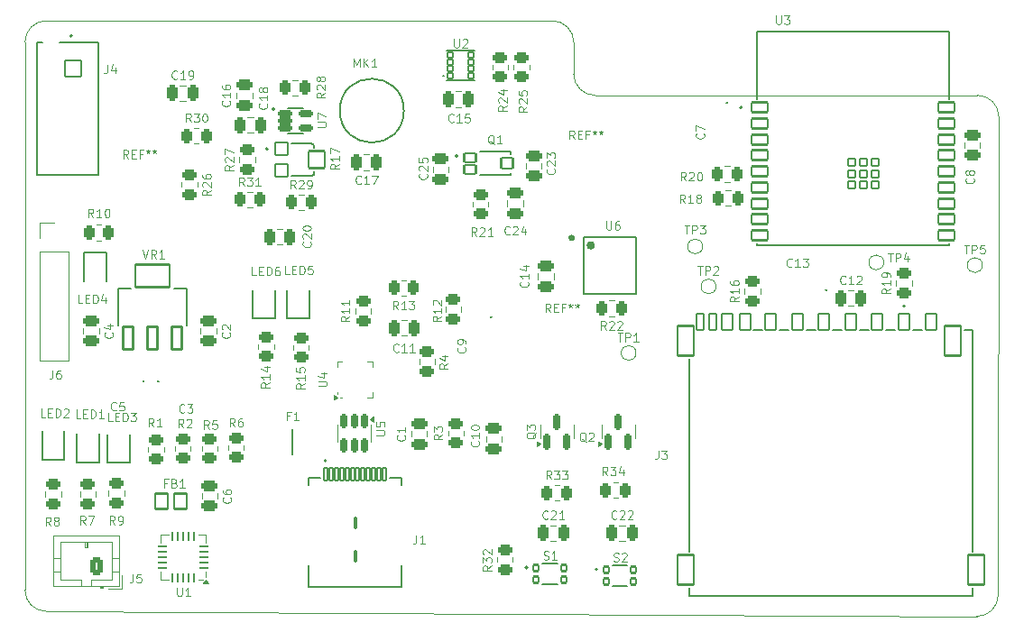
<source format=gbr>
%TF.GenerationSoftware,KiCad,Pcbnew,9.0.3*%
%TF.CreationDate,2025-09-24T14:37:44+05:30*%
%TF.ProjectId,esp_32,6573705f-3332-42e6-9b69-6361645f7063,rev?*%
%TF.SameCoordinates,Original*%
%TF.FileFunction,Legend,Top*%
%TF.FilePolarity,Positive*%
%FSLAX46Y46*%
G04 Gerber Fmt 4.6, Leading zero omitted, Abs format (unit mm)*
G04 Created by KiCad (PCBNEW 9.0.3) date 2025-09-24 14:37:44*
%MOMM*%
%LPD*%
G01*
G04 APERTURE LIST*
G04 Aperture macros list*
%AMRoundRect*
0 Rectangle with rounded corners*
0 $1 Rounding radius*
0 $2 $3 $4 $5 $6 $7 $8 $9 X,Y pos of 4 corners*
0 Add a 4 corners polygon primitive as box body*
4,1,4,$2,$3,$4,$5,$6,$7,$8,$9,$2,$3,0*
0 Add four circle primitives for the rounded corners*
1,1,$1+$1,$2,$3*
1,1,$1+$1,$4,$5*
1,1,$1+$1,$6,$7*
1,1,$1+$1,$8,$9*
0 Add four rect primitives between the rounded corners*
20,1,$1+$1,$2,$3,$4,$5,0*
20,1,$1+$1,$4,$5,$6,$7,0*
20,1,$1+$1,$6,$7,$8,$9,0*
20,1,$1+$1,$8,$9,$2,$3,0*%
G04 Aperture macros list end*
%ADD10C,0.100000*%
%ADD11C,0.120000*%
%ADD12C,0.127000*%
%ADD13C,0.200000*%
%ADD14C,0.152400*%
%ADD15C,0.203200*%
%ADD16C,2.500000*%
%ADD17RoundRect,0.250000X0.450000X-0.262500X0.450000X0.262500X-0.450000X0.262500X-0.450000X-0.262500X0*%
%ADD18RoundRect,0.250000X-0.475000X0.250000X-0.475000X-0.250000X0.475000X-0.250000X0.475000X0.250000X0*%
%ADD19RoundRect,0.102000X-0.550000X-0.400000X0.550000X-0.400000X0.550000X0.400000X-0.550000X0.400000X0*%
%ADD20RoundRect,0.102000X-0.550000X-0.500000X0.550000X-0.500000X0.550000X0.500000X-0.550000X0.500000X0*%
%ADD21RoundRect,0.250000X0.475000X-0.250000X0.475000X0.250000X-0.475000X0.250000X-0.475000X-0.250000X0*%
%ADD22RoundRect,0.250000X-0.262500X-0.450000X0.262500X-0.450000X0.262500X0.450000X-0.262500X0.450000X0*%
%ADD23RoundRect,0.250000X0.350000X0.625000X-0.350000X0.625000X-0.350000X-0.625000X0.350000X-0.625000X0*%
%ADD24O,1.200000X1.750000*%
%ADD25RoundRect,0.250000X-0.450000X0.262500X-0.450000X-0.262500X0.450000X-0.262500X0.450000X0.262500X0*%
%ADD26O,1.804000X0.804000*%
%ADD27RoundRect,0.250000X0.250000X0.475000X-0.250000X0.475000X-0.250000X-0.475000X0.250000X-0.475000X0*%
%ADD28RoundRect,0.250000X0.262500X0.450000X-0.262500X0.450000X-0.262500X-0.450000X0.262500X-0.450000X0*%
%ADD29RoundRect,0.250000X-0.250000X-0.475000X0.250000X-0.475000X0.250000X0.475000X-0.250000X0.475000X0*%
%ADD30C,1.300000*%
%ADD31RoundRect,0.102000X0.754000X-0.754000X0.754000X0.754000X-0.754000X0.754000X-0.754000X-0.754000X0*%
%ADD32C,1.712000*%
%ADD33C,1.000000*%
%ADD34RoundRect,0.102000X-0.600000X-0.600000X0.600000X-0.600000X0.600000X0.600000X-0.600000X0.600000X0*%
%ADD35RoundRect,0.102000X-0.750000X-0.800000X0.750000X-0.800000X0.750000X0.800000X-0.750000X0.800000X0*%
%ADD36R,1.230000X1.800000*%
%ADD37RoundRect,0.102000X-0.600000X-0.735000X0.600000X-0.735000X0.600000X0.735000X-0.600000X0.735000X0*%
%ADD38RoundRect,0.102000X-0.750000X-0.450000X0.750000X-0.450000X0.750000X0.450000X-0.750000X0.450000X0*%
%ADD39RoundRect,0.102000X-0.350000X-0.350000X0.350000X-0.350000X0.350000X0.350000X-0.350000X0.350000X0*%
%ADD40R,1.400000X1.000000*%
%ADD41RoundRect,0.151000X-0.546000X-0.151000X0.546000X-0.151000X0.546000X0.151000X-0.546000X0.151000X0*%
%ADD42R,1.800000X1.230000*%
%ADD43RoundRect,0.150000X-0.150000X0.512500X-0.150000X-0.512500X0.150000X-0.512500X0.150000X0.512500X0*%
%ADD44RoundRect,0.102000X-0.150000X-0.600000X0.150000X-0.600000X0.150000X0.600000X-0.150000X0.600000X0*%
%ADD45C,0.854000*%
%ADD46RoundRect,0.102000X-0.100000X-0.500000X0.100000X-0.500000X0.100000X0.500000X-0.100000X0.500000X0*%
%ADD47O,1.254000X2.304000*%
%ADD48RoundRect,0.062500X0.350000X0.062500X-0.350000X0.062500X-0.350000X-0.062500X0.350000X-0.062500X0*%
%ADD49RoundRect,0.062500X0.062500X0.350000X-0.062500X0.350000X-0.062500X-0.350000X0.062500X-0.350000X0*%
%ADD50R,2.500000X2.500000*%
%ADD51RoundRect,0.081750X0.265250X0.245250X-0.265250X0.245250X-0.265250X-0.245250X0.265250X-0.245250X0*%
%ADD52RoundRect,0.102000X0.475000X-1.075000X0.475000X1.075000X-0.475000X1.075000X-0.475000X-1.075000X0*%
%ADD53RoundRect,0.102000X1.625000X-1.075000X1.625000X1.075000X-1.625000X1.075000X-1.625000X-1.075000X0*%
%ADD54C,1.412000*%
%ADD55RoundRect,0.150000X0.150000X-0.587500X0.150000X0.587500X-0.150000X0.587500X-0.150000X-0.587500X0*%
%ADD56R,0.300000X0.300000*%
%ADD57R,0.300000X0.900000*%
%ADD58R,0.900000X0.300000*%
%ADD59R,1.800000X1.800000*%
%ADD60R,1.700000X1.700000*%
%ADD61C,1.700000*%
%ADD62RoundRect,0.102000X-0.275000X-0.285000X0.275000X-0.285000X0.275000X0.285000X-0.275000X0.285000X0*%
%ADD63C,1.150000*%
%ADD64C,1.650000*%
%ADD65RoundRect,0.102000X-0.500000X-0.750000X0.500000X-0.750000X0.500000X0.750000X-0.500000X0.750000X0*%
%ADD66RoundRect,0.102000X-0.350000X-0.750000X0.350000X-0.750000X0.350000X0.750000X-0.350000X0.750000X0*%
%ADD67RoundRect,0.102000X-0.750000X-1.400000X0.750000X-1.400000X0.750000X1.400000X-0.750000X1.400000X0*%
%ADD68R,0.910000X2.810000*%
G04 APERTURE END LIST*
D10*
X110989051Y-137960889D02*
G75*
G02*
X108999981Y-135960919I10949J1999989D01*
G01*
X200336701Y-136441729D02*
G75*
G02*
X198325762Y-138438973I-2000001J2729D01*
G01*
X198397036Y-89500000D02*
G75*
G02*
X200396998Y-91502890I-36J-2000000D01*
G01*
X110989051Y-137960889D02*
X198325762Y-138439014D01*
X160500000Y-84500000D02*
X160500000Y-87500000D01*
X109000000Y-84500000D02*
G75*
G02*
X111000000Y-82500000I2000000J0D01*
G01*
X162500000Y-89500000D02*
X176000000Y-89500000D01*
X200397033Y-91502890D02*
X200336701Y-136441729D01*
X158500000Y-82500000D02*
G75*
G02*
X160500000Y-84500000I0J-2000000D01*
G01*
X109000000Y-84500000D02*
X109000000Y-135960919D01*
X162500000Y-89500000D02*
G75*
G02*
X160500000Y-87500000I0J2000000D01*
G01*
X111000000Y-82500000D02*
X158500000Y-82500000D01*
X176000000Y-89500000D02*
X198397036Y-89500000D01*
D11*
X158333333Y-109863855D02*
X158066666Y-109482902D01*
X157876190Y-109863855D02*
X157876190Y-109063855D01*
X157876190Y-109063855D02*
X158180952Y-109063855D01*
X158180952Y-109063855D02*
X158257142Y-109101950D01*
X158257142Y-109101950D02*
X158295237Y-109140045D01*
X158295237Y-109140045D02*
X158333333Y-109216236D01*
X158333333Y-109216236D02*
X158333333Y-109330521D01*
X158333333Y-109330521D02*
X158295237Y-109406712D01*
X158295237Y-109406712D02*
X158257142Y-109444807D01*
X158257142Y-109444807D02*
X158180952Y-109482902D01*
X158180952Y-109482902D02*
X157876190Y-109482902D01*
X158676190Y-109444807D02*
X158942856Y-109444807D01*
X159057142Y-109863855D02*
X158676190Y-109863855D01*
X158676190Y-109863855D02*
X158676190Y-109063855D01*
X158676190Y-109063855D02*
X159057142Y-109063855D01*
X159666666Y-109444807D02*
X159400000Y-109444807D01*
X159400000Y-109863855D02*
X159400000Y-109063855D01*
X159400000Y-109063855D02*
X159780952Y-109063855D01*
X160199999Y-109063855D02*
X160199999Y-109254331D01*
X160009523Y-109178140D02*
X160199999Y-109254331D01*
X160199999Y-109254331D02*
X160390476Y-109178140D01*
X160085714Y-109406712D02*
X160199999Y-109254331D01*
X160199999Y-109254331D02*
X160314285Y-109406712D01*
X160809523Y-109063855D02*
X160809523Y-109254331D01*
X160619047Y-109178140D02*
X160809523Y-109254331D01*
X160809523Y-109254331D02*
X161000000Y-109178140D01*
X160695238Y-109406712D02*
X160809523Y-109254331D01*
X160809523Y-109254331D02*
X160923809Y-109406712D01*
X151390714Y-102706355D02*
X151124047Y-102325402D01*
X150933571Y-102706355D02*
X150933571Y-101906355D01*
X150933571Y-101906355D02*
X151238333Y-101906355D01*
X151238333Y-101906355D02*
X151314523Y-101944450D01*
X151314523Y-101944450D02*
X151352618Y-101982545D01*
X151352618Y-101982545D02*
X151390714Y-102058736D01*
X151390714Y-102058736D02*
X151390714Y-102173021D01*
X151390714Y-102173021D02*
X151352618Y-102249212D01*
X151352618Y-102249212D02*
X151314523Y-102287307D01*
X151314523Y-102287307D02*
X151238333Y-102325402D01*
X151238333Y-102325402D02*
X150933571Y-102325402D01*
X151695475Y-101982545D02*
X151733571Y-101944450D01*
X151733571Y-101944450D02*
X151809761Y-101906355D01*
X151809761Y-101906355D02*
X152000237Y-101906355D01*
X152000237Y-101906355D02*
X152076428Y-101944450D01*
X152076428Y-101944450D02*
X152114523Y-101982545D01*
X152114523Y-101982545D02*
X152152618Y-102058736D01*
X152152618Y-102058736D02*
X152152618Y-102134926D01*
X152152618Y-102134926D02*
X152114523Y-102249212D01*
X152114523Y-102249212D02*
X151657380Y-102706355D01*
X151657380Y-102706355D02*
X152152618Y-102706355D01*
X152914523Y-102706355D02*
X152457380Y-102706355D01*
X152685952Y-102706355D02*
X152685952Y-101906355D01*
X152685952Y-101906355D02*
X152609761Y-102020640D01*
X152609761Y-102020640D02*
X152533571Y-102096831D01*
X152533571Y-102096831D02*
X152457380Y-102134926D01*
X146687664Y-96864285D02*
X146725760Y-96902381D01*
X146725760Y-96902381D02*
X146763855Y-97016666D01*
X146763855Y-97016666D02*
X146763855Y-97092857D01*
X146763855Y-97092857D02*
X146725760Y-97207143D01*
X146725760Y-97207143D02*
X146649569Y-97283333D01*
X146649569Y-97283333D02*
X146573379Y-97321428D01*
X146573379Y-97321428D02*
X146420998Y-97359524D01*
X146420998Y-97359524D02*
X146306712Y-97359524D01*
X146306712Y-97359524D02*
X146154331Y-97321428D01*
X146154331Y-97321428D02*
X146078140Y-97283333D01*
X146078140Y-97283333D02*
X146001950Y-97207143D01*
X146001950Y-97207143D02*
X145963855Y-97092857D01*
X145963855Y-97092857D02*
X145963855Y-97016666D01*
X145963855Y-97016666D02*
X146001950Y-96902381D01*
X146001950Y-96902381D02*
X146040045Y-96864285D01*
X146040045Y-96559524D02*
X146001950Y-96521428D01*
X146001950Y-96521428D02*
X145963855Y-96445238D01*
X145963855Y-96445238D02*
X145963855Y-96254762D01*
X145963855Y-96254762D02*
X146001950Y-96178571D01*
X146001950Y-96178571D02*
X146040045Y-96140476D01*
X146040045Y-96140476D02*
X146116236Y-96102381D01*
X146116236Y-96102381D02*
X146192426Y-96102381D01*
X146192426Y-96102381D02*
X146306712Y-96140476D01*
X146306712Y-96140476D02*
X146763855Y-96597619D01*
X146763855Y-96597619D02*
X146763855Y-96102381D01*
X145963855Y-95378571D02*
X145963855Y-95759523D01*
X145963855Y-95759523D02*
X146344807Y-95797619D01*
X146344807Y-95797619D02*
X146306712Y-95759523D01*
X146306712Y-95759523D02*
X146268617Y-95683333D01*
X146268617Y-95683333D02*
X146268617Y-95492857D01*
X146268617Y-95492857D02*
X146306712Y-95416666D01*
X146306712Y-95416666D02*
X146344807Y-95378571D01*
X146344807Y-95378571D02*
X146420998Y-95340476D01*
X146420998Y-95340476D02*
X146611474Y-95340476D01*
X146611474Y-95340476D02*
X146687664Y-95378571D01*
X146687664Y-95378571D02*
X146725760Y-95416666D01*
X146725760Y-95416666D02*
X146763855Y-95492857D01*
X146763855Y-95492857D02*
X146763855Y-95683333D01*
X146763855Y-95683333D02*
X146725760Y-95759523D01*
X146725760Y-95759523D02*
X146687664Y-95797619D01*
X153051309Y-94090045D02*
X152975119Y-94051950D01*
X152975119Y-94051950D02*
X152898928Y-93975760D01*
X152898928Y-93975760D02*
X152784642Y-93861474D01*
X152784642Y-93861474D02*
X152708452Y-93823379D01*
X152708452Y-93823379D02*
X152632261Y-93823379D01*
X152670357Y-94013855D02*
X152594166Y-93975760D01*
X152594166Y-93975760D02*
X152517976Y-93899569D01*
X152517976Y-93899569D02*
X152479880Y-93747188D01*
X152479880Y-93747188D02*
X152479880Y-93480521D01*
X152479880Y-93480521D02*
X152517976Y-93328140D01*
X152517976Y-93328140D02*
X152594166Y-93251950D01*
X152594166Y-93251950D02*
X152670357Y-93213855D01*
X152670357Y-93213855D02*
X152822738Y-93213855D01*
X152822738Y-93213855D02*
X152898928Y-93251950D01*
X152898928Y-93251950D02*
X152975119Y-93328140D01*
X152975119Y-93328140D02*
X153013214Y-93480521D01*
X153013214Y-93480521D02*
X153013214Y-93747188D01*
X153013214Y-93747188D02*
X152975119Y-93899569D01*
X152975119Y-93899569D02*
X152898928Y-93975760D01*
X152898928Y-93975760D02*
X152822738Y-94013855D01*
X152822738Y-94013855D02*
X152670357Y-94013855D01*
X153775118Y-94013855D02*
X153317975Y-94013855D01*
X153546547Y-94013855D02*
X153546547Y-93213855D01*
X153546547Y-93213855D02*
X153470356Y-93328140D01*
X153470356Y-93328140D02*
X153394166Y-93404331D01*
X153394166Y-93404331D02*
X153317975Y-93442426D01*
X158687664Y-96395533D02*
X158725760Y-96433629D01*
X158725760Y-96433629D02*
X158763855Y-96547914D01*
X158763855Y-96547914D02*
X158763855Y-96624105D01*
X158763855Y-96624105D02*
X158725760Y-96738391D01*
X158725760Y-96738391D02*
X158649569Y-96814581D01*
X158649569Y-96814581D02*
X158573379Y-96852676D01*
X158573379Y-96852676D02*
X158420998Y-96890772D01*
X158420998Y-96890772D02*
X158306712Y-96890772D01*
X158306712Y-96890772D02*
X158154331Y-96852676D01*
X158154331Y-96852676D02*
X158078140Y-96814581D01*
X158078140Y-96814581D02*
X158001950Y-96738391D01*
X158001950Y-96738391D02*
X157963855Y-96624105D01*
X157963855Y-96624105D02*
X157963855Y-96547914D01*
X157963855Y-96547914D02*
X158001950Y-96433629D01*
X158001950Y-96433629D02*
X158040045Y-96395533D01*
X158040045Y-96090772D02*
X158001950Y-96052676D01*
X158001950Y-96052676D02*
X157963855Y-95976486D01*
X157963855Y-95976486D02*
X157963855Y-95786010D01*
X157963855Y-95786010D02*
X158001950Y-95709819D01*
X158001950Y-95709819D02*
X158040045Y-95671724D01*
X158040045Y-95671724D02*
X158116236Y-95633629D01*
X158116236Y-95633629D02*
X158192426Y-95633629D01*
X158192426Y-95633629D02*
X158306712Y-95671724D01*
X158306712Y-95671724D02*
X158763855Y-96128867D01*
X158763855Y-96128867D02*
X158763855Y-95633629D01*
X157963855Y-95366962D02*
X157963855Y-94871724D01*
X157963855Y-94871724D02*
X158268617Y-95138390D01*
X158268617Y-95138390D02*
X158268617Y-95024105D01*
X158268617Y-95024105D02*
X158306712Y-94947914D01*
X158306712Y-94947914D02*
X158344807Y-94909819D01*
X158344807Y-94909819D02*
X158420998Y-94871724D01*
X158420998Y-94871724D02*
X158611474Y-94871724D01*
X158611474Y-94871724D02*
X158687664Y-94909819D01*
X158687664Y-94909819D02*
X158725760Y-94947914D01*
X158725760Y-94947914D02*
X158763855Y-95024105D01*
X158763855Y-95024105D02*
X158763855Y-95252676D01*
X158763855Y-95252676D02*
X158725760Y-95328867D01*
X158725760Y-95328867D02*
X158687664Y-95366962D01*
X154490714Y-102530164D02*
X154452618Y-102568260D01*
X154452618Y-102568260D02*
X154338333Y-102606355D01*
X154338333Y-102606355D02*
X154262142Y-102606355D01*
X154262142Y-102606355D02*
X154147856Y-102568260D01*
X154147856Y-102568260D02*
X154071666Y-102492069D01*
X154071666Y-102492069D02*
X154033571Y-102415879D01*
X154033571Y-102415879D02*
X153995475Y-102263498D01*
X153995475Y-102263498D02*
X153995475Y-102149212D01*
X153995475Y-102149212D02*
X154033571Y-101996831D01*
X154033571Y-101996831D02*
X154071666Y-101920640D01*
X154071666Y-101920640D02*
X154147856Y-101844450D01*
X154147856Y-101844450D02*
X154262142Y-101806355D01*
X154262142Y-101806355D02*
X154338333Y-101806355D01*
X154338333Y-101806355D02*
X154452618Y-101844450D01*
X154452618Y-101844450D02*
X154490714Y-101882545D01*
X154795475Y-101882545D02*
X154833571Y-101844450D01*
X154833571Y-101844450D02*
X154909761Y-101806355D01*
X154909761Y-101806355D02*
X155100237Y-101806355D01*
X155100237Y-101806355D02*
X155176428Y-101844450D01*
X155176428Y-101844450D02*
X155214523Y-101882545D01*
X155214523Y-101882545D02*
X155252618Y-101958736D01*
X155252618Y-101958736D02*
X155252618Y-102034926D01*
X155252618Y-102034926D02*
X155214523Y-102149212D01*
X155214523Y-102149212D02*
X154757380Y-102606355D01*
X154757380Y-102606355D02*
X155252618Y-102606355D01*
X155938333Y-102073021D02*
X155938333Y-102606355D01*
X155747857Y-101768260D02*
X155557380Y-102339688D01*
X155557380Y-102339688D02*
X156052619Y-102339688D01*
X139463855Y-110264285D02*
X139082902Y-110530952D01*
X139463855Y-110721428D02*
X138663855Y-110721428D01*
X138663855Y-110721428D02*
X138663855Y-110416666D01*
X138663855Y-110416666D02*
X138701950Y-110340476D01*
X138701950Y-110340476D02*
X138740045Y-110302381D01*
X138740045Y-110302381D02*
X138816236Y-110264285D01*
X138816236Y-110264285D02*
X138930521Y-110264285D01*
X138930521Y-110264285D02*
X139006712Y-110302381D01*
X139006712Y-110302381D02*
X139044807Y-110340476D01*
X139044807Y-110340476D02*
X139082902Y-110416666D01*
X139082902Y-110416666D02*
X139082902Y-110721428D01*
X139463855Y-109502381D02*
X139463855Y-109959524D01*
X139463855Y-109730952D02*
X138663855Y-109730952D01*
X138663855Y-109730952D02*
X138778140Y-109807143D01*
X138778140Y-109807143D02*
X138854331Y-109883333D01*
X138854331Y-109883333D02*
X138892426Y-109959524D01*
X139463855Y-108740476D02*
X139463855Y-109197619D01*
X139463855Y-108969047D02*
X138663855Y-108969047D01*
X138663855Y-108969047D02*
X138778140Y-109045238D01*
X138778140Y-109045238D02*
X138854331Y-109121428D01*
X138854331Y-109121428D02*
X138892426Y-109197619D01*
X171035714Y-97513855D02*
X170769047Y-97132902D01*
X170578571Y-97513855D02*
X170578571Y-96713855D01*
X170578571Y-96713855D02*
X170883333Y-96713855D01*
X170883333Y-96713855D02*
X170959523Y-96751950D01*
X170959523Y-96751950D02*
X170997618Y-96790045D01*
X170997618Y-96790045D02*
X171035714Y-96866236D01*
X171035714Y-96866236D02*
X171035714Y-96980521D01*
X171035714Y-96980521D02*
X170997618Y-97056712D01*
X170997618Y-97056712D02*
X170959523Y-97094807D01*
X170959523Y-97094807D02*
X170883333Y-97132902D01*
X170883333Y-97132902D02*
X170578571Y-97132902D01*
X171340475Y-96790045D02*
X171378571Y-96751950D01*
X171378571Y-96751950D02*
X171454761Y-96713855D01*
X171454761Y-96713855D02*
X171645237Y-96713855D01*
X171645237Y-96713855D02*
X171721428Y-96751950D01*
X171721428Y-96751950D02*
X171759523Y-96790045D01*
X171759523Y-96790045D02*
X171797618Y-96866236D01*
X171797618Y-96866236D02*
X171797618Y-96942426D01*
X171797618Y-96942426D02*
X171759523Y-97056712D01*
X171759523Y-97056712D02*
X171302380Y-97513855D01*
X171302380Y-97513855D02*
X171797618Y-97513855D01*
X172292857Y-96713855D02*
X172369047Y-96713855D01*
X172369047Y-96713855D02*
X172445238Y-96751950D01*
X172445238Y-96751950D02*
X172483333Y-96790045D01*
X172483333Y-96790045D02*
X172521428Y-96866236D01*
X172521428Y-96866236D02*
X172559523Y-97018617D01*
X172559523Y-97018617D02*
X172559523Y-97209093D01*
X172559523Y-97209093D02*
X172521428Y-97361474D01*
X172521428Y-97361474D02*
X172483333Y-97437664D01*
X172483333Y-97437664D02*
X172445238Y-97475760D01*
X172445238Y-97475760D02*
X172369047Y-97513855D01*
X172369047Y-97513855D02*
X172292857Y-97513855D01*
X172292857Y-97513855D02*
X172216666Y-97475760D01*
X172216666Y-97475760D02*
X172178571Y-97437664D01*
X172178571Y-97437664D02*
X172140476Y-97361474D01*
X172140476Y-97361474D02*
X172102380Y-97209093D01*
X172102380Y-97209093D02*
X172102380Y-97018617D01*
X172102380Y-97018617D02*
X172140476Y-96866236D01*
X172140476Y-96866236D02*
X172178571Y-96790045D01*
X172178571Y-96790045D02*
X172216666Y-96751950D01*
X172216666Y-96751950D02*
X172292857Y-96713855D01*
X119133333Y-134463855D02*
X119133333Y-135035283D01*
X119133333Y-135035283D02*
X119095238Y-135149569D01*
X119095238Y-135149569D02*
X119019047Y-135225760D01*
X119019047Y-135225760D02*
X118904762Y-135263855D01*
X118904762Y-135263855D02*
X118828571Y-135263855D01*
X119895238Y-134463855D02*
X119514286Y-134463855D01*
X119514286Y-134463855D02*
X119476190Y-134844807D01*
X119476190Y-134844807D02*
X119514286Y-134806712D01*
X119514286Y-134806712D02*
X119590476Y-134768617D01*
X119590476Y-134768617D02*
X119780952Y-134768617D01*
X119780952Y-134768617D02*
X119857143Y-134806712D01*
X119857143Y-134806712D02*
X119895238Y-134844807D01*
X119895238Y-134844807D02*
X119933333Y-134920998D01*
X119933333Y-134920998D02*
X119933333Y-135111474D01*
X119933333Y-135111474D02*
X119895238Y-135187664D01*
X119895238Y-135187664D02*
X119857143Y-135225760D01*
X119857143Y-135225760D02*
X119780952Y-135263855D01*
X119780952Y-135263855D02*
X119590476Y-135263855D01*
X119590476Y-135263855D02*
X119514286Y-135225760D01*
X119514286Y-135225760D02*
X119476190Y-135187664D01*
X126443855Y-98401785D02*
X126062902Y-98668452D01*
X126443855Y-98858928D02*
X125643855Y-98858928D01*
X125643855Y-98858928D02*
X125643855Y-98554166D01*
X125643855Y-98554166D02*
X125681950Y-98477976D01*
X125681950Y-98477976D02*
X125720045Y-98439881D01*
X125720045Y-98439881D02*
X125796236Y-98401785D01*
X125796236Y-98401785D02*
X125910521Y-98401785D01*
X125910521Y-98401785D02*
X125986712Y-98439881D01*
X125986712Y-98439881D02*
X126024807Y-98477976D01*
X126024807Y-98477976D02*
X126062902Y-98554166D01*
X126062902Y-98554166D02*
X126062902Y-98858928D01*
X125720045Y-98097024D02*
X125681950Y-98058928D01*
X125681950Y-98058928D02*
X125643855Y-97982738D01*
X125643855Y-97982738D02*
X125643855Y-97792262D01*
X125643855Y-97792262D02*
X125681950Y-97716071D01*
X125681950Y-97716071D02*
X125720045Y-97677976D01*
X125720045Y-97677976D02*
X125796236Y-97639881D01*
X125796236Y-97639881D02*
X125872426Y-97639881D01*
X125872426Y-97639881D02*
X125986712Y-97677976D01*
X125986712Y-97677976D02*
X126443855Y-98135119D01*
X126443855Y-98135119D02*
X126443855Y-97639881D01*
X125643855Y-96954166D02*
X125643855Y-97106547D01*
X125643855Y-97106547D02*
X125681950Y-97182738D01*
X125681950Y-97182738D02*
X125720045Y-97220833D01*
X125720045Y-97220833D02*
X125834331Y-97297023D01*
X125834331Y-97297023D02*
X125986712Y-97335119D01*
X125986712Y-97335119D02*
X126291474Y-97335119D01*
X126291474Y-97335119D02*
X126367664Y-97297023D01*
X126367664Y-97297023D02*
X126405760Y-97258928D01*
X126405760Y-97258928D02*
X126443855Y-97182738D01*
X126443855Y-97182738D02*
X126443855Y-97030357D01*
X126443855Y-97030357D02*
X126405760Y-96954166D01*
X126405760Y-96954166D02*
X126367664Y-96916071D01*
X126367664Y-96916071D02*
X126291474Y-96877976D01*
X126291474Y-96877976D02*
X126100998Y-96877976D01*
X126100998Y-96877976D02*
X126024807Y-96916071D01*
X126024807Y-96916071D02*
X125986712Y-96954166D01*
X125986712Y-96954166D02*
X125948617Y-97030357D01*
X125948617Y-97030357D02*
X125948617Y-97182738D01*
X125948617Y-97182738D02*
X125986712Y-97258928D01*
X125986712Y-97258928D02*
X126024807Y-97297023D01*
X126024807Y-97297023D02*
X126100998Y-97335119D01*
X163565786Y-101324685D02*
X163565786Y-101972304D01*
X163565786Y-101972304D02*
X163603881Y-102048494D01*
X163603881Y-102048494D02*
X163641976Y-102086590D01*
X163641976Y-102086590D02*
X163718167Y-102124685D01*
X163718167Y-102124685D02*
X163870548Y-102124685D01*
X163870548Y-102124685D02*
X163946738Y-102086590D01*
X163946738Y-102086590D02*
X163984833Y-102048494D01*
X163984833Y-102048494D02*
X164022929Y-101972304D01*
X164022929Y-101972304D02*
X164022929Y-101324685D01*
X164746738Y-101324685D02*
X164594357Y-101324685D01*
X164594357Y-101324685D02*
X164518166Y-101362780D01*
X164518166Y-101362780D02*
X164480071Y-101400875D01*
X164480071Y-101400875D02*
X164403881Y-101515161D01*
X164403881Y-101515161D02*
X164365785Y-101667542D01*
X164365785Y-101667542D02*
X164365785Y-101972304D01*
X164365785Y-101972304D02*
X164403881Y-102048494D01*
X164403881Y-102048494D02*
X164441976Y-102086590D01*
X164441976Y-102086590D02*
X164518166Y-102124685D01*
X164518166Y-102124685D02*
X164670547Y-102124685D01*
X164670547Y-102124685D02*
X164746738Y-102086590D01*
X164746738Y-102086590D02*
X164784833Y-102048494D01*
X164784833Y-102048494D02*
X164822928Y-101972304D01*
X164822928Y-101972304D02*
X164822928Y-101781828D01*
X164822928Y-101781828D02*
X164784833Y-101705637D01*
X164784833Y-101705637D02*
X164746738Y-101667542D01*
X164746738Y-101667542D02*
X164670547Y-101629447D01*
X164670547Y-101629447D02*
X164518166Y-101629447D01*
X164518166Y-101629447D02*
X164441976Y-101667542D01*
X164441976Y-101667542D02*
X164403881Y-101705637D01*
X164403881Y-101705637D02*
X164365785Y-101781828D01*
X118683333Y-95413855D02*
X118416666Y-95032902D01*
X118226190Y-95413855D02*
X118226190Y-94613855D01*
X118226190Y-94613855D02*
X118530952Y-94613855D01*
X118530952Y-94613855D02*
X118607142Y-94651950D01*
X118607142Y-94651950D02*
X118645237Y-94690045D01*
X118645237Y-94690045D02*
X118683333Y-94766236D01*
X118683333Y-94766236D02*
X118683333Y-94880521D01*
X118683333Y-94880521D02*
X118645237Y-94956712D01*
X118645237Y-94956712D02*
X118607142Y-94994807D01*
X118607142Y-94994807D02*
X118530952Y-95032902D01*
X118530952Y-95032902D02*
X118226190Y-95032902D01*
X119026190Y-94994807D02*
X119292856Y-94994807D01*
X119407142Y-95413855D02*
X119026190Y-95413855D01*
X119026190Y-95413855D02*
X119026190Y-94613855D01*
X119026190Y-94613855D02*
X119407142Y-94613855D01*
X120016666Y-94994807D02*
X119750000Y-94994807D01*
X119750000Y-95413855D02*
X119750000Y-94613855D01*
X119750000Y-94613855D02*
X120130952Y-94613855D01*
X120549999Y-94613855D02*
X120549999Y-94804331D01*
X120359523Y-94728140D02*
X120549999Y-94804331D01*
X120549999Y-94804331D02*
X120740476Y-94728140D01*
X120435714Y-94956712D02*
X120549999Y-94804331D01*
X120549999Y-94804331D02*
X120664285Y-94956712D01*
X121159523Y-94613855D02*
X121159523Y-94804331D01*
X120969047Y-94728140D02*
X121159523Y-94804331D01*
X121159523Y-94804331D02*
X121350000Y-94728140D01*
X121045238Y-94956712D02*
X121159523Y-94804331D01*
X121159523Y-94804331D02*
X121273809Y-94956712D01*
X144060714Y-113537664D02*
X144022618Y-113575760D01*
X144022618Y-113575760D02*
X143908333Y-113613855D01*
X143908333Y-113613855D02*
X143832142Y-113613855D01*
X143832142Y-113613855D02*
X143717856Y-113575760D01*
X143717856Y-113575760D02*
X143641666Y-113499569D01*
X143641666Y-113499569D02*
X143603571Y-113423379D01*
X143603571Y-113423379D02*
X143565475Y-113270998D01*
X143565475Y-113270998D02*
X143565475Y-113156712D01*
X143565475Y-113156712D02*
X143603571Y-113004331D01*
X143603571Y-113004331D02*
X143641666Y-112928140D01*
X143641666Y-112928140D02*
X143717856Y-112851950D01*
X143717856Y-112851950D02*
X143832142Y-112813855D01*
X143832142Y-112813855D02*
X143908333Y-112813855D01*
X143908333Y-112813855D02*
X144022618Y-112851950D01*
X144022618Y-112851950D02*
X144060714Y-112890045D01*
X144822618Y-113613855D02*
X144365475Y-113613855D01*
X144594047Y-113613855D02*
X144594047Y-112813855D01*
X144594047Y-112813855D02*
X144517856Y-112928140D01*
X144517856Y-112928140D02*
X144441666Y-113004331D01*
X144441666Y-113004331D02*
X144365475Y-113042426D01*
X145584523Y-113613855D02*
X145127380Y-113613855D01*
X145355952Y-113613855D02*
X145355952Y-112813855D01*
X145355952Y-112813855D02*
X145279761Y-112928140D01*
X145279761Y-112928140D02*
X145203571Y-113004331D01*
X145203571Y-113004331D02*
X145127380Y-113042426D01*
X144023214Y-109613855D02*
X143756547Y-109232902D01*
X143566071Y-109613855D02*
X143566071Y-108813855D01*
X143566071Y-108813855D02*
X143870833Y-108813855D01*
X143870833Y-108813855D02*
X143947023Y-108851950D01*
X143947023Y-108851950D02*
X143985118Y-108890045D01*
X143985118Y-108890045D02*
X144023214Y-108966236D01*
X144023214Y-108966236D02*
X144023214Y-109080521D01*
X144023214Y-109080521D02*
X143985118Y-109156712D01*
X143985118Y-109156712D02*
X143947023Y-109194807D01*
X143947023Y-109194807D02*
X143870833Y-109232902D01*
X143870833Y-109232902D02*
X143566071Y-109232902D01*
X144785118Y-109613855D02*
X144327975Y-109613855D01*
X144556547Y-109613855D02*
X144556547Y-108813855D01*
X144556547Y-108813855D02*
X144480356Y-108928140D01*
X144480356Y-108928140D02*
X144404166Y-109004331D01*
X144404166Y-109004331D02*
X144327975Y-109042426D01*
X145051785Y-108813855D02*
X145547023Y-108813855D01*
X145547023Y-108813855D02*
X145280357Y-109118617D01*
X145280357Y-109118617D02*
X145394642Y-109118617D01*
X145394642Y-109118617D02*
X145470833Y-109156712D01*
X145470833Y-109156712D02*
X145508928Y-109194807D01*
X145508928Y-109194807D02*
X145547023Y-109270998D01*
X145547023Y-109270998D02*
X145547023Y-109461474D01*
X145547023Y-109461474D02*
X145508928Y-109537664D01*
X145508928Y-109537664D02*
X145470833Y-109575760D01*
X145470833Y-109575760D02*
X145394642Y-109613855D01*
X145394642Y-109613855D02*
X145166071Y-109613855D01*
X145166071Y-109613855D02*
X145089880Y-109575760D01*
X145089880Y-109575760D02*
X145051785Y-109537664D01*
X149235714Y-91950164D02*
X149197618Y-91988260D01*
X149197618Y-91988260D02*
X149083333Y-92026355D01*
X149083333Y-92026355D02*
X149007142Y-92026355D01*
X149007142Y-92026355D02*
X148892856Y-91988260D01*
X148892856Y-91988260D02*
X148816666Y-91912069D01*
X148816666Y-91912069D02*
X148778571Y-91835879D01*
X148778571Y-91835879D02*
X148740475Y-91683498D01*
X148740475Y-91683498D02*
X148740475Y-91569212D01*
X148740475Y-91569212D02*
X148778571Y-91416831D01*
X148778571Y-91416831D02*
X148816666Y-91340640D01*
X148816666Y-91340640D02*
X148892856Y-91264450D01*
X148892856Y-91264450D02*
X149007142Y-91226355D01*
X149007142Y-91226355D02*
X149083333Y-91226355D01*
X149083333Y-91226355D02*
X149197618Y-91264450D01*
X149197618Y-91264450D02*
X149235714Y-91302545D01*
X149997618Y-92026355D02*
X149540475Y-92026355D01*
X149769047Y-92026355D02*
X149769047Y-91226355D01*
X149769047Y-91226355D02*
X149692856Y-91340640D01*
X149692856Y-91340640D02*
X149616666Y-91416831D01*
X149616666Y-91416831D02*
X149540475Y-91454926D01*
X150721428Y-91226355D02*
X150340476Y-91226355D01*
X150340476Y-91226355D02*
X150302380Y-91607307D01*
X150302380Y-91607307D02*
X150340476Y-91569212D01*
X150340476Y-91569212D02*
X150416666Y-91531117D01*
X150416666Y-91531117D02*
X150607142Y-91531117D01*
X150607142Y-91531117D02*
X150683333Y-91569212D01*
X150683333Y-91569212D02*
X150721428Y-91607307D01*
X150721428Y-91607307D02*
X150759523Y-91683498D01*
X150759523Y-91683498D02*
X150759523Y-91873974D01*
X150759523Y-91873974D02*
X150721428Y-91950164D01*
X150721428Y-91950164D02*
X150683333Y-91988260D01*
X150683333Y-91988260D02*
X150607142Y-92026355D01*
X150607142Y-92026355D02*
X150416666Y-92026355D01*
X150416666Y-92026355D02*
X150340476Y-91988260D01*
X150340476Y-91988260D02*
X150302380Y-91950164D01*
X123285714Y-87907664D02*
X123247618Y-87945760D01*
X123247618Y-87945760D02*
X123133333Y-87983855D01*
X123133333Y-87983855D02*
X123057142Y-87983855D01*
X123057142Y-87983855D02*
X122942856Y-87945760D01*
X122942856Y-87945760D02*
X122866666Y-87869569D01*
X122866666Y-87869569D02*
X122828571Y-87793379D01*
X122828571Y-87793379D02*
X122790475Y-87640998D01*
X122790475Y-87640998D02*
X122790475Y-87526712D01*
X122790475Y-87526712D02*
X122828571Y-87374331D01*
X122828571Y-87374331D02*
X122866666Y-87298140D01*
X122866666Y-87298140D02*
X122942856Y-87221950D01*
X122942856Y-87221950D02*
X123057142Y-87183855D01*
X123057142Y-87183855D02*
X123133333Y-87183855D01*
X123133333Y-87183855D02*
X123247618Y-87221950D01*
X123247618Y-87221950D02*
X123285714Y-87260045D01*
X124047618Y-87983855D02*
X123590475Y-87983855D01*
X123819047Y-87983855D02*
X123819047Y-87183855D01*
X123819047Y-87183855D02*
X123742856Y-87298140D01*
X123742856Y-87298140D02*
X123666666Y-87374331D01*
X123666666Y-87374331D02*
X123590475Y-87412426D01*
X124428571Y-87983855D02*
X124580952Y-87983855D01*
X124580952Y-87983855D02*
X124657142Y-87945760D01*
X124657142Y-87945760D02*
X124695238Y-87907664D01*
X124695238Y-87907664D02*
X124771428Y-87793379D01*
X124771428Y-87793379D02*
X124809523Y-87640998D01*
X124809523Y-87640998D02*
X124809523Y-87336236D01*
X124809523Y-87336236D02*
X124771428Y-87260045D01*
X124771428Y-87260045D02*
X124733333Y-87221950D01*
X124733333Y-87221950D02*
X124657142Y-87183855D01*
X124657142Y-87183855D02*
X124504761Y-87183855D01*
X124504761Y-87183855D02*
X124428571Y-87221950D01*
X124428571Y-87221950D02*
X124390476Y-87260045D01*
X124390476Y-87260045D02*
X124352380Y-87336236D01*
X124352380Y-87336236D02*
X124352380Y-87526712D01*
X124352380Y-87526712D02*
X124390476Y-87602902D01*
X124390476Y-87602902D02*
X124428571Y-87640998D01*
X124428571Y-87640998D02*
X124504761Y-87679093D01*
X124504761Y-87679093D02*
X124657142Y-87679093D01*
X124657142Y-87679093D02*
X124733333Y-87640998D01*
X124733333Y-87640998D02*
X124771428Y-87602902D01*
X124771428Y-87602902D02*
X124809523Y-87526712D01*
X116733333Y-86613855D02*
X116733333Y-87185283D01*
X116733333Y-87185283D02*
X116695238Y-87299569D01*
X116695238Y-87299569D02*
X116619047Y-87375760D01*
X116619047Y-87375760D02*
X116504762Y-87413855D01*
X116504762Y-87413855D02*
X116428571Y-87413855D01*
X117457143Y-86880521D02*
X117457143Y-87413855D01*
X117266667Y-86575760D02*
X117076190Y-87147188D01*
X117076190Y-87147188D02*
X117571429Y-87147188D01*
X131963855Y-116464285D02*
X131582902Y-116730952D01*
X131963855Y-116921428D02*
X131163855Y-116921428D01*
X131163855Y-116921428D02*
X131163855Y-116616666D01*
X131163855Y-116616666D02*
X131201950Y-116540476D01*
X131201950Y-116540476D02*
X131240045Y-116502381D01*
X131240045Y-116502381D02*
X131316236Y-116464285D01*
X131316236Y-116464285D02*
X131430521Y-116464285D01*
X131430521Y-116464285D02*
X131506712Y-116502381D01*
X131506712Y-116502381D02*
X131544807Y-116540476D01*
X131544807Y-116540476D02*
X131582902Y-116616666D01*
X131582902Y-116616666D02*
X131582902Y-116921428D01*
X131963855Y-115702381D02*
X131963855Y-116159524D01*
X131963855Y-115930952D02*
X131163855Y-115930952D01*
X131163855Y-115930952D02*
X131278140Y-116007143D01*
X131278140Y-116007143D02*
X131354331Y-116083333D01*
X131354331Y-116083333D02*
X131392426Y-116159524D01*
X131430521Y-115016666D02*
X131963855Y-115016666D01*
X131125760Y-115207142D02*
X131697188Y-115397619D01*
X131697188Y-115397619D02*
X131697188Y-114902380D01*
X140535714Y-97767664D02*
X140497618Y-97805760D01*
X140497618Y-97805760D02*
X140383333Y-97843855D01*
X140383333Y-97843855D02*
X140307142Y-97843855D01*
X140307142Y-97843855D02*
X140192856Y-97805760D01*
X140192856Y-97805760D02*
X140116666Y-97729569D01*
X140116666Y-97729569D02*
X140078571Y-97653379D01*
X140078571Y-97653379D02*
X140040475Y-97500998D01*
X140040475Y-97500998D02*
X140040475Y-97386712D01*
X140040475Y-97386712D02*
X140078571Y-97234331D01*
X140078571Y-97234331D02*
X140116666Y-97158140D01*
X140116666Y-97158140D02*
X140192856Y-97081950D01*
X140192856Y-97081950D02*
X140307142Y-97043855D01*
X140307142Y-97043855D02*
X140383333Y-97043855D01*
X140383333Y-97043855D02*
X140497618Y-97081950D01*
X140497618Y-97081950D02*
X140535714Y-97120045D01*
X141297618Y-97843855D02*
X140840475Y-97843855D01*
X141069047Y-97843855D02*
X141069047Y-97043855D01*
X141069047Y-97043855D02*
X140992856Y-97158140D01*
X140992856Y-97158140D02*
X140916666Y-97234331D01*
X140916666Y-97234331D02*
X140840475Y-97272426D01*
X141564285Y-97043855D02*
X142097619Y-97043855D01*
X142097619Y-97043855D02*
X141754761Y-97843855D01*
X189990476Y-104313855D02*
X190447619Y-104313855D01*
X190219047Y-105113855D02*
X190219047Y-104313855D01*
X190714286Y-105113855D02*
X190714286Y-104313855D01*
X190714286Y-104313855D02*
X191019048Y-104313855D01*
X191019048Y-104313855D02*
X191095238Y-104351950D01*
X191095238Y-104351950D02*
X191133333Y-104390045D01*
X191133333Y-104390045D02*
X191171429Y-104466236D01*
X191171429Y-104466236D02*
X191171429Y-104580521D01*
X191171429Y-104580521D02*
X191133333Y-104656712D01*
X191133333Y-104656712D02*
X191095238Y-104694807D01*
X191095238Y-104694807D02*
X191019048Y-104732902D01*
X191019048Y-104732902D02*
X190714286Y-104732902D01*
X191857143Y-104580521D02*
X191857143Y-105113855D01*
X191666667Y-104275760D02*
X191476190Y-104847188D01*
X191476190Y-104847188D02*
X191971429Y-104847188D01*
X172140476Y-105565855D02*
X172597619Y-105565855D01*
X172369047Y-106365855D02*
X172369047Y-105565855D01*
X172864286Y-106365855D02*
X172864286Y-105565855D01*
X172864286Y-105565855D02*
X173169048Y-105565855D01*
X173169048Y-105565855D02*
X173245238Y-105603950D01*
X173245238Y-105603950D02*
X173283333Y-105642045D01*
X173283333Y-105642045D02*
X173321429Y-105718236D01*
X173321429Y-105718236D02*
X173321429Y-105832521D01*
X173321429Y-105832521D02*
X173283333Y-105908712D01*
X173283333Y-105908712D02*
X173245238Y-105946807D01*
X173245238Y-105946807D02*
X173169048Y-105984902D01*
X173169048Y-105984902D02*
X172864286Y-105984902D01*
X173626190Y-105642045D02*
X173664286Y-105603950D01*
X173664286Y-105603950D02*
X173740476Y-105565855D01*
X173740476Y-105565855D02*
X173930952Y-105565855D01*
X173930952Y-105565855D02*
X174007143Y-105603950D01*
X174007143Y-105603950D02*
X174045238Y-105642045D01*
X174045238Y-105642045D02*
X174083333Y-105718236D01*
X174083333Y-105718236D02*
X174083333Y-105794426D01*
X174083333Y-105794426D02*
X174045238Y-105908712D01*
X174045238Y-105908712D02*
X173588095Y-106365855D01*
X173588095Y-106365855D02*
X174083333Y-106365855D01*
X163678650Y-125193855D02*
X163411983Y-124812902D01*
X163221507Y-125193855D02*
X163221507Y-124393855D01*
X163221507Y-124393855D02*
X163526269Y-124393855D01*
X163526269Y-124393855D02*
X163602459Y-124431950D01*
X163602459Y-124431950D02*
X163640554Y-124470045D01*
X163640554Y-124470045D02*
X163678650Y-124546236D01*
X163678650Y-124546236D02*
X163678650Y-124660521D01*
X163678650Y-124660521D02*
X163640554Y-124736712D01*
X163640554Y-124736712D02*
X163602459Y-124774807D01*
X163602459Y-124774807D02*
X163526269Y-124812902D01*
X163526269Y-124812902D02*
X163221507Y-124812902D01*
X163945316Y-124393855D02*
X164440554Y-124393855D01*
X164440554Y-124393855D02*
X164173888Y-124698617D01*
X164173888Y-124698617D02*
X164288173Y-124698617D01*
X164288173Y-124698617D02*
X164364364Y-124736712D01*
X164364364Y-124736712D02*
X164402459Y-124774807D01*
X164402459Y-124774807D02*
X164440554Y-124850998D01*
X164440554Y-124850998D02*
X164440554Y-125041474D01*
X164440554Y-125041474D02*
X164402459Y-125117664D01*
X164402459Y-125117664D02*
X164364364Y-125155760D01*
X164364364Y-125155760D02*
X164288173Y-125193855D01*
X164288173Y-125193855D02*
X164059602Y-125193855D01*
X164059602Y-125193855D02*
X163983411Y-125155760D01*
X163983411Y-125155760D02*
X163945316Y-125117664D01*
X165126269Y-124660521D02*
X165126269Y-125193855D01*
X164935793Y-124355760D02*
X164745316Y-124927188D01*
X164745316Y-124927188D02*
X165240555Y-124927188D01*
X128563855Y-96064285D02*
X128182902Y-96330952D01*
X128563855Y-96521428D02*
X127763855Y-96521428D01*
X127763855Y-96521428D02*
X127763855Y-96216666D01*
X127763855Y-96216666D02*
X127801950Y-96140476D01*
X127801950Y-96140476D02*
X127840045Y-96102381D01*
X127840045Y-96102381D02*
X127916236Y-96064285D01*
X127916236Y-96064285D02*
X128030521Y-96064285D01*
X128030521Y-96064285D02*
X128106712Y-96102381D01*
X128106712Y-96102381D02*
X128144807Y-96140476D01*
X128144807Y-96140476D02*
X128182902Y-96216666D01*
X128182902Y-96216666D02*
X128182902Y-96521428D01*
X127840045Y-95759524D02*
X127801950Y-95721428D01*
X127801950Y-95721428D02*
X127763855Y-95645238D01*
X127763855Y-95645238D02*
X127763855Y-95454762D01*
X127763855Y-95454762D02*
X127801950Y-95378571D01*
X127801950Y-95378571D02*
X127840045Y-95340476D01*
X127840045Y-95340476D02*
X127916236Y-95302381D01*
X127916236Y-95302381D02*
X127992426Y-95302381D01*
X127992426Y-95302381D02*
X128106712Y-95340476D01*
X128106712Y-95340476D02*
X128563855Y-95797619D01*
X128563855Y-95797619D02*
X128563855Y-95302381D01*
X127763855Y-95035714D02*
X127763855Y-94502380D01*
X127763855Y-94502380D02*
X128563855Y-94845238D01*
X138463855Y-95964285D02*
X138082902Y-96230952D01*
X138463855Y-96421428D02*
X137663855Y-96421428D01*
X137663855Y-96421428D02*
X137663855Y-96116666D01*
X137663855Y-96116666D02*
X137701950Y-96040476D01*
X137701950Y-96040476D02*
X137740045Y-96002381D01*
X137740045Y-96002381D02*
X137816236Y-95964285D01*
X137816236Y-95964285D02*
X137930521Y-95964285D01*
X137930521Y-95964285D02*
X138006712Y-96002381D01*
X138006712Y-96002381D02*
X138044807Y-96040476D01*
X138044807Y-96040476D02*
X138082902Y-96116666D01*
X138082902Y-96116666D02*
X138082902Y-96421428D01*
X138463855Y-95202381D02*
X138463855Y-95659524D01*
X138463855Y-95430952D02*
X137663855Y-95430952D01*
X137663855Y-95430952D02*
X137778140Y-95507143D01*
X137778140Y-95507143D02*
X137854331Y-95583333D01*
X137854331Y-95583333D02*
X137892426Y-95659524D01*
X137663855Y-94935714D02*
X137663855Y-94402380D01*
X137663855Y-94402380D02*
X138463855Y-94745238D01*
X121086667Y-120613855D02*
X120820000Y-120232902D01*
X120629524Y-120613855D02*
X120629524Y-119813855D01*
X120629524Y-119813855D02*
X120934286Y-119813855D01*
X120934286Y-119813855D02*
X121010476Y-119851950D01*
X121010476Y-119851950D02*
X121048571Y-119890045D01*
X121048571Y-119890045D02*
X121086667Y-119966236D01*
X121086667Y-119966236D02*
X121086667Y-120080521D01*
X121086667Y-120080521D02*
X121048571Y-120156712D01*
X121048571Y-120156712D02*
X121010476Y-120194807D01*
X121010476Y-120194807D02*
X120934286Y-120232902D01*
X120934286Y-120232902D02*
X120629524Y-120232902D01*
X121848571Y-120613855D02*
X121391428Y-120613855D01*
X121620000Y-120613855D02*
X121620000Y-119813855D01*
X121620000Y-119813855D02*
X121543809Y-119928140D01*
X121543809Y-119928140D02*
X121467619Y-120004331D01*
X121467619Y-120004331D02*
X121391428Y-120042426D01*
X172687664Y-93083332D02*
X172725760Y-93121428D01*
X172725760Y-93121428D02*
X172763855Y-93235713D01*
X172763855Y-93235713D02*
X172763855Y-93311904D01*
X172763855Y-93311904D02*
X172725760Y-93426190D01*
X172725760Y-93426190D02*
X172649569Y-93502380D01*
X172649569Y-93502380D02*
X172573379Y-93540475D01*
X172573379Y-93540475D02*
X172420998Y-93578571D01*
X172420998Y-93578571D02*
X172306712Y-93578571D01*
X172306712Y-93578571D02*
X172154331Y-93540475D01*
X172154331Y-93540475D02*
X172078140Y-93502380D01*
X172078140Y-93502380D02*
X172001950Y-93426190D01*
X172001950Y-93426190D02*
X171963855Y-93311904D01*
X171963855Y-93311904D02*
X171963855Y-93235713D01*
X171963855Y-93235713D02*
X172001950Y-93121428D01*
X172001950Y-93121428D02*
X172040045Y-93083332D01*
X171963855Y-92816666D02*
X171963855Y-92283332D01*
X171963855Y-92283332D02*
X172763855Y-92626190D01*
X122343333Y-125914807D02*
X122076667Y-125914807D01*
X122076667Y-126333855D02*
X122076667Y-125533855D01*
X122076667Y-125533855D02*
X122457619Y-125533855D01*
X123029047Y-125914807D02*
X123143333Y-125952902D01*
X123143333Y-125952902D02*
X123181428Y-125990998D01*
X123181428Y-125990998D02*
X123219524Y-126067188D01*
X123219524Y-126067188D02*
X123219524Y-126181474D01*
X123219524Y-126181474D02*
X123181428Y-126257664D01*
X123181428Y-126257664D02*
X123143333Y-126295760D01*
X123143333Y-126295760D02*
X123067143Y-126333855D01*
X123067143Y-126333855D02*
X122762381Y-126333855D01*
X122762381Y-126333855D02*
X122762381Y-125533855D01*
X122762381Y-125533855D02*
X123029047Y-125533855D01*
X123029047Y-125533855D02*
X123105238Y-125571950D01*
X123105238Y-125571950D02*
X123143333Y-125610045D01*
X123143333Y-125610045D02*
X123181428Y-125686236D01*
X123181428Y-125686236D02*
X123181428Y-125762426D01*
X123181428Y-125762426D02*
X123143333Y-125838617D01*
X123143333Y-125838617D02*
X123105238Y-125876712D01*
X123105238Y-125876712D02*
X123029047Y-125914807D01*
X123029047Y-125914807D02*
X122762381Y-125914807D01*
X123981428Y-126333855D02*
X123524285Y-126333855D01*
X123752857Y-126333855D02*
X123752857Y-125533855D01*
X123752857Y-125533855D02*
X123676666Y-125648140D01*
X123676666Y-125648140D02*
X123600476Y-125724331D01*
X123600476Y-125724331D02*
X123524285Y-125762426D01*
X148693855Y-114683332D02*
X148312902Y-114949999D01*
X148693855Y-115140475D02*
X147893855Y-115140475D01*
X147893855Y-115140475D02*
X147893855Y-114835713D01*
X147893855Y-114835713D02*
X147931950Y-114759523D01*
X147931950Y-114759523D02*
X147970045Y-114721428D01*
X147970045Y-114721428D02*
X148046236Y-114683332D01*
X148046236Y-114683332D02*
X148160521Y-114683332D01*
X148160521Y-114683332D02*
X148236712Y-114721428D01*
X148236712Y-114721428D02*
X148274807Y-114759523D01*
X148274807Y-114759523D02*
X148312902Y-114835713D01*
X148312902Y-114835713D02*
X148312902Y-115140475D01*
X148160521Y-113997618D02*
X148693855Y-113997618D01*
X147855760Y-114188094D02*
X148427188Y-114378571D01*
X148427188Y-114378571D02*
X148427188Y-113883332D01*
X186010714Y-107157664D02*
X185972618Y-107195760D01*
X185972618Y-107195760D02*
X185858333Y-107233855D01*
X185858333Y-107233855D02*
X185782142Y-107233855D01*
X185782142Y-107233855D02*
X185667856Y-107195760D01*
X185667856Y-107195760D02*
X185591666Y-107119569D01*
X185591666Y-107119569D02*
X185553571Y-107043379D01*
X185553571Y-107043379D02*
X185515475Y-106890998D01*
X185515475Y-106890998D02*
X185515475Y-106776712D01*
X185515475Y-106776712D02*
X185553571Y-106624331D01*
X185553571Y-106624331D02*
X185591666Y-106548140D01*
X185591666Y-106548140D02*
X185667856Y-106471950D01*
X185667856Y-106471950D02*
X185782142Y-106433855D01*
X185782142Y-106433855D02*
X185858333Y-106433855D01*
X185858333Y-106433855D02*
X185972618Y-106471950D01*
X185972618Y-106471950D02*
X186010714Y-106510045D01*
X186772618Y-107233855D02*
X186315475Y-107233855D01*
X186544047Y-107233855D02*
X186544047Y-106433855D01*
X186544047Y-106433855D02*
X186467856Y-106548140D01*
X186467856Y-106548140D02*
X186391666Y-106624331D01*
X186391666Y-106624331D02*
X186315475Y-106662426D01*
X187077380Y-106510045D02*
X187115476Y-106471950D01*
X187115476Y-106471950D02*
X187191666Y-106433855D01*
X187191666Y-106433855D02*
X187382142Y-106433855D01*
X187382142Y-106433855D02*
X187458333Y-106471950D01*
X187458333Y-106471950D02*
X187496428Y-106510045D01*
X187496428Y-106510045D02*
X187534523Y-106586236D01*
X187534523Y-106586236D02*
X187534523Y-106662426D01*
X187534523Y-106662426D02*
X187496428Y-106776712D01*
X187496428Y-106776712D02*
X187039285Y-107233855D01*
X187039285Y-107233855D02*
X187534523Y-107233855D01*
X164640476Y-111815855D02*
X165097619Y-111815855D01*
X164869047Y-112615855D02*
X164869047Y-111815855D01*
X165364286Y-112615855D02*
X165364286Y-111815855D01*
X165364286Y-111815855D02*
X165669048Y-111815855D01*
X165669048Y-111815855D02*
X165745238Y-111853950D01*
X165745238Y-111853950D02*
X165783333Y-111892045D01*
X165783333Y-111892045D02*
X165821429Y-111968236D01*
X165821429Y-111968236D02*
X165821429Y-112082521D01*
X165821429Y-112082521D02*
X165783333Y-112158712D01*
X165783333Y-112158712D02*
X165745238Y-112196807D01*
X165745238Y-112196807D02*
X165669048Y-112234902D01*
X165669048Y-112234902D02*
X165364286Y-112234902D01*
X166583333Y-112615855D02*
X166126190Y-112615855D01*
X166354762Y-112615855D02*
X166354762Y-111815855D01*
X166354762Y-111815855D02*
X166278571Y-111930140D01*
X166278571Y-111930140D02*
X166202381Y-112006331D01*
X166202381Y-112006331D02*
X166126190Y-112044426D01*
X179505476Y-82028855D02*
X179505476Y-82676474D01*
X179505476Y-82676474D02*
X179543571Y-82752664D01*
X179543571Y-82752664D02*
X179581666Y-82790760D01*
X179581666Y-82790760D02*
X179657857Y-82828855D01*
X179657857Y-82828855D02*
X179810238Y-82828855D01*
X179810238Y-82828855D02*
X179886428Y-82790760D01*
X179886428Y-82790760D02*
X179924523Y-82752664D01*
X179924523Y-82752664D02*
X179962619Y-82676474D01*
X179962619Y-82676474D02*
X179962619Y-82028855D01*
X180267380Y-82028855D02*
X180762618Y-82028855D01*
X180762618Y-82028855D02*
X180495952Y-82333617D01*
X180495952Y-82333617D02*
X180610237Y-82333617D01*
X180610237Y-82333617D02*
X180686428Y-82371712D01*
X180686428Y-82371712D02*
X180724523Y-82409807D01*
X180724523Y-82409807D02*
X180762618Y-82485998D01*
X180762618Y-82485998D02*
X180762618Y-82676474D01*
X180762618Y-82676474D02*
X180724523Y-82752664D01*
X180724523Y-82752664D02*
X180686428Y-82790760D01*
X180686428Y-82790760D02*
X180610237Y-82828855D01*
X180610237Y-82828855D02*
X180381666Y-82828855D01*
X180381666Y-82828855D02*
X180305475Y-82790760D01*
X180305475Y-82790760D02*
X180267380Y-82752664D01*
X151557664Y-121984285D02*
X151595760Y-122022381D01*
X151595760Y-122022381D02*
X151633855Y-122136666D01*
X151633855Y-122136666D02*
X151633855Y-122212857D01*
X151633855Y-122212857D02*
X151595760Y-122327143D01*
X151595760Y-122327143D02*
X151519569Y-122403333D01*
X151519569Y-122403333D02*
X151443379Y-122441428D01*
X151443379Y-122441428D02*
X151290998Y-122479524D01*
X151290998Y-122479524D02*
X151176712Y-122479524D01*
X151176712Y-122479524D02*
X151024331Y-122441428D01*
X151024331Y-122441428D02*
X150948140Y-122403333D01*
X150948140Y-122403333D02*
X150871950Y-122327143D01*
X150871950Y-122327143D02*
X150833855Y-122212857D01*
X150833855Y-122212857D02*
X150833855Y-122136666D01*
X150833855Y-122136666D02*
X150871950Y-122022381D01*
X150871950Y-122022381D02*
X150910045Y-121984285D01*
X151633855Y-121222381D02*
X151633855Y-121679524D01*
X151633855Y-121450952D02*
X150833855Y-121450952D01*
X150833855Y-121450952D02*
X150948140Y-121527143D01*
X150948140Y-121527143D02*
X151024331Y-121603333D01*
X151024331Y-121603333D02*
X151062426Y-121679524D01*
X150833855Y-120727142D02*
X150833855Y-120650952D01*
X150833855Y-120650952D02*
X150871950Y-120574761D01*
X150871950Y-120574761D02*
X150910045Y-120536666D01*
X150910045Y-120536666D02*
X150986236Y-120498571D01*
X150986236Y-120498571D02*
X151138617Y-120460476D01*
X151138617Y-120460476D02*
X151329093Y-120460476D01*
X151329093Y-120460476D02*
X151481474Y-120498571D01*
X151481474Y-120498571D02*
X151557664Y-120536666D01*
X151557664Y-120536666D02*
X151595760Y-120574761D01*
X151595760Y-120574761D02*
X151633855Y-120650952D01*
X151633855Y-120650952D02*
X151633855Y-120727142D01*
X151633855Y-120727142D02*
X151595760Y-120803333D01*
X151595760Y-120803333D02*
X151557664Y-120841428D01*
X151557664Y-120841428D02*
X151481474Y-120879523D01*
X151481474Y-120879523D02*
X151329093Y-120917619D01*
X151329093Y-120917619D02*
X151138617Y-120917619D01*
X151138617Y-120917619D02*
X150986236Y-120879523D01*
X150986236Y-120879523D02*
X150910045Y-120841428D01*
X150910045Y-120841428D02*
X150871950Y-120803333D01*
X150871950Y-120803333D02*
X150833855Y-120727142D01*
X129585714Y-98013855D02*
X129319047Y-97632902D01*
X129128571Y-98013855D02*
X129128571Y-97213855D01*
X129128571Y-97213855D02*
X129433333Y-97213855D01*
X129433333Y-97213855D02*
X129509523Y-97251950D01*
X129509523Y-97251950D02*
X129547618Y-97290045D01*
X129547618Y-97290045D02*
X129585714Y-97366236D01*
X129585714Y-97366236D02*
X129585714Y-97480521D01*
X129585714Y-97480521D02*
X129547618Y-97556712D01*
X129547618Y-97556712D02*
X129509523Y-97594807D01*
X129509523Y-97594807D02*
X129433333Y-97632902D01*
X129433333Y-97632902D02*
X129128571Y-97632902D01*
X129852380Y-97213855D02*
X130347618Y-97213855D01*
X130347618Y-97213855D02*
X130080952Y-97518617D01*
X130080952Y-97518617D02*
X130195237Y-97518617D01*
X130195237Y-97518617D02*
X130271428Y-97556712D01*
X130271428Y-97556712D02*
X130309523Y-97594807D01*
X130309523Y-97594807D02*
X130347618Y-97670998D01*
X130347618Y-97670998D02*
X130347618Y-97861474D01*
X130347618Y-97861474D02*
X130309523Y-97937664D01*
X130309523Y-97937664D02*
X130271428Y-97975760D01*
X130271428Y-97975760D02*
X130195237Y-98013855D01*
X130195237Y-98013855D02*
X129966666Y-98013855D01*
X129966666Y-98013855D02*
X129890475Y-97975760D01*
X129890475Y-97975760D02*
X129852380Y-97937664D01*
X131109523Y-98013855D02*
X130652380Y-98013855D01*
X130880952Y-98013855D02*
X130880952Y-97213855D01*
X130880952Y-97213855D02*
X130804761Y-97328140D01*
X130804761Y-97328140D02*
X130728571Y-97404331D01*
X130728571Y-97404331D02*
X130652380Y-97442426D01*
X197987664Y-97283332D02*
X198025760Y-97321428D01*
X198025760Y-97321428D02*
X198063855Y-97435713D01*
X198063855Y-97435713D02*
X198063855Y-97511904D01*
X198063855Y-97511904D02*
X198025760Y-97626190D01*
X198025760Y-97626190D02*
X197949569Y-97702380D01*
X197949569Y-97702380D02*
X197873379Y-97740475D01*
X197873379Y-97740475D02*
X197720998Y-97778571D01*
X197720998Y-97778571D02*
X197606712Y-97778571D01*
X197606712Y-97778571D02*
X197454331Y-97740475D01*
X197454331Y-97740475D02*
X197378140Y-97702380D01*
X197378140Y-97702380D02*
X197301950Y-97626190D01*
X197301950Y-97626190D02*
X197263855Y-97511904D01*
X197263855Y-97511904D02*
X197263855Y-97435713D01*
X197263855Y-97435713D02*
X197301950Y-97321428D01*
X197301950Y-97321428D02*
X197340045Y-97283332D01*
X197606712Y-96826190D02*
X197568617Y-96902380D01*
X197568617Y-96902380D02*
X197530521Y-96940475D01*
X197530521Y-96940475D02*
X197454331Y-96978571D01*
X197454331Y-96978571D02*
X197416236Y-96978571D01*
X197416236Y-96978571D02*
X197340045Y-96940475D01*
X197340045Y-96940475D02*
X197301950Y-96902380D01*
X197301950Y-96902380D02*
X197263855Y-96826190D01*
X197263855Y-96826190D02*
X197263855Y-96673809D01*
X197263855Y-96673809D02*
X197301950Y-96597618D01*
X197301950Y-96597618D02*
X197340045Y-96559523D01*
X197340045Y-96559523D02*
X197416236Y-96521428D01*
X197416236Y-96521428D02*
X197454331Y-96521428D01*
X197454331Y-96521428D02*
X197530521Y-96559523D01*
X197530521Y-96559523D02*
X197568617Y-96597618D01*
X197568617Y-96597618D02*
X197606712Y-96673809D01*
X197606712Y-96673809D02*
X197606712Y-96826190D01*
X197606712Y-96826190D02*
X197644807Y-96902380D01*
X197644807Y-96902380D02*
X197682902Y-96940475D01*
X197682902Y-96940475D02*
X197759093Y-96978571D01*
X197759093Y-96978571D02*
X197911474Y-96978571D01*
X197911474Y-96978571D02*
X197987664Y-96940475D01*
X197987664Y-96940475D02*
X198025760Y-96902380D01*
X198025760Y-96902380D02*
X198063855Y-96826190D01*
X198063855Y-96826190D02*
X198063855Y-96673809D01*
X198063855Y-96673809D02*
X198025760Y-96597618D01*
X198025760Y-96597618D02*
X197987664Y-96559523D01*
X197987664Y-96559523D02*
X197911474Y-96521428D01*
X197911474Y-96521428D02*
X197759093Y-96521428D01*
X197759093Y-96521428D02*
X197682902Y-96559523D01*
X197682902Y-96559523D02*
X197644807Y-96597618D01*
X197644807Y-96597618D02*
X197606712Y-96673809D01*
X114404761Y-109013855D02*
X114023809Y-109013855D01*
X114023809Y-109013855D02*
X114023809Y-108213855D01*
X114671428Y-108594807D02*
X114938094Y-108594807D01*
X115052380Y-109013855D02*
X114671428Y-109013855D01*
X114671428Y-109013855D02*
X114671428Y-108213855D01*
X114671428Y-108213855D02*
X115052380Y-108213855D01*
X115395238Y-109013855D02*
X115395238Y-108213855D01*
X115395238Y-108213855D02*
X115585714Y-108213855D01*
X115585714Y-108213855D02*
X115700000Y-108251950D01*
X115700000Y-108251950D02*
X115776190Y-108328140D01*
X115776190Y-108328140D02*
X115814285Y-108404331D01*
X115814285Y-108404331D02*
X115852381Y-108556712D01*
X115852381Y-108556712D02*
X115852381Y-108670998D01*
X115852381Y-108670998D02*
X115814285Y-108823379D01*
X115814285Y-108823379D02*
X115776190Y-108899569D01*
X115776190Y-108899569D02*
X115700000Y-108975760D01*
X115700000Y-108975760D02*
X115585714Y-109013855D01*
X115585714Y-109013855D02*
X115395238Y-109013855D01*
X116538095Y-108480521D02*
X116538095Y-109013855D01*
X116347619Y-108175760D02*
X116157142Y-108747188D01*
X116157142Y-108747188D02*
X116652381Y-108747188D01*
X175988855Y-108401785D02*
X175607902Y-108668452D01*
X175988855Y-108858928D02*
X175188855Y-108858928D01*
X175188855Y-108858928D02*
X175188855Y-108554166D01*
X175188855Y-108554166D02*
X175226950Y-108477976D01*
X175226950Y-108477976D02*
X175265045Y-108439881D01*
X175265045Y-108439881D02*
X175341236Y-108401785D01*
X175341236Y-108401785D02*
X175455521Y-108401785D01*
X175455521Y-108401785D02*
X175531712Y-108439881D01*
X175531712Y-108439881D02*
X175569807Y-108477976D01*
X175569807Y-108477976D02*
X175607902Y-108554166D01*
X175607902Y-108554166D02*
X175607902Y-108858928D01*
X175988855Y-107639881D02*
X175988855Y-108097024D01*
X175988855Y-107868452D02*
X175188855Y-107868452D01*
X175188855Y-107868452D02*
X175303140Y-107944643D01*
X175303140Y-107944643D02*
X175379331Y-108020833D01*
X175379331Y-108020833D02*
X175417426Y-108097024D01*
X175188855Y-106954166D02*
X175188855Y-107106547D01*
X175188855Y-107106547D02*
X175226950Y-107182738D01*
X175226950Y-107182738D02*
X175265045Y-107220833D01*
X175265045Y-107220833D02*
X175379331Y-107297023D01*
X175379331Y-107297023D02*
X175531712Y-107335119D01*
X175531712Y-107335119D02*
X175836474Y-107335119D01*
X175836474Y-107335119D02*
X175912664Y-107297023D01*
X175912664Y-107297023D02*
X175950760Y-107258928D01*
X175950760Y-107258928D02*
X175988855Y-107182738D01*
X175988855Y-107182738D02*
X175988855Y-107030357D01*
X175988855Y-107030357D02*
X175950760Y-106954166D01*
X175950760Y-106954166D02*
X175912664Y-106916071D01*
X175912664Y-106916071D02*
X175836474Y-106877976D01*
X175836474Y-106877976D02*
X175645998Y-106877976D01*
X175645998Y-106877976D02*
X175569807Y-106916071D01*
X175569807Y-106916071D02*
X175531712Y-106954166D01*
X175531712Y-106954166D02*
X175493617Y-107030357D01*
X175493617Y-107030357D02*
X175493617Y-107182738D01*
X175493617Y-107182738D02*
X175531712Y-107258928D01*
X175531712Y-107258928D02*
X175569807Y-107297023D01*
X175569807Y-107297023D02*
X175645998Y-107335119D01*
X128187664Y-111783332D02*
X128225760Y-111821428D01*
X128225760Y-111821428D02*
X128263855Y-111935713D01*
X128263855Y-111935713D02*
X128263855Y-112011904D01*
X128263855Y-112011904D02*
X128225760Y-112126190D01*
X128225760Y-112126190D02*
X128149569Y-112202380D01*
X128149569Y-112202380D02*
X128073379Y-112240475D01*
X128073379Y-112240475D02*
X127920998Y-112278571D01*
X127920998Y-112278571D02*
X127806712Y-112278571D01*
X127806712Y-112278571D02*
X127654331Y-112240475D01*
X127654331Y-112240475D02*
X127578140Y-112202380D01*
X127578140Y-112202380D02*
X127501950Y-112126190D01*
X127501950Y-112126190D02*
X127463855Y-112011904D01*
X127463855Y-112011904D02*
X127463855Y-111935713D01*
X127463855Y-111935713D02*
X127501950Y-111821428D01*
X127501950Y-111821428D02*
X127540045Y-111783332D01*
X127540045Y-111478571D02*
X127501950Y-111440475D01*
X127501950Y-111440475D02*
X127463855Y-111364285D01*
X127463855Y-111364285D02*
X127463855Y-111173809D01*
X127463855Y-111173809D02*
X127501950Y-111097618D01*
X127501950Y-111097618D02*
X127540045Y-111059523D01*
X127540045Y-111059523D02*
X127616236Y-111021428D01*
X127616236Y-111021428D02*
X127692426Y-111021428D01*
X127692426Y-111021428D02*
X127806712Y-111059523D01*
X127806712Y-111059523D02*
X128263855Y-111516666D01*
X128263855Y-111516666D02*
X128263855Y-111021428D01*
X152783855Y-133676785D02*
X152402902Y-133943452D01*
X152783855Y-134133928D02*
X151983855Y-134133928D01*
X151983855Y-134133928D02*
X151983855Y-133829166D01*
X151983855Y-133829166D02*
X152021950Y-133752976D01*
X152021950Y-133752976D02*
X152060045Y-133714881D01*
X152060045Y-133714881D02*
X152136236Y-133676785D01*
X152136236Y-133676785D02*
X152250521Y-133676785D01*
X152250521Y-133676785D02*
X152326712Y-133714881D01*
X152326712Y-133714881D02*
X152364807Y-133752976D01*
X152364807Y-133752976D02*
X152402902Y-133829166D01*
X152402902Y-133829166D02*
X152402902Y-134133928D01*
X151983855Y-133410119D02*
X151983855Y-132914881D01*
X151983855Y-132914881D02*
X152288617Y-133181547D01*
X152288617Y-133181547D02*
X152288617Y-133067262D01*
X152288617Y-133067262D02*
X152326712Y-132991071D01*
X152326712Y-132991071D02*
X152364807Y-132952976D01*
X152364807Y-132952976D02*
X152440998Y-132914881D01*
X152440998Y-132914881D02*
X152631474Y-132914881D01*
X152631474Y-132914881D02*
X152707664Y-132952976D01*
X152707664Y-132952976D02*
X152745760Y-132991071D01*
X152745760Y-132991071D02*
X152783855Y-133067262D01*
X152783855Y-133067262D02*
X152783855Y-133295833D01*
X152783855Y-133295833D02*
X152745760Y-133372024D01*
X152745760Y-133372024D02*
X152707664Y-133410119D01*
X152060045Y-132610119D02*
X152021950Y-132572023D01*
X152021950Y-132572023D02*
X151983855Y-132495833D01*
X151983855Y-132495833D02*
X151983855Y-132305357D01*
X151983855Y-132305357D02*
X152021950Y-132229166D01*
X152021950Y-132229166D02*
X152060045Y-132191071D01*
X152060045Y-132191071D02*
X152136236Y-132152976D01*
X152136236Y-132152976D02*
X152212426Y-132152976D01*
X152212426Y-132152976D02*
X152326712Y-132191071D01*
X152326712Y-132191071D02*
X152783855Y-132648214D01*
X152783855Y-132648214D02*
X152783855Y-132152976D01*
X136463855Y-92459523D02*
X137111474Y-92459523D01*
X137111474Y-92459523D02*
X137187664Y-92421428D01*
X137187664Y-92421428D02*
X137225760Y-92383333D01*
X137225760Y-92383333D02*
X137263855Y-92307142D01*
X137263855Y-92307142D02*
X137263855Y-92154761D01*
X137263855Y-92154761D02*
X137225760Y-92078571D01*
X137225760Y-92078571D02*
X137187664Y-92040476D01*
X137187664Y-92040476D02*
X137111474Y-92002380D01*
X137111474Y-92002380D02*
X136463855Y-92002380D01*
X136463855Y-91697619D02*
X136463855Y-91164285D01*
X136463855Y-91164285D02*
X137263855Y-91507143D01*
X170890476Y-101705855D02*
X171347619Y-101705855D01*
X171119047Y-102505855D02*
X171119047Y-101705855D01*
X171614286Y-102505855D02*
X171614286Y-101705855D01*
X171614286Y-101705855D02*
X171919048Y-101705855D01*
X171919048Y-101705855D02*
X171995238Y-101743950D01*
X171995238Y-101743950D02*
X172033333Y-101782045D01*
X172033333Y-101782045D02*
X172071429Y-101858236D01*
X172071429Y-101858236D02*
X172071429Y-101972521D01*
X172071429Y-101972521D02*
X172033333Y-102048712D01*
X172033333Y-102048712D02*
X171995238Y-102086807D01*
X171995238Y-102086807D02*
X171919048Y-102124902D01*
X171919048Y-102124902D02*
X171614286Y-102124902D01*
X172338095Y-101705855D02*
X172833333Y-101705855D01*
X172833333Y-101705855D02*
X172566667Y-102010617D01*
X172566667Y-102010617D02*
X172680952Y-102010617D01*
X172680952Y-102010617D02*
X172757143Y-102048712D01*
X172757143Y-102048712D02*
X172795238Y-102086807D01*
X172795238Y-102086807D02*
X172833333Y-102162998D01*
X172833333Y-102162998D02*
X172833333Y-102353474D01*
X172833333Y-102353474D02*
X172795238Y-102429664D01*
X172795238Y-102429664D02*
X172757143Y-102467760D01*
X172757143Y-102467760D02*
X172680952Y-102505855D01*
X172680952Y-102505855D02*
X172452381Y-102505855D01*
X172452381Y-102505855D02*
X172376190Y-102467760D01*
X172376190Y-102467760D02*
X172338095Y-102429664D01*
X144607664Y-121433332D02*
X144645760Y-121471428D01*
X144645760Y-121471428D02*
X144683855Y-121585713D01*
X144683855Y-121585713D02*
X144683855Y-121661904D01*
X144683855Y-121661904D02*
X144645760Y-121776190D01*
X144645760Y-121776190D02*
X144569569Y-121852380D01*
X144569569Y-121852380D02*
X144493379Y-121890475D01*
X144493379Y-121890475D02*
X144340998Y-121928571D01*
X144340998Y-121928571D02*
X144226712Y-121928571D01*
X144226712Y-121928571D02*
X144074331Y-121890475D01*
X144074331Y-121890475D02*
X143998140Y-121852380D01*
X143998140Y-121852380D02*
X143921950Y-121776190D01*
X143921950Y-121776190D02*
X143883855Y-121661904D01*
X143883855Y-121661904D02*
X143883855Y-121585713D01*
X143883855Y-121585713D02*
X143921950Y-121471428D01*
X143921950Y-121471428D02*
X143960045Y-121433332D01*
X144683855Y-120671428D02*
X144683855Y-121128571D01*
X144683855Y-120899999D02*
X143883855Y-120899999D01*
X143883855Y-120899999D02*
X143998140Y-120976190D01*
X143998140Y-120976190D02*
X144074331Y-121052380D01*
X144074331Y-121052380D02*
X144112426Y-121128571D01*
X117566667Y-119037664D02*
X117528571Y-119075760D01*
X117528571Y-119075760D02*
X117414286Y-119113855D01*
X117414286Y-119113855D02*
X117338095Y-119113855D01*
X117338095Y-119113855D02*
X117223809Y-119075760D01*
X117223809Y-119075760D02*
X117147619Y-118999569D01*
X117147619Y-118999569D02*
X117109524Y-118923379D01*
X117109524Y-118923379D02*
X117071428Y-118770998D01*
X117071428Y-118770998D02*
X117071428Y-118656712D01*
X117071428Y-118656712D02*
X117109524Y-118504331D01*
X117109524Y-118504331D02*
X117147619Y-118428140D01*
X117147619Y-118428140D02*
X117223809Y-118351950D01*
X117223809Y-118351950D02*
X117338095Y-118313855D01*
X117338095Y-118313855D02*
X117414286Y-118313855D01*
X117414286Y-118313855D02*
X117528571Y-118351950D01*
X117528571Y-118351950D02*
X117566667Y-118390045D01*
X118290476Y-118313855D02*
X117909524Y-118313855D01*
X117909524Y-118313855D02*
X117871428Y-118694807D01*
X117871428Y-118694807D02*
X117909524Y-118656712D01*
X117909524Y-118656712D02*
X117985714Y-118618617D01*
X117985714Y-118618617D02*
X118176190Y-118618617D01*
X118176190Y-118618617D02*
X118252381Y-118656712D01*
X118252381Y-118656712D02*
X118290476Y-118694807D01*
X118290476Y-118694807D02*
X118328571Y-118770998D01*
X118328571Y-118770998D02*
X118328571Y-118961474D01*
X118328571Y-118961474D02*
X118290476Y-119037664D01*
X118290476Y-119037664D02*
X118252381Y-119075760D01*
X118252381Y-119075760D02*
X118176190Y-119113855D01*
X118176190Y-119113855D02*
X117985714Y-119113855D01*
X117985714Y-119113855D02*
X117909524Y-119075760D01*
X117909524Y-119075760D02*
X117871428Y-119037664D01*
X128686667Y-120613855D02*
X128420000Y-120232902D01*
X128229524Y-120613855D02*
X128229524Y-119813855D01*
X128229524Y-119813855D02*
X128534286Y-119813855D01*
X128534286Y-119813855D02*
X128610476Y-119851950D01*
X128610476Y-119851950D02*
X128648571Y-119890045D01*
X128648571Y-119890045D02*
X128686667Y-119966236D01*
X128686667Y-119966236D02*
X128686667Y-120080521D01*
X128686667Y-120080521D02*
X128648571Y-120156712D01*
X128648571Y-120156712D02*
X128610476Y-120194807D01*
X128610476Y-120194807D02*
X128534286Y-120232902D01*
X128534286Y-120232902D02*
X128229524Y-120232902D01*
X129372381Y-119813855D02*
X129220000Y-119813855D01*
X129220000Y-119813855D02*
X129143809Y-119851950D01*
X129143809Y-119851950D02*
X129105714Y-119890045D01*
X129105714Y-119890045D02*
X129029524Y-120004331D01*
X129029524Y-120004331D02*
X128991428Y-120156712D01*
X128991428Y-120156712D02*
X128991428Y-120461474D01*
X128991428Y-120461474D02*
X129029524Y-120537664D01*
X129029524Y-120537664D02*
X129067619Y-120575760D01*
X129067619Y-120575760D02*
X129143809Y-120613855D01*
X129143809Y-120613855D02*
X129296190Y-120613855D01*
X129296190Y-120613855D02*
X129372381Y-120575760D01*
X129372381Y-120575760D02*
X129410476Y-120537664D01*
X129410476Y-120537664D02*
X129448571Y-120461474D01*
X129448571Y-120461474D02*
X129448571Y-120270998D01*
X129448571Y-120270998D02*
X129410476Y-120194807D01*
X129410476Y-120194807D02*
X129372381Y-120156712D01*
X129372381Y-120156712D02*
X129296190Y-120118617D01*
X129296190Y-120118617D02*
X129143809Y-120118617D01*
X129143809Y-120118617D02*
X129067619Y-120156712D01*
X129067619Y-120156712D02*
X129029524Y-120194807D01*
X129029524Y-120194807D02*
X128991428Y-120270998D01*
X158075714Y-129220164D02*
X158037618Y-129258260D01*
X158037618Y-129258260D02*
X157923333Y-129296355D01*
X157923333Y-129296355D02*
X157847142Y-129296355D01*
X157847142Y-129296355D02*
X157732856Y-129258260D01*
X157732856Y-129258260D02*
X157656666Y-129182069D01*
X157656666Y-129182069D02*
X157618571Y-129105879D01*
X157618571Y-129105879D02*
X157580475Y-128953498D01*
X157580475Y-128953498D02*
X157580475Y-128839212D01*
X157580475Y-128839212D02*
X157618571Y-128686831D01*
X157618571Y-128686831D02*
X157656666Y-128610640D01*
X157656666Y-128610640D02*
X157732856Y-128534450D01*
X157732856Y-128534450D02*
X157847142Y-128496355D01*
X157847142Y-128496355D02*
X157923333Y-128496355D01*
X157923333Y-128496355D02*
X158037618Y-128534450D01*
X158037618Y-128534450D02*
X158075714Y-128572545D01*
X158380475Y-128572545D02*
X158418571Y-128534450D01*
X158418571Y-128534450D02*
X158494761Y-128496355D01*
X158494761Y-128496355D02*
X158685237Y-128496355D01*
X158685237Y-128496355D02*
X158761428Y-128534450D01*
X158761428Y-128534450D02*
X158799523Y-128572545D01*
X158799523Y-128572545D02*
X158837618Y-128648736D01*
X158837618Y-128648736D02*
X158837618Y-128724926D01*
X158837618Y-128724926D02*
X158799523Y-128839212D01*
X158799523Y-128839212D02*
X158342380Y-129296355D01*
X158342380Y-129296355D02*
X158837618Y-129296355D01*
X159599523Y-129296355D02*
X159142380Y-129296355D01*
X159370952Y-129296355D02*
X159370952Y-128496355D01*
X159370952Y-128496355D02*
X159294761Y-128610640D01*
X159294761Y-128610640D02*
X159218571Y-128686831D01*
X159218571Y-128686831D02*
X159142380Y-128724926D01*
X141963855Y-121409523D02*
X142611474Y-121409523D01*
X142611474Y-121409523D02*
X142687664Y-121371428D01*
X142687664Y-121371428D02*
X142725760Y-121333333D01*
X142725760Y-121333333D02*
X142763855Y-121257142D01*
X142763855Y-121257142D02*
X142763855Y-121104761D01*
X142763855Y-121104761D02*
X142725760Y-121028571D01*
X142725760Y-121028571D02*
X142687664Y-120990476D01*
X142687664Y-120990476D02*
X142611474Y-120952380D01*
X142611474Y-120952380D02*
X141963855Y-120952380D01*
X141963855Y-120190476D02*
X141963855Y-120571428D01*
X141963855Y-120571428D02*
X142344807Y-120609524D01*
X142344807Y-120609524D02*
X142306712Y-120571428D01*
X142306712Y-120571428D02*
X142268617Y-120495238D01*
X142268617Y-120495238D02*
X142268617Y-120304762D01*
X142268617Y-120304762D02*
X142306712Y-120228571D01*
X142306712Y-120228571D02*
X142344807Y-120190476D01*
X142344807Y-120190476D02*
X142420998Y-120152381D01*
X142420998Y-120152381D02*
X142611474Y-120152381D01*
X142611474Y-120152381D02*
X142687664Y-120190476D01*
X142687664Y-120190476D02*
X142725760Y-120228571D01*
X142725760Y-120228571D02*
X142763855Y-120304762D01*
X142763855Y-120304762D02*
X142763855Y-120495238D01*
X142763855Y-120495238D02*
X142725760Y-120571428D01*
X142725760Y-120571428D02*
X142687664Y-120609524D01*
X190213855Y-107651785D02*
X189832902Y-107918452D01*
X190213855Y-108108928D02*
X189413855Y-108108928D01*
X189413855Y-108108928D02*
X189413855Y-107804166D01*
X189413855Y-107804166D02*
X189451950Y-107727976D01*
X189451950Y-107727976D02*
X189490045Y-107689881D01*
X189490045Y-107689881D02*
X189566236Y-107651785D01*
X189566236Y-107651785D02*
X189680521Y-107651785D01*
X189680521Y-107651785D02*
X189756712Y-107689881D01*
X189756712Y-107689881D02*
X189794807Y-107727976D01*
X189794807Y-107727976D02*
X189832902Y-107804166D01*
X189832902Y-107804166D02*
X189832902Y-108108928D01*
X190213855Y-106889881D02*
X190213855Y-107347024D01*
X190213855Y-107118452D02*
X189413855Y-107118452D01*
X189413855Y-107118452D02*
X189528140Y-107194643D01*
X189528140Y-107194643D02*
X189604331Y-107270833D01*
X189604331Y-107270833D02*
X189642426Y-107347024D01*
X190213855Y-106508928D02*
X190213855Y-106356547D01*
X190213855Y-106356547D02*
X190175760Y-106280357D01*
X190175760Y-106280357D02*
X190137664Y-106242261D01*
X190137664Y-106242261D02*
X190023379Y-106166071D01*
X190023379Y-106166071D02*
X189870998Y-106127976D01*
X189870998Y-106127976D02*
X189566236Y-106127976D01*
X189566236Y-106127976D02*
X189490045Y-106166071D01*
X189490045Y-106166071D02*
X189451950Y-106204166D01*
X189451950Y-106204166D02*
X189413855Y-106280357D01*
X189413855Y-106280357D02*
X189413855Y-106432738D01*
X189413855Y-106432738D02*
X189451950Y-106508928D01*
X189451950Y-106508928D02*
X189490045Y-106547023D01*
X189490045Y-106547023D02*
X189566236Y-106585119D01*
X189566236Y-106585119D02*
X189756712Y-106585119D01*
X189756712Y-106585119D02*
X189832902Y-106547023D01*
X189832902Y-106547023D02*
X189870998Y-106508928D01*
X189870998Y-106508928D02*
X189909093Y-106432738D01*
X189909093Y-106432738D02*
X189909093Y-106280357D01*
X189909093Y-106280357D02*
X189870998Y-106204166D01*
X189870998Y-106204166D02*
X189832902Y-106166071D01*
X189832902Y-106166071D02*
X189756712Y-106127976D01*
X164525714Y-129220164D02*
X164487618Y-129258260D01*
X164487618Y-129258260D02*
X164373333Y-129296355D01*
X164373333Y-129296355D02*
X164297142Y-129296355D01*
X164297142Y-129296355D02*
X164182856Y-129258260D01*
X164182856Y-129258260D02*
X164106666Y-129182069D01*
X164106666Y-129182069D02*
X164068571Y-129105879D01*
X164068571Y-129105879D02*
X164030475Y-128953498D01*
X164030475Y-128953498D02*
X164030475Y-128839212D01*
X164030475Y-128839212D02*
X164068571Y-128686831D01*
X164068571Y-128686831D02*
X164106666Y-128610640D01*
X164106666Y-128610640D02*
X164182856Y-128534450D01*
X164182856Y-128534450D02*
X164297142Y-128496355D01*
X164297142Y-128496355D02*
X164373333Y-128496355D01*
X164373333Y-128496355D02*
X164487618Y-128534450D01*
X164487618Y-128534450D02*
X164525714Y-128572545D01*
X164830475Y-128572545D02*
X164868571Y-128534450D01*
X164868571Y-128534450D02*
X164944761Y-128496355D01*
X164944761Y-128496355D02*
X165135237Y-128496355D01*
X165135237Y-128496355D02*
X165211428Y-128534450D01*
X165211428Y-128534450D02*
X165249523Y-128572545D01*
X165249523Y-128572545D02*
X165287618Y-128648736D01*
X165287618Y-128648736D02*
X165287618Y-128724926D01*
X165287618Y-128724926D02*
X165249523Y-128839212D01*
X165249523Y-128839212D02*
X164792380Y-129296355D01*
X164792380Y-129296355D02*
X165287618Y-129296355D01*
X165592380Y-128572545D02*
X165630476Y-128534450D01*
X165630476Y-128534450D02*
X165706666Y-128496355D01*
X165706666Y-128496355D02*
X165897142Y-128496355D01*
X165897142Y-128496355D02*
X165973333Y-128534450D01*
X165973333Y-128534450D02*
X166011428Y-128572545D01*
X166011428Y-128572545D02*
X166049523Y-128648736D01*
X166049523Y-128648736D02*
X166049523Y-128724926D01*
X166049523Y-128724926D02*
X166011428Y-128839212D01*
X166011428Y-128839212D02*
X165554285Y-129296355D01*
X165554285Y-129296355D02*
X166049523Y-129296355D01*
X197140476Y-103565855D02*
X197597619Y-103565855D01*
X197369047Y-104365855D02*
X197369047Y-103565855D01*
X197864286Y-104365855D02*
X197864286Y-103565855D01*
X197864286Y-103565855D02*
X198169048Y-103565855D01*
X198169048Y-103565855D02*
X198245238Y-103603950D01*
X198245238Y-103603950D02*
X198283333Y-103642045D01*
X198283333Y-103642045D02*
X198321429Y-103718236D01*
X198321429Y-103718236D02*
X198321429Y-103832521D01*
X198321429Y-103832521D02*
X198283333Y-103908712D01*
X198283333Y-103908712D02*
X198245238Y-103946807D01*
X198245238Y-103946807D02*
X198169048Y-103984902D01*
X198169048Y-103984902D02*
X197864286Y-103984902D01*
X199045238Y-103565855D02*
X198664286Y-103565855D01*
X198664286Y-103565855D02*
X198626190Y-103946807D01*
X198626190Y-103946807D02*
X198664286Y-103908712D01*
X198664286Y-103908712D02*
X198740476Y-103870617D01*
X198740476Y-103870617D02*
X198930952Y-103870617D01*
X198930952Y-103870617D02*
X199007143Y-103908712D01*
X199007143Y-103908712D02*
X199045238Y-103946807D01*
X199045238Y-103946807D02*
X199083333Y-104022998D01*
X199083333Y-104022998D02*
X199083333Y-104213474D01*
X199083333Y-104213474D02*
X199045238Y-104289664D01*
X199045238Y-104289664D02*
X199007143Y-104327760D01*
X199007143Y-104327760D02*
X198930952Y-104365855D01*
X198930952Y-104365855D02*
X198740476Y-104365855D01*
X198740476Y-104365855D02*
X198664286Y-104327760D01*
X198664286Y-104327760D02*
X198626190Y-104289664D01*
X117187664Y-111773332D02*
X117225760Y-111811428D01*
X117225760Y-111811428D02*
X117263855Y-111925713D01*
X117263855Y-111925713D02*
X117263855Y-112001904D01*
X117263855Y-112001904D02*
X117225760Y-112116190D01*
X117225760Y-112116190D02*
X117149569Y-112192380D01*
X117149569Y-112192380D02*
X117073379Y-112230475D01*
X117073379Y-112230475D02*
X116920998Y-112268571D01*
X116920998Y-112268571D02*
X116806712Y-112268571D01*
X116806712Y-112268571D02*
X116654331Y-112230475D01*
X116654331Y-112230475D02*
X116578140Y-112192380D01*
X116578140Y-112192380D02*
X116501950Y-112116190D01*
X116501950Y-112116190D02*
X116463855Y-112001904D01*
X116463855Y-112001904D02*
X116463855Y-111925713D01*
X116463855Y-111925713D02*
X116501950Y-111811428D01*
X116501950Y-111811428D02*
X116540045Y-111773332D01*
X116730521Y-111087618D02*
X117263855Y-111087618D01*
X116425760Y-111278094D02*
X116997188Y-111468571D01*
X116997188Y-111468571D02*
X116997188Y-110973332D01*
X137163855Y-89264285D02*
X136782902Y-89530952D01*
X137163855Y-89721428D02*
X136363855Y-89721428D01*
X136363855Y-89721428D02*
X136363855Y-89416666D01*
X136363855Y-89416666D02*
X136401950Y-89340476D01*
X136401950Y-89340476D02*
X136440045Y-89302381D01*
X136440045Y-89302381D02*
X136516236Y-89264285D01*
X136516236Y-89264285D02*
X136630521Y-89264285D01*
X136630521Y-89264285D02*
X136706712Y-89302381D01*
X136706712Y-89302381D02*
X136744807Y-89340476D01*
X136744807Y-89340476D02*
X136782902Y-89416666D01*
X136782902Y-89416666D02*
X136782902Y-89721428D01*
X136440045Y-88959524D02*
X136401950Y-88921428D01*
X136401950Y-88921428D02*
X136363855Y-88845238D01*
X136363855Y-88845238D02*
X136363855Y-88654762D01*
X136363855Y-88654762D02*
X136401950Y-88578571D01*
X136401950Y-88578571D02*
X136440045Y-88540476D01*
X136440045Y-88540476D02*
X136516236Y-88502381D01*
X136516236Y-88502381D02*
X136592426Y-88502381D01*
X136592426Y-88502381D02*
X136706712Y-88540476D01*
X136706712Y-88540476D02*
X137163855Y-88997619D01*
X137163855Y-88997619D02*
X137163855Y-88502381D01*
X136706712Y-88045238D02*
X136668617Y-88121428D01*
X136668617Y-88121428D02*
X136630521Y-88159523D01*
X136630521Y-88159523D02*
X136554331Y-88197619D01*
X136554331Y-88197619D02*
X136516236Y-88197619D01*
X136516236Y-88197619D02*
X136440045Y-88159523D01*
X136440045Y-88159523D02*
X136401950Y-88121428D01*
X136401950Y-88121428D02*
X136363855Y-88045238D01*
X136363855Y-88045238D02*
X136363855Y-87892857D01*
X136363855Y-87892857D02*
X136401950Y-87816666D01*
X136401950Y-87816666D02*
X136440045Y-87778571D01*
X136440045Y-87778571D02*
X136516236Y-87740476D01*
X136516236Y-87740476D02*
X136554331Y-87740476D01*
X136554331Y-87740476D02*
X136630521Y-87778571D01*
X136630521Y-87778571D02*
X136668617Y-87816666D01*
X136668617Y-87816666D02*
X136706712Y-87892857D01*
X136706712Y-87892857D02*
X136706712Y-88045238D01*
X136706712Y-88045238D02*
X136744807Y-88121428D01*
X136744807Y-88121428D02*
X136782902Y-88159523D01*
X136782902Y-88159523D02*
X136859093Y-88197619D01*
X136859093Y-88197619D02*
X137011474Y-88197619D01*
X137011474Y-88197619D02*
X137087664Y-88159523D01*
X137087664Y-88159523D02*
X137125760Y-88121428D01*
X137125760Y-88121428D02*
X137163855Y-88045238D01*
X137163855Y-88045238D02*
X137163855Y-87892857D01*
X137163855Y-87892857D02*
X137125760Y-87816666D01*
X137125760Y-87816666D02*
X137087664Y-87778571D01*
X137087664Y-87778571D02*
X137011474Y-87740476D01*
X137011474Y-87740476D02*
X136859093Y-87740476D01*
X136859093Y-87740476D02*
X136782902Y-87778571D01*
X136782902Y-87778571D02*
X136744807Y-87816666D01*
X136744807Y-87816666D02*
X136706712Y-87892857D01*
X114204761Y-119813855D02*
X113823809Y-119813855D01*
X113823809Y-119813855D02*
X113823809Y-119013855D01*
X114471428Y-119394807D02*
X114738094Y-119394807D01*
X114852380Y-119813855D02*
X114471428Y-119813855D01*
X114471428Y-119813855D02*
X114471428Y-119013855D01*
X114471428Y-119013855D02*
X114852380Y-119013855D01*
X115195238Y-119813855D02*
X115195238Y-119013855D01*
X115195238Y-119013855D02*
X115385714Y-119013855D01*
X115385714Y-119013855D02*
X115500000Y-119051950D01*
X115500000Y-119051950D02*
X115576190Y-119128140D01*
X115576190Y-119128140D02*
X115614285Y-119204331D01*
X115614285Y-119204331D02*
X115652381Y-119356712D01*
X115652381Y-119356712D02*
X115652381Y-119470998D01*
X115652381Y-119470998D02*
X115614285Y-119623379D01*
X115614285Y-119623379D02*
X115576190Y-119699569D01*
X115576190Y-119699569D02*
X115500000Y-119775760D01*
X115500000Y-119775760D02*
X115385714Y-119813855D01*
X115385714Y-119813855D02*
X115195238Y-119813855D01*
X116414285Y-119813855D02*
X115957142Y-119813855D01*
X116185714Y-119813855D02*
X116185714Y-119013855D01*
X116185714Y-119013855D02*
X116109523Y-119128140D01*
X116109523Y-119128140D02*
X116033333Y-119204331D01*
X116033333Y-119204331D02*
X115957142Y-119242426D01*
X135787664Y-103264285D02*
X135825760Y-103302381D01*
X135825760Y-103302381D02*
X135863855Y-103416666D01*
X135863855Y-103416666D02*
X135863855Y-103492857D01*
X135863855Y-103492857D02*
X135825760Y-103607143D01*
X135825760Y-103607143D02*
X135749569Y-103683333D01*
X135749569Y-103683333D02*
X135673379Y-103721428D01*
X135673379Y-103721428D02*
X135520998Y-103759524D01*
X135520998Y-103759524D02*
X135406712Y-103759524D01*
X135406712Y-103759524D02*
X135254331Y-103721428D01*
X135254331Y-103721428D02*
X135178140Y-103683333D01*
X135178140Y-103683333D02*
X135101950Y-103607143D01*
X135101950Y-103607143D02*
X135063855Y-103492857D01*
X135063855Y-103492857D02*
X135063855Y-103416666D01*
X135063855Y-103416666D02*
X135101950Y-103302381D01*
X135101950Y-103302381D02*
X135140045Y-103264285D01*
X135140045Y-102959524D02*
X135101950Y-102921428D01*
X135101950Y-102921428D02*
X135063855Y-102845238D01*
X135063855Y-102845238D02*
X135063855Y-102654762D01*
X135063855Y-102654762D02*
X135101950Y-102578571D01*
X135101950Y-102578571D02*
X135140045Y-102540476D01*
X135140045Y-102540476D02*
X135216236Y-102502381D01*
X135216236Y-102502381D02*
X135292426Y-102502381D01*
X135292426Y-102502381D02*
X135406712Y-102540476D01*
X135406712Y-102540476D02*
X135863855Y-102997619D01*
X135863855Y-102997619D02*
X135863855Y-102502381D01*
X135063855Y-102007142D02*
X135063855Y-101930952D01*
X135063855Y-101930952D02*
X135101950Y-101854761D01*
X135101950Y-101854761D02*
X135140045Y-101816666D01*
X135140045Y-101816666D02*
X135216236Y-101778571D01*
X135216236Y-101778571D02*
X135368617Y-101740476D01*
X135368617Y-101740476D02*
X135559093Y-101740476D01*
X135559093Y-101740476D02*
X135711474Y-101778571D01*
X135711474Y-101778571D02*
X135787664Y-101816666D01*
X135787664Y-101816666D02*
X135825760Y-101854761D01*
X135825760Y-101854761D02*
X135863855Y-101930952D01*
X135863855Y-101930952D02*
X135863855Y-102007142D01*
X135863855Y-102007142D02*
X135825760Y-102083333D01*
X135825760Y-102083333D02*
X135787664Y-102121428D01*
X135787664Y-102121428D02*
X135711474Y-102159523D01*
X135711474Y-102159523D02*
X135559093Y-102197619D01*
X135559093Y-102197619D02*
X135368617Y-102197619D01*
X135368617Y-102197619D02*
X135216236Y-102159523D01*
X135216236Y-102159523D02*
X135140045Y-102121428D01*
X135140045Y-102121428D02*
X135101950Y-102083333D01*
X135101950Y-102083333D02*
X135063855Y-102007142D01*
X126286667Y-120813855D02*
X126020000Y-120432902D01*
X125829524Y-120813855D02*
X125829524Y-120013855D01*
X125829524Y-120013855D02*
X126134286Y-120013855D01*
X126134286Y-120013855D02*
X126210476Y-120051950D01*
X126210476Y-120051950D02*
X126248571Y-120090045D01*
X126248571Y-120090045D02*
X126286667Y-120166236D01*
X126286667Y-120166236D02*
X126286667Y-120280521D01*
X126286667Y-120280521D02*
X126248571Y-120356712D01*
X126248571Y-120356712D02*
X126210476Y-120394807D01*
X126210476Y-120394807D02*
X126134286Y-120432902D01*
X126134286Y-120432902D02*
X125829524Y-120432902D01*
X127010476Y-120013855D02*
X126629524Y-120013855D01*
X126629524Y-120013855D02*
X126591428Y-120394807D01*
X126591428Y-120394807D02*
X126629524Y-120356712D01*
X126629524Y-120356712D02*
X126705714Y-120318617D01*
X126705714Y-120318617D02*
X126896190Y-120318617D01*
X126896190Y-120318617D02*
X126972381Y-120356712D01*
X126972381Y-120356712D02*
X127010476Y-120394807D01*
X127010476Y-120394807D02*
X127048571Y-120470998D01*
X127048571Y-120470998D02*
X127048571Y-120661474D01*
X127048571Y-120661474D02*
X127010476Y-120737664D01*
X127010476Y-120737664D02*
X126972381Y-120775760D01*
X126972381Y-120775760D02*
X126896190Y-120813855D01*
X126896190Y-120813855D02*
X126705714Y-120813855D01*
X126705714Y-120813855D02*
X126629524Y-120775760D01*
X126629524Y-120775760D02*
X126591428Y-120737664D01*
X145733333Y-130813855D02*
X145733333Y-131385283D01*
X145733333Y-131385283D02*
X145695238Y-131499569D01*
X145695238Y-131499569D02*
X145619047Y-131575760D01*
X145619047Y-131575760D02*
X145504762Y-131613855D01*
X145504762Y-131613855D02*
X145428571Y-131613855D01*
X146533333Y-131613855D02*
X146076190Y-131613855D01*
X146304762Y-131613855D02*
X146304762Y-130813855D01*
X146304762Y-130813855D02*
X146228571Y-130928140D01*
X146228571Y-130928140D02*
X146152381Y-131004331D01*
X146152381Y-131004331D02*
X146076190Y-131042426D01*
X123265476Y-135738855D02*
X123265476Y-136386474D01*
X123265476Y-136386474D02*
X123303571Y-136462664D01*
X123303571Y-136462664D02*
X123341666Y-136500760D01*
X123341666Y-136500760D02*
X123417857Y-136538855D01*
X123417857Y-136538855D02*
X123570238Y-136538855D01*
X123570238Y-136538855D02*
X123646428Y-136500760D01*
X123646428Y-136500760D02*
X123684523Y-136462664D01*
X123684523Y-136462664D02*
X123722619Y-136386474D01*
X123722619Y-136386474D02*
X123722619Y-135738855D01*
X124522618Y-136538855D02*
X124065475Y-136538855D01*
X124294047Y-136538855D02*
X124294047Y-135738855D01*
X124294047Y-135738855D02*
X124217856Y-135853140D01*
X124217856Y-135853140D02*
X124141666Y-135929331D01*
X124141666Y-135929331D02*
X124065475Y-135967426D01*
X123886667Y-120713855D02*
X123620000Y-120332902D01*
X123429524Y-120713855D02*
X123429524Y-119913855D01*
X123429524Y-119913855D02*
X123734286Y-119913855D01*
X123734286Y-119913855D02*
X123810476Y-119951950D01*
X123810476Y-119951950D02*
X123848571Y-119990045D01*
X123848571Y-119990045D02*
X123886667Y-120066236D01*
X123886667Y-120066236D02*
X123886667Y-120180521D01*
X123886667Y-120180521D02*
X123848571Y-120256712D01*
X123848571Y-120256712D02*
X123810476Y-120294807D01*
X123810476Y-120294807D02*
X123734286Y-120332902D01*
X123734286Y-120332902D02*
X123429524Y-120332902D01*
X124191428Y-119990045D02*
X124229524Y-119951950D01*
X124229524Y-119951950D02*
X124305714Y-119913855D01*
X124305714Y-119913855D02*
X124496190Y-119913855D01*
X124496190Y-119913855D02*
X124572381Y-119951950D01*
X124572381Y-119951950D02*
X124610476Y-119990045D01*
X124610476Y-119990045D02*
X124648571Y-120066236D01*
X124648571Y-120066236D02*
X124648571Y-120142426D01*
X124648571Y-120142426D02*
X124610476Y-120256712D01*
X124610476Y-120256712D02*
X124153333Y-120713855D01*
X124153333Y-120713855D02*
X124648571Y-120713855D01*
X114666667Y-129813855D02*
X114400000Y-129432902D01*
X114209524Y-129813855D02*
X114209524Y-129013855D01*
X114209524Y-129013855D02*
X114514286Y-129013855D01*
X114514286Y-129013855D02*
X114590476Y-129051950D01*
X114590476Y-129051950D02*
X114628571Y-129090045D01*
X114628571Y-129090045D02*
X114666667Y-129166236D01*
X114666667Y-129166236D02*
X114666667Y-129280521D01*
X114666667Y-129280521D02*
X114628571Y-129356712D01*
X114628571Y-129356712D02*
X114590476Y-129394807D01*
X114590476Y-129394807D02*
X114514286Y-129432902D01*
X114514286Y-129432902D02*
X114209524Y-129432902D01*
X114933333Y-129013855D02*
X115466667Y-129013855D01*
X115466667Y-129013855D02*
X115123809Y-129813855D01*
X149290476Y-84213855D02*
X149290476Y-84861474D01*
X149290476Y-84861474D02*
X149328571Y-84937664D01*
X149328571Y-84937664D02*
X149366666Y-84975760D01*
X149366666Y-84975760D02*
X149442857Y-85013855D01*
X149442857Y-85013855D02*
X149595238Y-85013855D01*
X149595238Y-85013855D02*
X149671428Y-84975760D01*
X149671428Y-84975760D02*
X149709523Y-84937664D01*
X149709523Y-84937664D02*
X149747619Y-84861474D01*
X149747619Y-84861474D02*
X149747619Y-84213855D01*
X150090475Y-84290045D02*
X150128571Y-84251950D01*
X150128571Y-84251950D02*
X150204761Y-84213855D01*
X150204761Y-84213855D02*
X150395237Y-84213855D01*
X150395237Y-84213855D02*
X150471428Y-84251950D01*
X150471428Y-84251950D02*
X150509523Y-84290045D01*
X150509523Y-84290045D02*
X150547618Y-84366236D01*
X150547618Y-84366236D02*
X150547618Y-84442426D01*
X150547618Y-84442426D02*
X150509523Y-84556712D01*
X150509523Y-84556712D02*
X150052380Y-85013855D01*
X150052380Y-85013855D02*
X150547618Y-85013855D01*
X128287664Y-127263332D02*
X128325760Y-127301428D01*
X128325760Y-127301428D02*
X128363855Y-127415713D01*
X128363855Y-127415713D02*
X128363855Y-127491904D01*
X128363855Y-127491904D02*
X128325760Y-127606190D01*
X128325760Y-127606190D02*
X128249569Y-127682380D01*
X128249569Y-127682380D02*
X128173379Y-127720475D01*
X128173379Y-127720475D02*
X128020998Y-127758571D01*
X128020998Y-127758571D02*
X127906712Y-127758571D01*
X127906712Y-127758571D02*
X127754331Y-127720475D01*
X127754331Y-127720475D02*
X127678140Y-127682380D01*
X127678140Y-127682380D02*
X127601950Y-127606190D01*
X127601950Y-127606190D02*
X127563855Y-127491904D01*
X127563855Y-127491904D02*
X127563855Y-127415713D01*
X127563855Y-127415713D02*
X127601950Y-127301428D01*
X127601950Y-127301428D02*
X127640045Y-127263332D01*
X127563855Y-126577618D02*
X127563855Y-126729999D01*
X127563855Y-126729999D02*
X127601950Y-126806190D01*
X127601950Y-126806190D02*
X127640045Y-126844285D01*
X127640045Y-126844285D02*
X127754331Y-126920475D01*
X127754331Y-126920475D02*
X127906712Y-126958571D01*
X127906712Y-126958571D02*
X128211474Y-126958571D01*
X128211474Y-126958571D02*
X128287664Y-126920475D01*
X128287664Y-126920475D02*
X128325760Y-126882380D01*
X128325760Y-126882380D02*
X128363855Y-126806190D01*
X128363855Y-126806190D02*
X128363855Y-126653809D01*
X128363855Y-126653809D02*
X128325760Y-126577618D01*
X128325760Y-126577618D02*
X128287664Y-126539523D01*
X128287664Y-126539523D02*
X128211474Y-126501428D01*
X128211474Y-126501428D02*
X128020998Y-126501428D01*
X128020998Y-126501428D02*
X127944807Y-126539523D01*
X127944807Y-126539523D02*
X127906712Y-126577618D01*
X127906712Y-126577618D02*
X127868617Y-126653809D01*
X127868617Y-126653809D02*
X127868617Y-126806190D01*
X127868617Y-126806190D02*
X127906712Y-126882380D01*
X127906712Y-126882380D02*
X127944807Y-126920475D01*
X127944807Y-126920475D02*
X128020998Y-126958571D01*
X111416667Y-129913855D02*
X111150000Y-129532902D01*
X110959524Y-129913855D02*
X110959524Y-129113855D01*
X110959524Y-129113855D02*
X111264286Y-129113855D01*
X111264286Y-129113855D02*
X111340476Y-129151950D01*
X111340476Y-129151950D02*
X111378571Y-129190045D01*
X111378571Y-129190045D02*
X111416667Y-129266236D01*
X111416667Y-129266236D02*
X111416667Y-129380521D01*
X111416667Y-129380521D02*
X111378571Y-129456712D01*
X111378571Y-129456712D02*
X111340476Y-129494807D01*
X111340476Y-129494807D02*
X111264286Y-129532902D01*
X111264286Y-129532902D02*
X110959524Y-129532902D01*
X111873809Y-129456712D02*
X111797619Y-129418617D01*
X111797619Y-129418617D02*
X111759524Y-129380521D01*
X111759524Y-129380521D02*
X111721428Y-129304331D01*
X111721428Y-129304331D02*
X111721428Y-129266236D01*
X111721428Y-129266236D02*
X111759524Y-129190045D01*
X111759524Y-129190045D02*
X111797619Y-129151950D01*
X111797619Y-129151950D02*
X111873809Y-129113855D01*
X111873809Y-129113855D02*
X112026190Y-129113855D01*
X112026190Y-129113855D02*
X112102381Y-129151950D01*
X112102381Y-129151950D02*
X112140476Y-129190045D01*
X112140476Y-129190045D02*
X112178571Y-129266236D01*
X112178571Y-129266236D02*
X112178571Y-129304331D01*
X112178571Y-129304331D02*
X112140476Y-129380521D01*
X112140476Y-129380521D02*
X112102381Y-129418617D01*
X112102381Y-129418617D02*
X112026190Y-129456712D01*
X112026190Y-129456712D02*
X111873809Y-129456712D01*
X111873809Y-129456712D02*
X111797619Y-129494807D01*
X111797619Y-129494807D02*
X111759524Y-129532902D01*
X111759524Y-129532902D02*
X111721428Y-129609093D01*
X111721428Y-129609093D02*
X111721428Y-129761474D01*
X111721428Y-129761474D02*
X111759524Y-129837664D01*
X111759524Y-129837664D02*
X111797619Y-129875760D01*
X111797619Y-129875760D02*
X111873809Y-129913855D01*
X111873809Y-129913855D02*
X112026190Y-129913855D01*
X112026190Y-129913855D02*
X112102381Y-129875760D01*
X112102381Y-129875760D02*
X112140476Y-129837664D01*
X112140476Y-129837664D02*
X112178571Y-129761474D01*
X112178571Y-129761474D02*
X112178571Y-129609093D01*
X112178571Y-129609093D02*
X112140476Y-129532902D01*
X112140476Y-129532902D02*
X112102381Y-129494807D01*
X112102381Y-129494807D02*
X112026190Y-129456712D01*
X130704761Y-106413855D02*
X130323809Y-106413855D01*
X130323809Y-106413855D02*
X130323809Y-105613855D01*
X130971428Y-105994807D02*
X131238094Y-105994807D01*
X131352380Y-106413855D02*
X130971428Y-106413855D01*
X130971428Y-106413855D02*
X130971428Y-105613855D01*
X130971428Y-105613855D02*
X131352380Y-105613855D01*
X131695238Y-106413855D02*
X131695238Y-105613855D01*
X131695238Y-105613855D02*
X131885714Y-105613855D01*
X131885714Y-105613855D02*
X132000000Y-105651950D01*
X132000000Y-105651950D02*
X132076190Y-105728140D01*
X132076190Y-105728140D02*
X132114285Y-105804331D01*
X132114285Y-105804331D02*
X132152381Y-105956712D01*
X132152381Y-105956712D02*
X132152381Y-106070998D01*
X132152381Y-106070998D02*
X132114285Y-106223379D01*
X132114285Y-106223379D02*
X132076190Y-106299569D01*
X132076190Y-106299569D02*
X132000000Y-106375760D01*
X132000000Y-106375760D02*
X131885714Y-106413855D01*
X131885714Y-106413855D02*
X131695238Y-106413855D01*
X132838095Y-105613855D02*
X132685714Y-105613855D01*
X132685714Y-105613855D02*
X132609523Y-105651950D01*
X132609523Y-105651950D02*
X132571428Y-105690045D01*
X132571428Y-105690045D02*
X132495238Y-105804331D01*
X132495238Y-105804331D02*
X132457142Y-105956712D01*
X132457142Y-105956712D02*
X132457142Y-106261474D01*
X132457142Y-106261474D02*
X132495238Y-106337664D01*
X132495238Y-106337664D02*
X132533333Y-106375760D01*
X132533333Y-106375760D02*
X132609523Y-106413855D01*
X132609523Y-106413855D02*
X132761904Y-106413855D01*
X132761904Y-106413855D02*
X132838095Y-106375760D01*
X132838095Y-106375760D02*
X132876190Y-106337664D01*
X132876190Y-106337664D02*
X132914285Y-106261474D01*
X132914285Y-106261474D02*
X132914285Y-106070998D01*
X132914285Y-106070998D02*
X132876190Y-105994807D01*
X132876190Y-105994807D02*
X132838095Y-105956712D01*
X132838095Y-105956712D02*
X132761904Y-105918617D01*
X132761904Y-105918617D02*
X132609523Y-105918617D01*
X132609523Y-105918617D02*
X132533333Y-105956712D01*
X132533333Y-105956712D02*
X132495238Y-105994807D01*
X132495238Y-105994807D02*
X132457142Y-106070998D01*
X148063855Y-110264285D02*
X147682902Y-110530952D01*
X148063855Y-110721428D02*
X147263855Y-110721428D01*
X147263855Y-110721428D02*
X147263855Y-110416666D01*
X147263855Y-110416666D02*
X147301950Y-110340476D01*
X147301950Y-110340476D02*
X147340045Y-110302381D01*
X147340045Y-110302381D02*
X147416236Y-110264285D01*
X147416236Y-110264285D02*
X147530521Y-110264285D01*
X147530521Y-110264285D02*
X147606712Y-110302381D01*
X147606712Y-110302381D02*
X147644807Y-110340476D01*
X147644807Y-110340476D02*
X147682902Y-110416666D01*
X147682902Y-110416666D02*
X147682902Y-110721428D01*
X148063855Y-109502381D02*
X148063855Y-109959524D01*
X148063855Y-109730952D02*
X147263855Y-109730952D01*
X147263855Y-109730952D02*
X147378140Y-109807143D01*
X147378140Y-109807143D02*
X147454331Y-109883333D01*
X147454331Y-109883333D02*
X147492426Y-109959524D01*
X147340045Y-109197619D02*
X147301950Y-109159523D01*
X147301950Y-109159523D02*
X147263855Y-109083333D01*
X147263855Y-109083333D02*
X147263855Y-108892857D01*
X147263855Y-108892857D02*
X147301950Y-108816666D01*
X147301950Y-108816666D02*
X147340045Y-108778571D01*
X147340045Y-108778571D02*
X147416236Y-108740476D01*
X147416236Y-108740476D02*
X147492426Y-108740476D01*
X147492426Y-108740476D02*
X147606712Y-108778571D01*
X147606712Y-108778571D02*
X148063855Y-109235714D01*
X148063855Y-109235714D02*
X148063855Y-108740476D01*
X120052381Y-104013855D02*
X120319048Y-104813855D01*
X120319048Y-104813855D02*
X120585714Y-104013855D01*
X121309524Y-104813855D02*
X121042857Y-104432902D01*
X120852381Y-104813855D02*
X120852381Y-104013855D01*
X120852381Y-104013855D02*
X121157143Y-104013855D01*
X121157143Y-104013855D02*
X121233333Y-104051950D01*
X121233333Y-104051950D02*
X121271428Y-104090045D01*
X121271428Y-104090045D02*
X121309524Y-104166236D01*
X121309524Y-104166236D02*
X121309524Y-104280521D01*
X121309524Y-104280521D02*
X121271428Y-104356712D01*
X121271428Y-104356712D02*
X121233333Y-104394807D01*
X121233333Y-104394807D02*
X121157143Y-104432902D01*
X121157143Y-104432902D02*
X120852381Y-104432902D01*
X122071428Y-104813855D02*
X121614285Y-104813855D01*
X121842857Y-104813855D02*
X121842857Y-104013855D01*
X121842857Y-104013855D02*
X121766666Y-104128140D01*
X121766666Y-104128140D02*
X121690476Y-104204331D01*
X121690476Y-104204331D02*
X121614285Y-104242426D01*
X123966667Y-119237664D02*
X123928571Y-119275760D01*
X123928571Y-119275760D02*
X123814286Y-119313855D01*
X123814286Y-119313855D02*
X123738095Y-119313855D01*
X123738095Y-119313855D02*
X123623809Y-119275760D01*
X123623809Y-119275760D02*
X123547619Y-119199569D01*
X123547619Y-119199569D02*
X123509524Y-119123379D01*
X123509524Y-119123379D02*
X123471428Y-118970998D01*
X123471428Y-118970998D02*
X123471428Y-118856712D01*
X123471428Y-118856712D02*
X123509524Y-118704331D01*
X123509524Y-118704331D02*
X123547619Y-118628140D01*
X123547619Y-118628140D02*
X123623809Y-118551950D01*
X123623809Y-118551950D02*
X123738095Y-118513855D01*
X123738095Y-118513855D02*
X123814286Y-118513855D01*
X123814286Y-118513855D02*
X123928571Y-118551950D01*
X123928571Y-118551950D02*
X123966667Y-118590045D01*
X124233333Y-118513855D02*
X124728571Y-118513855D01*
X124728571Y-118513855D02*
X124461905Y-118818617D01*
X124461905Y-118818617D02*
X124576190Y-118818617D01*
X124576190Y-118818617D02*
X124652381Y-118856712D01*
X124652381Y-118856712D02*
X124690476Y-118894807D01*
X124690476Y-118894807D02*
X124728571Y-118970998D01*
X124728571Y-118970998D02*
X124728571Y-119161474D01*
X124728571Y-119161474D02*
X124690476Y-119237664D01*
X124690476Y-119237664D02*
X124652381Y-119275760D01*
X124652381Y-119275760D02*
X124576190Y-119313855D01*
X124576190Y-119313855D02*
X124347619Y-119313855D01*
X124347619Y-119313855D02*
X124271428Y-119275760D01*
X124271428Y-119275760D02*
X124233333Y-119237664D01*
X115423214Y-100953855D02*
X115156547Y-100572902D01*
X114966071Y-100953855D02*
X114966071Y-100153855D01*
X114966071Y-100153855D02*
X115270833Y-100153855D01*
X115270833Y-100153855D02*
X115347023Y-100191950D01*
X115347023Y-100191950D02*
X115385118Y-100230045D01*
X115385118Y-100230045D02*
X115423214Y-100306236D01*
X115423214Y-100306236D02*
X115423214Y-100420521D01*
X115423214Y-100420521D02*
X115385118Y-100496712D01*
X115385118Y-100496712D02*
X115347023Y-100534807D01*
X115347023Y-100534807D02*
X115270833Y-100572902D01*
X115270833Y-100572902D02*
X114966071Y-100572902D01*
X116185118Y-100953855D02*
X115727975Y-100953855D01*
X115956547Y-100953855D02*
X115956547Y-100153855D01*
X115956547Y-100153855D02*
X115880356Y-100268140D01*
X115880356Y-100268140D02*
X115804166Y-100344331D01*
X115804166Y-100344331D02*
X115727975Y-100382426D01*
X116680357Y-100153855D02*
X116756547Y-100153855D01*
X116756547Y-100153855D02*
X116832738Y-100191950D01*
X116832738Y-100191950D02*
X116870833Y-100230045D01*
X116870833Y-100230045D02*
X116908928Y-100306236D01*
X116908928Y-100306236D02*
X116947023Y-100458617D01*
X116947023Y-100458617D02*
X116947023Y-100649093D01*
X116947023Y-100649093D02*
X116908928Y-100801474D01*
X116908928Y-100801474D02*
X116870833Y-100877664D01*
X116870833Y-100877664D02*
X116832738Y-100915760D01*
X116832738Y-100915760D02*
X116756547Y-100953855D01*
X116756547Y-100953855D02*
X116680357Y-100953855D01*
X116680357Y-100953855D02*
X116604166Y-100915760D01*
X116604166Y-100915760D02*
X116566071Y-100877664D01*
X116566071Y-100877664D02*
X116527976Y-100801474D01*
X116527976Y-100801474D02*
X116489880Y-100649093D01*
X116489880Y-100649093D02*
X116489880Y-100458617D01*
X116489880Y-100458617D02*
X116527976Y-100306236D01*
X116527976Y-100306236D02*
X116566071Y-100230045D01*
X116566071Y-100230045D02*
X116604166Y-100191950D01*
X116604166Y-100191950D02*
X116680357Y-100153855D01*
X139874451Y-86855785D02*
X139874451Y-86055785D01*
X139874451Y-86055785D02*
X140141117Y-86627213D01*
X140141117Y-86627213D02*
X140407784Y-86055785D01*
X140407784Y-86055785D02*
X140407784Y-86855785D01*
X140788737Y-86855785D02*
X140788737Y-86055785D01*
X141245880Y-86855785D02*
X140903022Y-86398642D01*
X141245880Y-86055785D02*
X140788737Y-86512928D01*
X142007784Y-86855785D02*
X141550641Y-86855785D01*
X141779213Y-86855785D02*
X141779213Y-86055785D01*
X141779213Y-86055785D02*
X141703022Y-86170070D01*
X141703022Y-86170070D02*
X141626832Y-86246261D01*
X141626832Y-86246261D02*
X141550641Y-86284356D01*
X134423214Y-98263855D02*
X134156547Y-97882902D01*
X133966071Y-98263855D02*
X133966071Y-97463855D01*
X133966071Y-97463855D02*
X134270833Y-97463855D01*
X134270833Y-97463855D02*
X134347023Y-97501950D01*
X134347023Y-97501950D02*
X134385118Y-97540045D01*
X134385118Y-97540045D02*
X134423214Y-97616236D01*
X134423214Y-97616236D02*
X134423214Y-97730521D01*
X134423214Y-97730521D02*
X134385118Y-97806712D01*
X134385118Y-97806712D02*
X134347023Y-97844807D01*
X134347023Y-97844807D02*
X134270833Y-97882902D01*
X134270833Y-97882902D02*
X133966071Y-97882902D01*
X134727975Y-97540045D02*
X134766071Y-97501950D01*
X134766071Y-97501950D02*
X134842261Y-97463855D01*
X134842261Y-97463855D02*
X135032737Y-97463855D01*
X135032737Y-97463855D02*
X135108928Y-97501950D01*
X135108928Y-97501950D02*
X135147023Y-97540045D01*
X135147023Y-97540045D02*
X135185118Y-97616236D01*
X135185118Y-97616236D02*
X135185118Y-97692426D01*
X135185118Y-97692426D02*
X135147023Y-97806712D01*
X135147023Y-97806712D02*
X134689880Y-98263855D01*
X134689880Y-98263855D02*
X135185118Y-98263855D01*
X135566071Y-98263855D02*
X135718452Y-98263855D01*
X135718452Y-98263855D02*
X135794642Y-98225760D01*
X135794642Y-98225760D02*
X135832738Y-98187664D01*
X135832738Y-98187664D02*
X135908928Y-98073379D01*
X135908928Y-98073379D02*
X135947023Y-97920998D01*
X135947023Y-97920998D02*
X135947023Y-97616236D01*
X135947023Y-97616236D02*
X135908928Y-97540045D01*
X135908928Y-97540045D02*
X135870833Y-97501950D01*
X135870833Y-97501950D02*
X135794642Y-97463855D01*
X135794642Y-97463855D02*
X135642261Y-97463855D01*
X135642261Y-97463855D02*
X135566071Y-97501950D01*
X135566071Y-97501950D02*
X135527976Y-97540045D01*
X135527976Y-97540045D02*
X135489880Y-97616236D01*
X135489880Y-97616236D02*
X135489880Y-97806712D01*
X135489880Y-97806712D02*
X135527976Y-97882902D01*
X135527976Y-97882902D02*
X135566071Y-97920998D01*
X135566071Y-97920998D02*
X135642261Y-97959093D01*
X135642261Y-97959093D02*
X135794642Y-97959093D01*
X135794642Y-97959093D02*
X135870833Y-97920998D01*
X135870833Y-97920998D02*
X135908928Y-97882902D01*
X135908928Y-97882902D02*
X135947023Y-97806712D01*
X131687664Y-90264285D02*
X131725760Y-90302381D01*
X131725760Y-90302381D02*
X131763855Y-90416666D01*
X131763855Y-90416666D02*
X131763855Y-90492857D01*
X131763855Y-90492857D02*
X131725760Y-90607143D01*
X131725760Y-90607143D02*
X131649569Y-90683333D01*
X131649569Y-90683333D02*
X131573379Y-90721428D01*
X131573379Y-90721428D02*
X131420998Y-90759524D01*
X131420998Y-90759524D02*
X131306712Y-90759524D01*
X131306712Y-90759524D02*
X131154331Y-90721428D01*
X131154331Y-90721428D02*
X131078140Y-90683333D01*
X131078140Y-90683333D02*
X131001950Y-90607143D01*
X131001950Y-90607143D02*
X130963855Y-90492857D01*
X130963855Y-90492857D02*
X130963855Y-90416666D01*
X130963855Y-90416666D02*
X131001950Y-90302381D01*
X131001950Y-90302381D02*
X131040045Y-90264285D01*
X131763855Y-89502381D02*
X131763855Y-89959524D01*
X131763855Y-89730952D02*
X130963855Y-89730952D01*
X130963855Y-89730952D02*
X131078140Y-89807143D01*
X131078140Y-89807143D02*
X131154331Y-89883333D01*
X131154331Y-89883333D02*
X131192426Y-89959524D01*
X131306712Y-89045238D02*
X131268617Y-89121428D01*
X131268617Y-89121428D02*
X131230521Y-89159523D01*
X131230521Y-89159523D02*
X131154331Y-89197619D01*
X131154331Y-89197619D02*
X131116236Y-89197619D01*
X131116236Y-89197619D02*
X131040045Y-89159523D01*
X131040045Y-89159523D02*
X131001950Y-89121428D01*
X131001950Y-89121428D02*
X130963855Y-89045238D01*
X130963855Y-89045238D02*
X130963855Y-88892857D01*
X130963855Y-88892857D02*
X131001950Y-88816666D01*
X131001950Y-88816666D02*
X131040045Y-88778571D01*
X131040045Y-88778571D02*
X131116236Y-88740476D01*
X131116236Y-88740476D02*
X131154331Y-88740476D01*
X131154331Y-88740476D02*
X131230521Y-88778571D01*
X131230521Y-88778571D02*
X131268617Y-88816666D01*
X131268617Y-88816666D02*
X131306712Y-88892857D01*
X131306712Y-88892857D02*
X131306712Y-89045238D01*
X131306712Y-89045238D02*
X131344807Y-89121428D01*
X131344807Y-89121428D02*
X131382902Y-89159523D01*
X131382902Y-89159523D02*
X131459093Y-89197619D01*
X131459093Y-89197619D02*
X131611474Y-89197619D01*
X131611474Y-89197619D02*
X131687664Y-89159523D01*
X131687664Y-89159523D02*
X131725760Y-89121428D01*
X131725760Y-89121428D02*
X131763855Y-89045238D01*
X131763855Y-89045238D02*
X131763855Y-88892857D01*
X131763855Y-88892857D02*
X131725760Y-88816666D01*
X131725760Y-88816666D02*
X131687664Y-88778571D01*
X131687664Y-88778571D02*
X131611474Y-88740476D01*
X131611474Y-88740476D02*
X131459093Y-88740476D01*
X131459093Y-88740476D02*
X131382902Y-88778571D01*
X131382902Y-88778571D02*
X131344807Y-88816666D01*
X131344807Y-88816666D02*
X131306712Y-88892857D01*
X160583333Y-93613855D02*
X160316666Y-93232902D01*
X160126190Y-93613855D02*
X160126190Y-92813855D01*
X160126190Y-92813855D02*
X160430952Y-92813855D01*
X160430952Y-92813855D02*
X160507142Y-92851950D01*
X160507142Y-92851950D02*
X160545237Y-92890045D01*
X160545237Y-92890045D02*
X160583333Y-92966236D01*
X160583333Y-92966236D02*
X160583333Y-93080521D01*
X160583333Y-93080521D02*
X160545237Y-93156712D01*
X160545237Y-93156712D02*
X160507142Y-93194807D01*
X160507142Y-93194807D02*
X160430952Y-93232902D01*
X160430952Y-93232902D02*
X160126190Y-93232902D01*
X160926190Y-93194807D02*
X161192856Y-93194807D01*
X161307142Y-93613855D02*
X160926190Y-93613855D01*
X160926190Y-93613855D02*
X160926190Y-92813855D01*
X160926190Y-92813855D02*
X161307142Y-92813855D01*
X161916666Y-93194807D02*
X161650000Y-93194807D01*
X161650000Y-93613855D02*
X161650000Y-92813855D01*
X161650000Y-92813855D02*
X162030952Y-92813855D01*
X162449999Y-92813855D02*
X162449999Y-93004331D01*
X162259523Y-92928140D02*
X162449999Y-93004331D01*
X162449999Y-93004331D02*
X162640476Y-92928140D01*
X162335714Y-93156712D02*
X162449999Y-93004331D01*
X162449999Y-93004331D02*
X162564285Y-93156712D01*
X163059523Y-92813855D02*
X163059523Y-93004331D01*
X162869047Y-92928140D02*
X163059523Y-93004331D01*
X163059523Y-93004331D02*
X163250000Y-92928140D01*
X162945238Y-93156712D02*
X163059523Y-93004331D01*
X163059523Y-93004331D02*
X163173809Y-93156712D01*
X170935714Y-99613855D02*
X170669047Y-99232902D01*
X170478571Y-99613855D02*
X170478571Y-98813855D01*
X170478571Y-98813855D02*
X170783333Y-98813855D01*
X170783333Y-98813855D02*
X170859523Y-98851950D01*
X170859523Y-98851950D02*
X170897618Y-98890045D01*
X170897618Y-98890045D02*
X170935714Y-98966236D01*
X170935714Y-98966236D02*
X170935714Y-99080521D01*
X170935714Y-99080521D02*
X170897618Y-99156712D01*
X170897618Y-99156712D02*
X170859523Y-99194807D01*
X170859523Y-99194807D02*
X170783333Y-99232902D01*
X170783333Y-99232902D02*
X170478571Y-99232902D01*
X171697618Y-99613855D02*
X171240475Y-99613855D01*
X171469047Y-99613855D02*
X171469047Y-98813855D01*
X171469047Y-98813855D02*
X171392856Y-98928140D01*
X171392856Y-98928140D02*
X171316666Y-99004331D01*
X171316666Y-99004331D02*
X171240475Y-99042426D01*
X172154761Y-99156712D02*
X172078571Y-99118617D01*
X172078571Y-99118617D02*
X172040476Y-99080521D01*
X172040476Y-99080521D02*
X172002380Y-99004331D01*
X172002380Y-99004331D02*
X172002380Y-98966236D01*
X172002380Y-98966236D02*
X172040476Y-98890045D01*
X172040476Y-98890045D02*
X172078571Y-98851950D01*
X172078571Y-98851950D02*
X172154761Y-98813855D01*
X172154761Y-98813855D02*
X172307142Y-98813855D01*
X172307142Y-98813855D02*
X172383333Y-98851950D01*
X172383333Y-98851950D02*
X172421428Y-98890045D01*
X172421428Y-98890045D02*
X172459523Y-98966236D01*
X172459523Y-98966236D02*
X172459523Y-99004331D01*
X172459523Y-99004331D02*
X172421428Y-99080521D01*
X172421428Y-99080521D02*
X172383333Y-99118617D01*
X172383333Y-99118617D02*
X172307142Y-99156712D01*
X172307142Y-99156712D02*
X172154761Y-99156712D01*
X172154761Y-99156712D02*
X172078571Y-99194807D01*
X172078571Y-99194807D02*
X172040476Y-99232902D01*
X172040476Y-99232902D02*
X172002380Y-99309093D01*
X172002380Y-99309093D02*
X172002380Y-99461474D01*
X172002380Y-99461474D02*
X172040476Y-99537664D01*
X172040476Y-99537664D02*
X172078571Y-99575760D01*
X172078571Y-99575760D02*
X172154761Y-99613855D01*
X172154761Y-99613855D02*
X172307142Y-99613855D01*
X172307142Y-99613855D02*
X172383333Y-99575760D01*
X172383333Y-99575760D02*
X172421428Y-99537664D01*
X172421428Y-99537664D02*
X172459523Y-99461474D01*
X172459523Y-99461474D02*
X172459523Y-99309093D01*
X172459523Y-99309093D02*
X172421428Y-99232902D01*
X172421428Y-99232902D02*
X172383333Y-99194807D01*
X172383333Y-99194807D02*
X172307142Y-99156712D01*
X154213855Y-90476785D02*
X153832902Y-90743452D01*
X154213855Y-90933928D02*
X153413855Y-90933928D01*
X153413855Y-90933928D02*
X153413855Y-90629166D01*
X153413855Y-90629166D02*
X153451950Y-90552976D01*
X153451950Y-90552976D02*
X153490045Y-90514881D01*
X153490045Y-90514881D02*
X153566236Y-90476785D01*
X153566236Y-90476785D02*
X153680521Y-90476785D01*
X153680521Y-90476785D02*
X153756712Y-90514881D01*
X153756712Y-90514881D02*
X153794807Y-90552976D01*
X153794807Y-90552976D02*
X153832902Y-90629166D01*
X153832902Y-90629166D02*
X153832902Y-90933928D01*
X153490045Y-90172024D02*
X153451950Y-90133928D01*
X153451950Y-90133928D02*
X153413855Y-90057738D01*
X153413855Y-90057738D02*
X153413855Y-89867262D01*
X153413855Y-89867262D02*
X153451950Y-89791071D01*
X153451950Y-89791071D02*
X153490045Y-89752976D01*
X153490045Y-89752976D02*
X153566236Y-89714881D01*
X153566236Y-89714881D02*
X153642426Y-89714881D01*
X153642426Y-89714881D02*
X153756712Y-89752976D01*
X153756712Y-89752976D02*
X154213855Y-90210119D01*
X154213855Y-90210119D02*
X154213855Y-89714881D01*
X153680521Y-89029166D02*
X154213855Y-89029166D01*
X153375760Y-89219642D02*
X153947188Y-89410119D01*
X153947188Y-89410119D02*
X153947188Y-88914880D01*
X124585714Y-92013855D02*
X124319047Y-91632902D01*
X124128571Y-92013855D02*
X124128571Y-91213855D01*
X124128571Y-91213855D02*
X124433333Y-91213855D01*
X124433333Y-91213855D02*
X124509523Y-91251950D01*
X124509523Y-91251950D02*
X124547618Y-91290045D01*
X124547618Y-91290045D02*
X124585714Y-91366236D01*
X124585714Y-91366236D02*
X124585714Y-91480521D01*
X124585714Y-91480521D02*
X124547618Y-91556712D01*
X124547618Y-91556712D02*
X124509523Y-91594807D01*
X124509523Y-91594807D02*
X124433333Y-91632902D01*
X124433333Y-91632902D02*
X124128571Y-91632902D01*
X124852380Y-91213855D02*
X125347618Y-91213855D01*
X125347618Y-91213855D02*
X125080952Y-91518617D01*
X125080952Y-91518617D02*
X125195237Y-91518617D01*
X125195237Y-91518617D02*
X125271428Y-91556712D01*
X125271428Y-91556712D02*
X125309523Y-91594807D01*
X125309523Y-91594807D02*
X125347618Y-91670998D01*
X125347618Y-91670998D02*
X125347618Y-91861474D01*
X125347618Y-91861474D02*
X125309523Y-91937664D01*
X125309523Y-91937664D02*
X125271428Y-91975760D01*
X125271428Y-91975760D02*
X125195237Y-92013855D01*
X125195237Y-92013855D02*
X124966666Y-92013855D01*
X124966666Y-92013855D02*
X124890475Y-91975760D01*
X124890475Y-91975760D02*
X124852380Y-91937664D01*
X125842857Y-91213855D02*
X125919047Y-91213855D01*
X125919047Y-91213855D02*
X125995238Y-91251950D01*
X125995238Y-91251950D02*
X126033333Y-91290045D01*
X126033333Y-91290045D02*
X126071428Y-91366236D01*
X126071428Y-91366236D02*
X126109523Y-91518617D01*
X126109523Y-91518617D02*
X126109523Y-91709093D01*
X126109523Y-91709093D02*
X126071428Y-91861474D01*
X126071428Y-91861474D02*
X126033333Y-91937664D01*
X126033333Y-91937664D02*
X125995238Y-91975760D01*
X125995238Y-91975760D02*
X125919047Y-92013855D01*
X125919047Y-92013855D02*
X125842857Y-92013855D01*
X125842857Y-92013855D02*
X125766666Y-91975760D01*
X125766666Y-91975760D02*
X125728571Y-91937664D01*
X125728571Y-91937664D02*
X125690476Y-91861474D01*
X125690476Y-91861474D02*
X125652380Y-91709093D01*
X125652380Y-91709093D02*
X125652380Y-91518617D01*
X125652380Y-91518617D02*
X125690476Y-91366236D01*
X125690476Y-91366236D02*
X125728571Y-91290045D01*
X125728571Y-91290045D02*
X125766666Y-91251950D01*
X125766666Y-91251950D02*
X125842857Y-91213855D01*
X161673809Y-122067545D02*
X161597619Y-122029450D01*
X161597619Y-122029450D02*
X161521428Y-121953260D01*
X161521428Y-121953260D02*
X161407142Y-121838974D01*
X161407142Y-121838974D02*
X161330952Y-121800879D01*
X161330952Y-121800879D02*
X161254761Y-121800879D01*
X161292857Y-121991355D02*
X161216666Y-121953260D01*
X161216666Y-121953260D02*
X161140476Y-121877069D01*
X161140476Y-121877069D02*
X161102380Y-121724688D01*
X161102380Y-121724688D02*
X161102380Y-121458021D01*
X161102380Y-121458021D02*
X161140476Y-121305640D01*
X161140476Y-121305640D02*
X161216666Y-121229450D01*
X161216666Y-121229450D02*
X161292857Y-121191355D01*
X161292857Y-121191355D02*
X161445238Y-121191355D01*
X161445238Y-121191355D02*
X161521428Y-121229450D01*
X161521428Y-121229450D02*
X161597619Y-121305640D01*
X161597619Y-121305640D02*
X161635714Y-121458021D01*
X161635714Y-121458021D02*
X161635714Y-121724688D01*
X161635714Y-121724688D02*
X161597619Y-121877069D01*
X161597619Y-121877069D02*
X161521428Y-121953260D01*
X161521428Y-121953260D02*
X161445238Y-121991355D01*
X161445238Y-121991355D02*
X161292857Y-121991355D01*
X161940475Y-121267545D02*
X161978571Y-121229450D01*
X161978571Y-121229450D02*
X162054761Y-121191355D01*
X162054761Y-121191355D02*
X162245237Y-121191355D01*
X162245237Y-121191355D02*
X162321428Y-121229450D01*
X162321428Y-121229450D02*
X162359523Y-121267545D01*
X162359523Y-121267545D02*
X162397618Y-121343736D01*
X162397618Y-121343736D02*
X162397618Y-121419926D01*
X162397618Y-121419926D02*
X162359523Y-121534212D01*
X162359523Y-121534212D02*
X161902380Y-121991355D01*
X161902380Y-121991355D02*
X162397618Y-121991355D01*
X136513855Y-116809523D02*
X137161474Y-116809523D01*
X137161474Y-116809523D02*
X137237664Y-116771428D01*
X137237664Y-116771428D02*
X137275760Y-116733333D01*
X137275760Y-116733333D02*
X137313855Y-116657142D01*
X137313855Y-116657142D02*
X137313855Y-116504761D01*
X137313855Y-116504761D02*
X137275760Y-116428571D01*
X137275760Y-116428571D02*
X137237664Y-116390476D01*
X137237664Y-116390476D02*
X137161474Y-116352380D01*
X137161474Y-116352380D02*
X136513855Y-116352380D01*
X136780521Y-115628571D02*
X137313855Y-115628571D01*
X136475760Y-115819047D02*
X137047188Y-116009524D01*
X137047188Y-116009524D02*
X137047188Y-115514285D01*
X156960045Y-121156190D02*
X156921950Y-121232380D01*
X156921950Y-121232380D02*
X156845760Y-121308571D01*
X156845760Y-121308571D02*
X156731474Y-121422857D01*
X156731474Y-121422857D02*
X156693379Y-121499047D01*
X156693379Y-121499047D02*
X156693379Y-121575238D01*
X156883855Y-121537142D02*
X156845760Y-121613333D01*
X156845760Y-121613333D02*
X156769569Y-121689523D01*
X156769569Y-121689523D02*
X156617188Y-121727619D01*
X156617188Y-121727619D02*
X156350521Y-121727619D01*
X156350521Y-121727619D02*
X156198140Y-121689523D01*
X156198140Y-121689523D02*
X156121950Y-121613333D01*
X156121950Y-121613333D02*
X156083855Y-121537142D01*
X156083855Y-121537142D02*
X156083855Y-121384761D01*
X156083855Y-121384761D02*
X156121950Y-121308571D01*
X156121950Y-121308571D02*
X156198140Y-121232380D01*
X156198140Y-121232380D02*
X156350521Y-121194285D01*
X156350521Y-121194285D02*
X156617188Y-121194285D01*
X156617188Y-121194285D02*
X156769569Y-121232380D01*
X156769569Y-121232380D02*
X156845760Y-121308571D01*
X156845760Y-121308571D02*
X156883855Y-121384761D01*
X156883855Y-121384761D02*
X156883855Y-121537142D01*
X156083855Y-120927619D02*
X156083855Y-120432381D01*
X156083855Y-120432381D02*
X156388617Y-120699047D01*
X156388617Y-120699047D02*
X156388617Y-120584762D01*
X156388617Y-120584762D02*
X156426712Y-120508571D01*
X156426712Y-120508571D02*
X156464807Y-120470476D01*
X156464807Y-120470476D02*
X156540998Y-120432381D01*
X156540998Y-120432381D02*
X156731474Y-120432381D01*
X156731474Y-120432381D02*
X156807664Y-120470476D01*
X156807664Y-120470476D02*
X156845760Y-120508571D01*
X156845760Y-120508571D02*
X156883855Y-120584762D01*
X156883855Y-120584762D02*
X156883855Y-120813333D01*
X156883855Y-120813333D02*
X156845760Y-120889524D01*
X156845760Y-120889524D02*
X156807664Y-120927619D01*
X135263855Y-116564285D02*
X134882902Y-116830952D01*
X135263855Y-117021428D02*
X134463855Y-117021428D01*
X134463855Y-117021428D02*
X134463855Y-116716666D01*
X134463855Y-116716666D02*
X134501950Y-116640476D01*
X134501950Y-116640476D02*
X134540045Y-116602381D01*
X134540045Y-116602381D02*
X134616236Y-116564285D01*
X134616236Y-116564285D02*
X134730521Y-116564285D01*
X134730521Y-116564285D02*
X134806712Y-116602381D01*
X134806712Y-116602381D02*
X134844807Y-116640476D01*
X134844807Y-116640476D02*
X134882902Y-116716666D01*
X134882902Y-116716666D02*
X134882902Y-117021428D01*
X135263855Y-115802381D02*
X135263855Y-116259524D01*
X135263855Y-116030952D02*
X134463855Y-116030952D01*
X134463855Y-116030952D02*
X134578140Y-116107143D01*
X134578140Y-116107143D02*
X134654331Y-116183333D01*
X134654331Y-116183333D02*
X134692426Y-116259524D01*
X134463855Y-115078571D02*
X134463855Y-115459523D01*
X134463855Y-115459523D02*
X134844807Y-115497619D01*
X134844807Y-115497619D02*
X134806712Y-115459523D01*
X134806712Y-115459523D02*
X134768617Y-115383333D01*
X134768617Y-115383333D02*
X134768617Y-115192857D01*
X134768617Y-115192857D02*
X134806712Y-115116666D01*
X134806712Y-115116666D02*
X134844807Y-115078571D01*
X134844807Y-115078571D02*
X134920998Y-115040476D01*
X134920998Y-115040476D02*
X135111474Y-115040476D01*
X135111474Y-115040476D02*
X135187664Y-115078571D01*
X135187664Y-115078571D02*
X135225760Y-115116666D01*
X135225760Y-115116666D02*
X135263855Y-115192857D01*
X135263855Y-115192857D02*
X135263855Y-115383333D01*
X135263855Y-115383333D02*
X135225760Y-115459523D01*
X135225760Y-115459523D02*
X135187664Y-115497619D01*
X128207664Y-90014285D02*
X128245760Y-90052381D01*
X128245760Y-90052381D02*
X128283855Y-90166666D01*
X128283855Y-90166666D02*
X128283855Y-90242857D01*
X128283855Y-90242857D02*
X128245760Y-90357143D01*
X128245760Y-90357143D02*
X128169569Y-90433333D01*
X128169569Y-90433333D02*
X128093379Y-90471428D01*
X128093379Y-90471428D02*
X127940998Y-90509524D01*
X127940998Y-90509524D02*
X127826712Y-90509524D01*
X127826712Y-90509524D02*
X127674331Y-90471428D01*
X127674331Y-90471428D02*
X127598140Y-90433333D01*
X127598140Y-90433333D02*
X127521950Y-90357143D01*
X127521950Y-90357143D02*
X127483855Y-90242857D01*
X127483855Y-90242857D02*
X127483855Y-90166666D01*
X127483855Y-90166666D02*
X127521950Y-90052381D01*
X127521950Y-90052381D02*
X127560045Y-90014285D01*
X128283855Y-89252381D02*
X128283855Y-89709524D01*
X128283855Y-89480952D02*
X127483855Y-89480952D01*
X127483855Y-89480952D02*
X127598140Y-89557143D01*
X127598140Y-89557143D02*
X127674331Y-89633333D01*
X127674331Y-89633333D02*
X127712426Y-89709524D01*
X127483855Y-88566666D02*
X127483855Y-88719047D01*
X127483855Y-88719047D02*
X127521950Y-88795238D01*
X127521950Y-88795238D02*
X127560045Y-88833333D01*
X127560045Y-88833333D02*
X127674331Y-88909523D01*
X127674331Y-88909523D02*
X127826712Y-88947619D01*
X127826712Y-88947619D02*
X128131474Y-88947619D01*
X128131474Y-88947619D02*
X128207664Y-88909523D01*
X128207664Y-88909523D02*
X128245760Y-88871428D01*
X128245760Y-88871428D02*
X128283855Y-88795238D01*
X128283855Y-88795238D02*
X128283855Y-88642857D01*
X128283855Y-88642857D02*
X128245760Y-88566666D01*
X128245760Y-88566666D02*
X128207664Y-88528571D01*
X128207664Y-88528571D02*
X128131474Y-88490476D01*
X128131474Y-88490476D02*
X127940998Y-88490476D01*
X127940998Y-88490476D02*
X127864807Y-88528571D01*
X127864807Y-88528571D02*
X127826712Y-88566666D01*
X127826712Y-88566666D02*
X127788617Y-88642857D01*
X127788617Y-88642857D02*
X127788617Y-88795238D01*
X127788617Y-88795238D02*
X127826712Y-88871428D01*
X127826712Y-88871428D02*
X127864807Y-88909523D01*
X127864807Y-88909523D02*
X127940998Y-88947619D01*
X150287664Y-113183332D02*
X150325760Y-113221428D01*
X150325760Y-113221428D02*
X150363855Y-113335713D01*
X150363855Y-113335713D02*
X150363855Y-113411904D01*
X150363855Y-113411904D02*
X150325760Y-113526190D01*
X150325760Y-113526190D02*
X150249569Y-113602380D01*
X150249569Y-113602380D02*
X150173379Y-113640475D01*
X150173379Y-113640475D02*
X150020998Y-113678571D01*
X150020998Y-113678571D02*
X149906712Y-113678571D01*
X149906712Y-113678571D02*
X149754331Y-113640475D01*
X149754331Y-113640475D02*
X149678140Y-113602380D01*
X149678140Y-113602380D02*
X149601950Y-113526190D01*
X149601950Y-113526190D02*
X149563855Y-113411904D01*
X149563855Y-113411904D02*
X149563855Y-113335713D01*
X149563855Y-113335713D02*
X149601950Y-113221428D01*
X149601950Y-113221428D02*
X149640045Y-113183332D01*
X150363855Y-112802380D02*
X150363855Y-112649999D01*
X150363855Y-112649999D02*
X150325760Y-112573809D01*
X150325760Y-112573809D02*
X150287664Y-112535713D01*
X150287664Y-112535713D02*
X150173379Y-112459523D01*
X150173379Y-112459523D02*
X150020998Y-112421428D01*
X150020998Y-112421428D02*
X149716236Y-112421428D01*
X149716236Y-112421428D02*
X149640045Y-112459523D01*
X149640045Y-112459523D02*
X149601950Y-112497618D01*
X149601950Y-112497618D02*
X149563855Y-112573809D01*
X149563855Y-112573809D02*
X149563855Y-112726190D01*
X149563855Y-112726190D02*
X149601950Y-112802380D01*
X149601950Y-112802380D02*
X149640045Y-112840475D01*
X149640045Y-112840475D02*
X149716236Y-112878571D01*
X149716236Y-112878571D02*
X149906712Y-112878571D01*
X149906712Y-112878571D02*
X149982902Y-112840475D01*
X149982902Y-112840475D02*
X150020998Y-112802380D01*
X150020998Y-112802380D02*
X150059093Y-112726190D01*
X150059093Y-112726190D02*
X150059093Y-112573809D01*
X150059093Y-112573809D02*
X150020998Y-112497618D01*
X150020998Y-112497618D02*
X149982902Y-112459523D01*
X149982902Y-112459523D02*
X149906712Y-112421428D01*
X111583333Y-115313855D02*
X111583333Y-115885283D01*
X111583333Y-115885283D02*
X111545238Y-115999569D01*
X111545238Y-115999569D02*
X111469047Y-116075760D01*
X111469047Y-116075760D02*
X111354762Y-116113855D01*
X111354762Y-116113855D02*
X111278571Y-116113855D01*
X112307143Y-115313855D02*
X112154762Y-115313855D01*
X112154762Y-115313855D02*
X112078571Y-115351950D01*
X112078571Y-115351950D02*
X112040476Y-115390045D01*
X112040476Y-115390045D02*
X111964286Y-115504331D01*
X111964286Y-115504331D02*
X111926190Y-115656712D01*
X111926190Y-115656712D02*
X111926190Y-115961474D01*
X111926190Y-115961474D02*
X111964286Y-116037664D01*
X111964286Y-116037664D02*
X112002381Y-116075760D01*
X112002381Y-116075760D02*
X112078571Y-116113855D01*
X112078571Y-116113855D02*
X112230952Y-116113855D01*
X112230952Y-116113855D02*
X112307143Y-116075760D01*
X112307143Y-116075760D02*
X112345238Y-116037664D01*
X112345238Y-116037664D02*
X112383333Y-115961474D01*
X112383333Y-115961474D02*
X112383333Y-115770998D01*
X112383333Y-115770998D02*
X112345238Y-115694807D01*
X112345238Y-115694807D02*
X112307143Y-115656712D01*
X112307143Y-115656712D02*
X112230952Y-115618617D01*
X112230952Y-115618617D02*
X112078571Y-115618617D01*
X112078571Y-115618617D02*
X112002381Y-115656712D01*
X112002381Y-115656712D02*
X111964286Y-115694807D01*
X111964286Y-115694807D02*
X111926190Y-115770998D01*
X164249975Y-133231860D02*
X164364261Y-133269955D01*
X164364261Y-133269955D02*
X164554737Y-133269955D01*
X164554737Y-133269955D02*
X164630928Y-133231860D01*
X164630928Y-133231860D02*
X164669023Y-133193764D01*
X164669023Y-133193764D02*
X164707118Y-133117574D01*
X164707118Y-133117574D02*
X164707118Y-133041383D01*
X164707118Y-133041383D02*
X164669023Y-132965193D01*
X164669023Y-132965193D02*
X164630928Y-132927098D01*
X164630928Y-132927098D02*
X164554737Y-132889002D01*
X164554737Y-132889002D02*
X164402356Y-132850907D01*
X164402356Y-132850907D02*
X164326166Y-132812812D01*
X164326166Y-132812812D02*
X164288071Y-132774717D01*
X164288071Y-132774717D02*
X164249975Y-132698526D01*
X164249975Y-132698526D02*
X164249975Y-132622336D01*
X164249975Y-132622336D02*
X164288071Y-132546145D01*
X164288071Y-132546145D02*
X164326166Y-132508050D01*
X164326166Y-132508050D02*
X164402356Y-132469955D01*
X164402356Y-132469955D02*
X164592833Y-132469955D01*
X164592833Y-132469955D02*
X164707118Y-132508050D01*
X165011880Y-132546145D02*
X165049976Y-132508050D01*
X165049976Y-132508050D02*
X165126166Y-132469955D01*
X165126166Y-132469955D02*
X165316642Y-132469955D01*
X165316642Y-132469955D02*
X165392833Y-132508050D01*
X165392833Y-132508050D02*
X165430928Y-132546145D01*
X165430928Y-132546145D02*
X165469023Y-132622336D01*
X165469023Y-132622336D02*
X165469023Y-132698526D01*
X165469023Y-132698526D02*
X165430928Y-132812812D01*
X165430928Y-132812812D02*
X164973785Y-133269955D01*
X164973785Y-133269955D02*
X165469023Y-133269955D01*
X148163855Y-121353332D02*
X147782902Y-121619999D01*
X148163855Y-121810475D02*
X147363855Y-121810475D01*
X147363855Y-121810475D02*
X147363855Y-121505713D01*
X147363855Y-121505713D02*
X147401950Y-121429523D01*
X147401950Y-121429523D02*
X147440045Y-121391428D01*
X147440045Y-121391428D02*
X147516236Y-121353332D01*
X147516236Y-121353332D02*
X147630521Y-121353332D01*
X147630521Y-121353332D02*
X147706712Y-121391428D01*
X147706712Y-121391428D02*
X147744807Y-121429523D01*
X147744807Y-121429523D02*
X147782902Y-121505713D01*
X147782902Y-121505713D02*
X147782902Y-121810475D01*
X147363855Y-121086666D02*
X147363855Y-120591428D01*
X147363855Y-120591428D02*
X147668617Y-120858094D01*
X147668617Y-120858094D02*
X147668617Y-120743809D01*
X147668617Y-120743809D02*
X147706712Y-120667618D01*
X147706712Y-120667618D02*
X147744807Y-120629523D01*
X147744807Y-120629523D02*
X147820998Y-120591428D01*
X147820998Y-120591428D02*
X148011474Y-120591428D01*
X148011474Y-120591428D02*
X148087664Y-120629523D01*
X148087664Y-120629523D02*
X148125760Y-120667618D01*
X148125760Y-120667618D02*
X148163855Y-120743809D01*
X148163855Y-120743809D02*
X148163855Y-120972380D01*
X148163855Y-120972380D02*
X148125760Y-121048571D01*
X148125760Y-121048571D02*
X148087664Y-121086666D01*
X180985714Y-105537664D02*
X180947618Y-105575760D01*
X180947618Y-105575760D02*
X180833333Y-105613855D01*
X180833333Y-105613855D02*
X180757142Y-105613855D01*
X180757142Y-105613855D02*
X180642856Y-105575760D01*
X180642856Y-105575760D02*
X180566666Y-105499569D01*
X180566666Y-105499569D02*
X180528571Y-105423379D01*
X180528571Y-105423379D02*
X180490475Y-105270998D01*
X180490475Y-105270998D02*
X180490475Y-105156712D01*
X180490475Y-105156712D02*
X180528571Y-105004331D01*
X180528571Y-105004331D02*
X180566666Y-104928140D01*
X180566666Y-104928140D02*
X180642856Y-104851950D01*
X180642856Y-104851950D02*
X180757142Y-104813855D01*
X180757142Y-104813855D02*
X180833333Y-104813855D01*
X180833333Y-104813855D02*
X180947618Y-104851950D01*
X180947618Y-104851950D02*
X180985714Y-104890045D01*
X181747618Y-105613855D02*
X181290475Y-105613855D01*
X181519047Y-105613855D02*
X181519047Y-104813855D01*
X181519047Y-104813855D02*
X181442856Y-104928140D01*
X181442856Y-104928140D02*
X181366666Y-105004331D01*
X181366666Y-105004331D02*
X181290475Y-105042426D01*
X182014285Y-104813855D02*
X182509523Y-104813855D01*
X182509523Y-104813855D02*
X182242857Y-105118617D01*
X182242857Y-105118617D02*
X182357142Y-105118617D01*
X182357142Y-105118617D02*
X182433333Y-105156712D01*
X182433333Y-105156712D02*
X182471428Y-105194807D01*
X182471428Y-105194807D02*
X182509523Y-105270998D01*
X182509523Y-105270998D02*
X182509523Y-105461474D01*
X182509523Y-105461474D02*
X182471428Y-105537664D01*
X182471428Y-105537664D02*
X182433333Y-105575760D01*
X182433333Y-105575760D02*
X182357142Y-105613855D01*
X182357142Y-105613855D02*
X182128571Y-105613855D01*
X182128571Y-105613855D02*
X182052380Y-105575760D01*
X182052380Y-105575760D02*
X182014285Y-105537664D01*
X156187664Y-107014285D02*
X156225760Y-107052381D01*
X156225760Y-107052381D02*
X156263855Y-107166666D01*
X156263855Y-107166666D02*
X156263855Y-107242857D01*
X156263855Y-107242857D02*
X156225760Y-107357143D01*
X156225760Y-107357143D02*
X156149569Y-107433333D01*
X156149569Y-107433333D02*
X156073379Y-107471428D01*
X156073379Y-107471428D02*
X155920998Y-107509524D01*
X155920998Y-107509524D02*
X155806712Y-107509524D01*
X155806712Y-107509524D02*
X155654331Y-107471428D01*
X155654331Y-107471428D02*
X155578140Y-107433333D01*
X155578140Y-107433333D02*
X155501950Y-107357143D01*
X155501950Y-107357143D02*
X155463855Y-107242857D01*
X155463855Y-107242857D02*
X155463855Y-107166666D01*
X155463855Y-107166666D02*
X155501950Y-107052381D01*
X155501950Y-107052381D02*
X155540045Y-107014285D01*
X156263855Y-106252381D02*
X156263855Y-106709524D01*
X156263855Y-106480952D02*
X155463855Y-106480952D01*
X155463855Y-106480952D02*
X155578140Y-106557143D01*
X155578140Y-106557143D02*
X155654331Y-106633333D01*
X155654331Y-106633333D02*
X155692426Y-106709524D01*
X155730521Y-105566666D02*
X156263855Y-105566666D01*
X155425760Y-105757142D02*
X155997188Y-105947619D01*
X155997188Y-105947619D02*
X155997188Y-105452380D01*
X168433333Y-122863855D02*
X168433333Y-123435283D01*
X168433333Y-123435283D02*
X168395238Y-123549569D01*
X168395238Y-123549569D02*
X168319047Y-123625760D01*
X168319047Y-123625760D02*
X168204762Y-123663855D01*
X168204762Y-123663855D02*
X168128571Y-123663855D01*
X168738095Y-122863855D02*
X169233333Y-122863855D01*
X169233333Y-122863855D02*
X168966667Y-123168617D01*
X168966667Y-123168617D02*
X169080952Y-123168617D01*
X169080952Y-123168617D02*
X169157143Y-123206712D01*
X169157143Y-123206712D02*
X169195238Y-123244807D01*
X169195238Y-123244807D02*
X169233333Y-123320998D01*
X169233333Y-123320998D02*
X169233333Y-123511474D01*
X169233333Y-123511474D02*
X169195238Y-123587664D01*
X169195238Y-123587664D02*
X169157143Y-123625760D01*
X169157143Y-123625760D02*
X169080952Y-123663855D01*
X169080952Y-123663855D02*
X168852381Y-123663855D01*
X168852381Y-123663855D02*
X168776190Y-123625760D01*
X168776190Y-123625760D02*
X168738095Y-123587664D01*
X156113855Y-90576785D02*
X155732902Y-90843452D01*
X156113855Y-91033928D02*
X155313855Y-91033928D01*
X155313855Y-91033928D02*
X155313855Y-90729166D01*
X155313855Y-90729166D02*
X155351950Y-90652976D01*
X155351950Y-90652976D02*
X155390045Y-90614881D01*
X155390045Y-90614881D02*
X155466236Y-90576785D01*
X155466236Y-90576785D02*
X155580521Y-90576785D01*
X155580521Y-90576785D02*
X155656712Y-90614881D01*
X155656712Y-90614881D02*
X155694807Y-90652976D01*
X155694807Y-90652976D02*
X155732902Y-90729166D01*
X155732902Y-90729166D02*
X155732902Y-91033928D01*
X155390045Y-90272024D02*
X155351950Y-90233928D01*
X155351950Y-90233928D02*
X155313855Y-90157738D01*
X155313855Y-90157738D02*
X155313855Y-89967262D01*
X155313855Y-89967262D02*
X155351950Y-89891071D01*
X155351950Y-89891071D02*
X155390045Y-89852976D01*
X155390045Y-89852976D02*
X155466236Y-89814881D01*
X155466236Y-89814881D02*
X155542426Y-89814881D01*
X155542426Y-89814881D02*
X155656712Y-89852976D01*
X155656712Y-89852976D02*
X156113855Y-90310119D01*
X156113855Y-90310119D02*
X156113855Y-89814881D01*
X155313855Y-89091071D02*
X155313855Y-89472023D01*
X155313855Y-89472023D02*
X155694807Y-89510119D01*
X155694807Y-89510119D02*
X155656712Y-89472023D01*
X155656712Y-89472023D02*
X155618617Y-89395833D01*
X155618617Y-89395833D02*
X155618617Y-89205357D01*
X155618617Y-89205357D02*
X155656712Y-89129166D01*
X155656712Y-89129166D02*
X155694807Y-89091071D01*
X155694807Y-89091071D02*
X155770998Y-89052976D01*
X155770998Y-89052976D02*
X155961474Y-89052976D01*
X155961474Y-89052976D02*
X156037664Y-89091071D01*
X156037664Y-89091071D02*
X156075760Y-89129166D01*
X156075760Y-89129166D02*
X156113855Y-89205357D01*
X156113855Y-89205357D02*
X156113855Y-89395833D01*
X156113855Y-89395833D02*
X156075760Y-89472023D01*
X156075760Y-89472023D02*
X156037664Y-89510119D01*
X133863333Y-119594807D02*
X133596667Y-119594807D01*
X133596667Y-120013855D02*
X133596667Y-119213855D01*
X133596667Y-119213855D02*
X133977619Y-119213855D01*
X134701428Y-120013855D02*
X134244285Y-120013855D01*
X134472857Y-120013855D02*
X134472857Y-119213855D01*
X134472857Y-119213855D02*
X134396666Y-119328140D01*
X134396666Y-119328140D02*
X134320476Y-119404331D01*
X134320476Y-119404331D02*
X134244285Y-119442426D01*
X163548214Y-111513855D02*
X163281547Y-111132902D01*
X163091071Y-111513855D02*
X163091071Y-110713855D01*
X163091071Y-110713855D02*
X163395833Y-110713855D01*
X163395833Y-110713855D02*
X163472023Y-110751950D01*
X163472023Y-110751950D02*
X163510118Y-110790045D01*
X163510118Y-110790045D02*
X163548214Y-110866236D01*
X163548214Y-110866236D02*
X163548214Y-110980521D01*
X163548214Y-110980521D02*
X163510118Y-111056712D01*
X163510118Y-111056712D02*
X163472023Y-111094807D01*
X163472023Y-111094807D02*
X163395833Y-111132902D01*
X163395833Y-111132902D02*
X163091071Y-111132902D01*
X163852975Y-110790045D02*
X163891071Y-110751950D01*
X163891071Y-110751950D02*
X163967261Y-110713855D01*
X163967261Y-110713855D02*
X164157737Y-110713855D01*
X164157737Y-110713855D02*
X164233928Y-110751950D01*
X164233928Y-110751950D02*
X164272023Y-110790045D01*
X164272023Y-110790045D02*
X164310118Y-110866236D01*
X164310118Y-110866236D02*
X164310118Y-110942426D01*
X164310118Y-110942426D02*
X164272023Y-111056712D01*
X164272023Y-111056712D02*
X163814880Y-111513855D01*
X163814880Y-111513855D02*
X164310118Y-111513855D01*
X164614880Y-110790045D02*
X164652976Y-110751950D01*
X164652976Y-110751950D02*
X164729166Y-110713855D01*
X164729166Y-110713855D02*
X164919642Y-110713855D01*
X164919642Y-110713855D02*
X164995833Y-110751950D01*
X164995833Y-110751950D02*
X165033928Y-110790045D01*
X165033928Y-110790045D02*
X165072023Y-110866236D01*
X165072023Y-110866236D02*
X165072023Y-110942426D01*
X165072023Y-110942426D02*
X165033928Y-111056712D01*
X165033928Y-111056712D02*
X164576785Y-111513855D01*
X164576785Y-111513855D02*
X165072023Y-111513855D01*
X133804761Y-106313855D02*
X133423809Y-106313855D01*
X133423809Y-106313855D02*
X133423809Y-105513855D01*
X134071428Y-105894807D02*
X134338094Y-105894807D01*
X134452380Y-106313855D02*
X134071428Y-106313855D01*
X134071428Y-106313855D02*
X134071428Y-105513855D01*
X134071428Y-105513855D02*
X134452380Y-105513855D01*
X134795238Y-106313855D02*
X134795238Y-105513855D01*
X134795238Y-105513855D02*
X134985714Y-105513855D01*
X134985714Y-105513855D02*
X135100000Y-105551950D01*
X135100000Y-105551950D02*
X135176190Y-105628140D01*
X135176190Y-105628140D02*
X135214285Y-105704331D01*
X135214285Y-105704331D02*
X135252381Y-105856712D01*
X135252381Y-105856712D02*
X135252381Y-105970998D01*
X135252381Y-105970998D02*
X135214285Y-106123379D01*
X135214285Y-106123379D02*
X135176190Y-106199569D01*
X135176190Y-106199569D02*
X135100000Y-106275760D01*
X135100000Y-106275760D02*
X134985714Y-106313855D01*
X134985714Y-106313855D02*
X134795238Y-106313855D01*
X135976190Y-105513855D02*
X135595238Y-105513855D01*
X135595238Y-105513855D02*
X135557142Y-105894807D01*
X135557142Y-105894807D02*
X135595238Y-105856712D01*
X135595238Y-105856712D02*
X135671428Y-105818617D01*
X135671428Y-105818617D02*
X135861904Y-105818617D01*
X135861904Y-105818617D02*
X135938095Y-105856712D01*
X135938095Y-105856712D02*
X135976190Y-105894807D01*
X135976190Y-105894807D02*
X136014285Y-105970998D01*
X136014285Y-105970998D02*
X136014285Y-106161474D01*
X136014285Y-106161474D02*
X135976190Y-106237664D01*
X135976190Y-106237664D02*
X135938095Y-106275760D01*
X135938095Y-106275760D02*
X135861904Y-106313855D01*
X135861904Y-106313855D02*
X135671428Y-106313855D01*
X135671428Y-106313855D02*
X135595238Y-106275760D01*
X135595238Y-106275760D02*
X135557142Y-106237664D01*
X158405714Y-125543855D02*
X158139047Y-125162902D01*
X157948571Y-125543855D02*
X157948571Y-124743855D01*
X157948571Y-124743855D02*
X158253333Y-124743855D01*
X158253333Y-124743855D02*
X158329523Y-124781950D01*
X158329523Y-124781950D02*
X158367618Y-124820045D01*
X158367618Y-124820045D02*
X158405714Y-124896236D01*
X158405714Y-124896236D02*
X158405714Y-125010521D01*
X158405714Y-125010521D02*
X158367618Y-125086712D01*
X158367618Y-125086712D02*
X158329523Y-125124807D01*
X158329523Y-125124807D02*
X158253333Y-125162902D01*
X158253333Y-125162902D02*
X157948571Y-125162902D01*
X158672380Y-124743855D02*
X159167618Y-124743855D01*
X159167618Y-124743855D02*
X158900952Y-125048617D01*
X158900952Y-125048617D02*
X159015237Y-125048617D01*
X159015237Y-125048617D02*
X159091428Y-125086712D01*
X159091428Y-125086712D02*
X159129523Y-125124807D01*
X159129523Y-125124807D02*
X159167618Y-125200998D01*
X159167618Y-125200998D02*
X159167618Y-125391474D01*
X159167618Y-125391474D02*
X159129523Y-125467664D01*
X159129523Y-125467664D02*
X159091428Y-125505760D01*
X159091428Y-125505760D02*
X159015237Y-125543855D01*
X159015237Y-125543855D02*
X158786666Y-125543855D01*
X158786666Y-125543855D02*
X158710475Y-125505760D01*
X158710475Y-125505760D02*
X158672380Y-125467664D01*
X159434285Y-124743855D02*
X159929523Y-124743855D01*
X159929523Y-124743855D02*
X159662857Y-125048617D01*
X159662857Y-125048617D02*
X159777142Y-125048617D01*
X159777142Y-125048617D02*
X159853333Y-125086712D01*
X159853333Y-125086712D02*
X159891428Y-125124807D01*
X159891428Y-125124807D02*
X159929523Y-125200998D01*
X159929523Y-125200998D02*
X159929523Y-125391474D01*
X159929523Y-125391474D02*
X159891428Y-125467664D01*
X159891428Y-125467664D02*
X159853333Y-125505760D01*
X159853333Y-125505760D02*
X159777142Y-125543855D01*
X159777142Y-125543855D02*
X159548571Y-125543855D01*
X159548571Y-125543855D02*
X159472380Y-125505760D01*
X159472380Y-125505760D02*
X159434285Y-125467664D01*
X110904761Y-119713855D02*
X110523809Y-119713855D01*
X110523809Y-119713855D02*
X110523809Y-118913855D01*
X111171428Y-119294807D02*
X111438094Y-119294807D01*
X111552380Y-119713855D02*
X111171428Y-119713855D01*
X111171428Y-119713855D02*
X111171428Y-118913855D01*
X111171428Y-118913855D02*
X111552380Y-118913855D01*
X111895238Y-119713855D02*
X111895238Y-118913855D01*
X111895238Y-118913855D02*
X112085714Y-118913855D01*
X112085714Y-118913855D02*
X112200000Y-118951950D01*
X112200000Y-118951950D02*
X112276190Y-119028140D01*
X112276190Y-119028140D02*
X112314285Y-119104331D01*
X112314285Y-119104331D02*
X112352381Y-119256712D01*
X112352381Y-119256712D02*
X112352381Y-119370998D01*
X112352381Y-119370998D02*
X112314285Y-119523379D01*
X112314285Y-119523379D02*
X112276190Y-119599569D01*
X112276190Y-119599569D02*
X112200000Y-119675760D01*
X112200000Y-119675760D02*
X112085714Y-119713855D01*
X112085714Y-119713855D02*
X111895238Y-119713855D01*
X112657142Y-118990045D02*
X112695238Y-118951950D01*
X112695238Y-118951950D02*
X112771428Y-118913855D01*
X112771428Y-118913855D02*
X112961904Y-118913855D01*
X112961904Y-118913855D02*
X113038095Y-118951950D01*
X113038095Y-118951950D02*
X113076190Y-118990045D01*
X113076190Y-118990045D02*
X113114285Y-119066236D01*
X113114285Y-119066236D02*
X113114285Y-119142426D01*
X113114285Y-119142426D02*
X113076190Y-119256712D01*
X113076190Y-119256712D02*
X112619047Y-119713855D01*
X112619047Y-119713855D02*
X113114285Y-119713855D01*
X157687475Y-133061860D02*
X157801761Y-133099955D01*
X157801761Y-133099955D02*
X157992237Y-133099955D01*
X157992237Y-133099955D02*
X158068428Y-133061860D01*
X158068428Y-133061860D02*
X158106523Y-133023764D01*
X158106523Y-133023764D02*
X158144618Y-132947574D01*
X158144618Y-132947574D02*
X158144618Y-132871383D01*
X158144618Y-132871383D02*
X158106523Y-132795193D01*
X158106523Y-132795193D02*
X158068428Y-132757098D01*
X158068428Y-132757098D02*
X157992237Y-132719002D01*
X157992237Y-132719002D02*
X157839856Y-132680907D01*
X157839856Y-132680907D02*
X157763666Y-132642812D01*
X157763666Y-132642812D02*
X157725571Y-132604717D01*
X157725571Y-132604717D02*
X157687475Y-132528526D01*
X157687475Y-132528526D02*
X157687475Y-132452336D01*
X157687475Y-132452336D02*
X157725571Y-132376145D01*
X157725571Y-132376145D02*
X157763666Y-132338050D01*
X157763666Y-132338050D02*
X157839856Y-132299955D01*
X157839856Y-132299955D02*
X158030333Y-132299955D01*
X158030333Y-132299955D02*
X158144618Y-132338050D01*
X158906523Y-133099955D02*
X158449380Y-133099955D01*
X158677952Y-133099955D02*
X158677952Y-132299955D01*
X158677952Y-132299955D02*
X158601761Y-132414240D01*
X158601761Y-132414240D02*
X158525571Y-132490431D01*
X158525571Y-132490431D02*
X158449380Y-132528526D01*
X117204761Y-120113855D02*
X116823809Y-120113855D01*
X116823809Y-120113855D02*
X116823809Y-119313855D01*
X117471428Y-119694807D02*
X117738094Y-119694807D01*
X117852380Y-120113855D02*
X117471428Y-120113855D01*
X117471428Y-120113855D02*
X117471428Y-119313855D01*
X117471428Y-119313855D02*
X117852380Y-119313855D01*
X118195238Y-120113855D02*
X118195238Y-119313855D01*
X118195238Y-119313855D02*
X118385714Y-119313855D01*
X118385714Y-119313855D02*
X118500000Y-119351950D01*
X118500000Y-119351950D02*
X118576190Y-119428140D01*
X118576190Y-119428140D02*
X118614285Y-119504331D01*
X118614285Y-119504331D02*
X118652381Y-119656712D01*
X118652381Y-119656712D02*
X118652381Y-119770998D01*
X118652381Y-119770998D02*
X118614285Y-119923379D01*
X118614285Y-119923379D02*
X118576190Y-119999569D01*
X118576190Y-119999569D02*
X118500000Y-120075760D01*
X118500000Y-120075760D02*
X118385714Y-120113855D01*
X118385714Y-120113855D02*
X118195238Y-120113855D01*
X118919047Y-119313855D02*
X119414285Y-119313855D01*
X119414285Y-119313855D02*
X119147619Y-119618617D01*
X119147619Y-119618617D02*
X119261904Y-119618617D01*
X119261904Y-119618617D02*
X119338095Y-119656712D01*
X119338095Y-119656712D02*
X119376190Y-119694807D01*
X119376190Y-119694807D02*
X119414285Y-119770998D01*
X119414285Y-119770998D02*
X119414285Y-119961474D01*
X119414285Y-119961474D02*
X119376190Y-120037664D01*
X119376190Y-120037664D02*
X119338095Y-120075760D01*
X119338095Y-120075760D02*
X119261904Y-120113855D01*
X119261904Y-120113855D02*
X119033333Y-120113855D01*
X119033333Y-120113855D02*
X118957142Y-120075760D01*
X118957142Y-120075760D02*
X118919047Y-120037664D01*
X117436667Y-129813855D02*
X117170000Y-129432902D01*
X116979524Y-129813855D02*
X116979524Y-129013855D01*
X116979524Y-129013855D02*
X117284286Y-129013855D01*
X117284286Y-129013855D02*
X117360476Y-129051950D01*
X117360476Y-129051950D02*
X117398571Y-129090045D01*
X117398571Y-129090045D02*
X117436667Y-129166236D01*
X117436667Y-129166236D02*
X117436667Y-129280521D01*
X117436667Y-129280521D02*
X117398571Y-129356712D01*
X117398571Y-129356712D02*
X117360476Y-129394807D01*
X117360476Y-129394807D02*
X117284286Y-129432902D01*
X117284286Y-129432902D02*
X116979524Y-129432902D01*
X117817619Y-129813855D02*
X117970000Y-129813855D01*
X117970000Y-129813855D02*
X118046190Y-129775760D01*
X118046190Y-129775760D02*
X118084286Y-129737664D01*
X118084286Y-129737664D02*
X118160476Y-129623379D01*
X118160476Y-129623379D02*
X118198571Y-129470998D01*
X118198571Y-129470998D02*
X118198571Y-129166236D01*
X118198571Y-129166236D02*
X118160476Y-129090045D01*
X118160476Y-129090045D02*
X118122381Y-129051950D01*
X118122381Y-129051950D02*
X118046190Y-129013855D01*
X118046190Y-129013855D02*
X117893809Y-129013855D01*
X117893809Y-129013855D02*
X117817619Y-129051950D01*
X117817619Y-129051950D02*
X117779524Y-129090045D01*
X117779524Y-129090045D02*
X117741428Y-129166236D01*
X117741428Y-129166236D02*
X117741428Y-129356712D01*
X117741428Y-129356712D02*
X117779524Y-129432902D01*
X117779524Y-129432902D02*
X117817619Y-129470998D01*
X117817619Y-129470998D02*
X117893809Y-129509093D01*
X117893809Y-129509093D02*
X118046190Y-129509093D01*
X118046190Y-129509093D02*
X118122381Y-129470998D01*
X118122381Y-129470998D02*
X118160476Y-129432902D01*
X118160476Y-129432902D02*
X118198571Y-129356712D01*
%TO.C,R21*%
X151020000Y-99957064D02*
X151020000Y-99502936D01*
X152490000Y-99957064D02*
X152490000Y-99502936D01*
%TO.C,C25*%
X147270000Y-96181248D02*
X147270000Y-96703752D01*
X148740000Y-96181248D02*
X148740000Y-96703752D01*
D12*
%TO.C,Q1*%
X151680000Y-94817500D02*
X154575000Y-94817500D01*
X154575000Y-94817500D02*
X154575000Y-95022500D01*
X154575000Y-96772500D02*
X154575000Y-96967500D01*
X154575000Y-96967500D02*
X151670000Y-96967500D01*
D13*
X149600000Y-95192500D02*
G75*
G02*
X149400000Y-95192500I-100000J0D01*
G01*
X149400000Y-95192500D02*
G75*
G02*
X149600000Y-95192500I100000J0D01*
G01*
D11*
%TO.C,C23*%
X156020000Y-95881248D02*
X156020000Y-96403752D01*
X157490000Y-95881248D02*
X157490000Y-96403752D01*
%TO.C,C24*%
X154270000Y-99903752D02*
X154270000Y-99381248D01*
X155740000Y-99903752D02*
X155740000Y-99381248D01*
%TO.C,R11*%
X140015000Y-109977064D02*
X140015000Y-109522936D01*
X141485000Y-109977064D02*
X141485000Y-109522936D01*
%TO.C,R20*%
X174672936Y-96165000D02*
X175127064Y-96165000D01*
X174672936Y-97635000D02*
X175127064Y-97635000D01*
%TO.C,J5*%
X111690000Y-130840000D02*
X111690000Y-135560000D01*
X111690000Y-132950000D02*
X112300000Y-132950000D01*
X111690000Y-134250000D02*
X112300000Y-134250000D01*
X111690000Y-135560000D02*
X117810000Y-135560000D01*
X112300000Y-131450000D02*
X112300000Y-134950000D01*
X112300000Y-134950000D02*
X114250000Y-134950000D01*
X114250000Y-134950000D02*
X114250000Y-135560000D01*
X114650000Y-131950000D02*
X114650000Y-131450000D01*
X114750000Y-131450000D02*
X114750000Y-131950000D01*
X114850000Y-131450000D02*
X114850000Y-131950000D01*
X114850000Y-131950000D02*
X114650000Y-131950000D01*
X115250000Y-134950000D02*
X117200000Y-134950000D01*
X115250000Y-135560000D02*
X115250000Y-134950000D01*
X116050000Y-135560000D02*
X116050000Y-135760000D01*
X116050000Y-135660000D02*
X116350000Y-135660000D01*
X116050000Y-135760000D02*
X116350000Y-135760000D01*
X116350000Y-135760000D02*
X116350000Y-135560000D01*
X116860000Y-135860000D02*
X118110000Y-135860000D01*
X117200000Y-131450000D02*
X112300000Y-131450000D01*
X117200000Y-134950000D02*
X117200000Y-131450000D01*
X117810000Y-130840000D02*
X111690000Y-130840000D01*
X117810000Y-132950000D02*
X117200000Y-132950000D01*
X117810000Y-134250000D02*
X117200000Y-134250000D01*
X117810000Y-135560000D02*
X117810000Y-130840000D01*
X118110000Y-135860000D02*
X118110000Y-134610000D01*
%TO.C,R26*%
X123695000Y-97660436D02*
X123695000Y-98114564D01*
X125165000Y-97660436D02*
X125165000Y-98114564D01*
D13*
%TO.C,U6*%
X161425000Y-102850000D02*
X166375000Y-102850000D01*
X161425000Y-108150000D02*
X161425000Y-102850000D01*
X166375000Y-102850000D02*
X166375000Y-108150000D01*
X166375000Y-108150000D02*
X161425000Y-108150000D01*
D12*
X160400000Y-102900000D02*
G75*
G02*
X160200000Y-102900000I-100000J0D01*
G01*
X160200000Y-102900000D02*
G75*
G02*
X160400000Y-102900000I100000J0D01*
G01*
X160523606Y-102900000D02*
G75*
G02*
X160076394Y-102900000I-223606J0D01*
G01*
X160076394Y-102900000D02*
G75*
G02*
X160523606Y-102900000I223606J0D01*
G01*
X160500000Y-102900000D02*
G75*
G02*
X160300000Y-102900000I-100000J0D01*
G01*
X160300000Y-102900000D02*
G75*
G02*
X160500000Y-102900000I100000J0D01*
G01*
X162200000Y-103600000D02*
G75*
G02*
X162000000Y-103600000I-100000J0D01*
G01*
X162000000Y-103600000D02*
G75*
G02*
X162200000Y-103600000I100000J0D01*
G01*
X162241419Y-103600000D02*
G75*
G02*
X161958581Y-103600000I-141419J0D01*
G01*
X161958581Y-103600000D02*
G75*
G02*
X162241419Y-103600000I141419J0D01*
G01*
X162323606Y-103600000D02*
G75*
G02*
X161876394Y-103600000I-223606J0D01*
G01*
X161876394Y-103600000D02*
G75*
G02*
X162323606Y-103600000I223606J0D01*
G01*
X162416225Y-103600000D02*
G75*
G02*
X161783775Y-103600000I-316225J0D01*
G01*
X161783775Y-103600000D02*
G75*
G02*
X162416225Y-103600000I316225J0D01*
G01*
X162200000Y-103700000D02*
G75*
G02*
X162000000Y-103700000I-100000J0D01*
G01*
X162000000Y-103700000D02*
G75*
G02*
X162200000Y-103700000I100000J0D01*
G01*
D11*
%TO.C,C11*%
X144836252Y-112085000D02*
X144313748Y-112085000D01*
X144836252Y-110615000D02*
X144313748Y-110615000D01*
%TO.C,R13*%
X144764564Y-106865000D02*
X144310436Y-106865000D01*
X144764564Y-108335000D02*
X144310436Y-108335000D01*
%TO.C,C15*%
X149911252Y-89127500D02*
X149388748Y-89127500D01*
X149911252Y-90597500D02*
X149388748Y-90597500D01*
%TO.C,C19*%
X123538748Y-88565000D02*
X124061252Y-88565000D01*
X123538748Y-90035000D02*
X124061252Y-90035000D01*
D12*
%TO.C,J4*%
X110100000Y-84550000D02*
X110675000Y-84550000D01*
X110100000Y-96950000D02*
X110100000Y-84550000D01*
X112225000Y-84550000D02*
X115850000Y-84550000D01*
X115850000Y-84550000D02*
X115850000Y-96950000D01*
X115850000Y-96950000D02*
X110100000Y-96950000D01*
D13*
X113425000Y-83900000D02*
G75*
G02*
X113225000Y-83900000I-100000J0D01*
G01*
X113225000Y-83900000D02*
G75*
G02*
X113425000Y-83900000I100000J0D01*
G01*
D11*
%TO.C,R14*%
X130915000Y-113339564D02*
X130915000Y-112885436D01*
X132385000Y-113339564D02*
X132385000Y-112885436D01*
%TO.C,C17*%
X141311252Y-95065000D02*
X140788748Y-95065000D01*
X141311252Y-96535000D02*
X140788748Y-96535000D01*
%TO.C,TP4*%
X189600000Y-105200000D02*
G75*
G02*
X188200000Y-105200000I-700000J0D01*
G01*
X188200000Y-105200000D02*
G75*
G02*
X189600000Y-105200000I700000J0D01*
G01*
%TO.C,TP2*%
X173850000Y-107450000D02*
G75*
G02*
X172450000Y-107450000I-700000J0D01*
G01*
X172450000Y-107450000D02*
G75*
G02*
X173850000Y-107450000I700000J0D01*
G01*
%TO.C,R34*%
X164647064Y-125845000D02*
X164192936Y-125845000D01*
X164647064Y-127315000D02*
X164192936Y-127315000D01*
%TO.C,R27*%
X129115000Y-95777064D02*
X129115000Y-95322936D01*
X130585000Y-95777064D02*
X130585000Y-95322936D01*
D12*
%TO.C,R17*%
X134020000Y-94050000D02*
X135900000Y-94050000D01*
X134020000Y-97050000D02*
X135900000Y-97050000D01*
X135900000Y-94050000D02*
X136100000Y-94150000D01*
X135900000Y-97050000D02*
X136100000Y-96950000D01*
X136100000Y-94150000D02*
X136100000Y-94430000D01*
X136100000Y-96950000D02*
X136100000Y-96670000D01*
D13*
X131800000Y-94550000D02*
G75*
G02*
X131600000Y-94550000I-100000J0D01*
G01*
X131600000Y-94550000D02*
G75*
G02*
X131800000Y-94550000I100000J0D01*
G01*
D11*
%TO.C,R1*%
X120585000Y-122535436D02*
X120585000Y-122989564D01*
X122055000Y-122535436D02*
X122055000Y-122989564D01*
D13*
%TO.C,C7*%
X174950000Y-90240000D02*
G75*
G02*
X174850000Y-90240000I-50000J0D01*
G01*
X174850000Y-90240000D02*
G75*
G02*
X174950000Y-90240000I50000J0D01*
G01*
D11*
%TO.C,R4*%
X146015000Y-114272936D02*
X146015000Y-114727064D01*
X147485000Y-114272936D02*
X147485000Y-114727064D01*
%TO.C,C12*%
X186263748Y-107815000D02*
X186786252Y-107815000D01*
X186263748Y-109285000D02*
X186786252Y-109285000D01*
%TO.C,TP1*%
X166350000Y-113700000D02*
G75*
G02*
X164950000Y-113700000I-700000J0D01*
G01*
X164950000Y-113700000D02*
G75*
G02*
X166350000Y-113700000I700000J0D01*
G01*
D12*
%TO.C,U3*%
X177690000Y-83550000D02*
X177690000Y-89880000D01*
X177690000Y-103550000D02*
X177690000Y-103420000D01*
X177690000Y-103550000D02*
X195690000Y-103550000D01*
X195690000Y-83550000D02*
X177690000Y-83550000D01*
X195690000Y-89880000D02*
X195690000Y-83550000D01*
X195690000Y-103550000D02*
X195690000Y-103420000D01*
D13*
X176290000Y-90650000D02*
G75*
G02*
X176090000Y-90650000I-100000J0D01*
G01*
X176090000Y-90650000D02*
G75*
G02*
X176290000Y-90650000I100000J0D01*
G01*
D11*
%TO.C,C10*%
X152265000Y-122011252D02*
X152265000Y-121488748D01*
X153735000Y-122011252D02*
X153735000Y-121488748D01*
%TO.C,R31*%
X129872936Y-98565000D02*
X130327064Y-98565000D01*
X129872936Y-100035000D02*
X130327064Y-100035000D01*
%TO.C,C8*%
X197165000Y-94461252D02*
X197165000Y-93938748D01*
X198635000Y-94461252D02*
X198635000Y-93938748D01*
D13*
%TO.C,LED4*%
X114550000Y-104290000D02*
X114550000Y-106940000D01*
X116650000Y-104290000D02*
X114550000Y-104290000D01*
X116650000Y-106940000D02*
X116650000Y-104290000D01*
D11*
%TO.C,R16*%
X176540000Y-108114564D02*
X176540000Y-107660436D01*
X178010000Y-108114564D02*
X178010000Y-107660436D01*
%TO.C,C2*%
X125485000Y-111378748D02*
X125485000Y-111901252D01*
X126955000Y-111378748D02*
X126955000Y-111901252D01*
%TO.C,R32*%
X153305000Y-133339564D02*
X153305000Y-132885436D01*
X154775000Y-133339564D02*
X154775000Y-132885436D01*
D14*
%TO.C,U7*%
X133710000Y-93119200D02*
X135070000Y-93119200D01*
X135070000Y-90680800D02*
X133710000Y-90680800D01*
X132346200Y-90660800D02*
G75*
G02*
X132346200Y-90914800I0J-127000D01*
G01*
X132346200Y-90914800D02*
G75*
G02*
X132346200Y-90660800I0J127000D01*
G01*
D11*
%TO.C,TP3*%
X172600000Y-103700000D02*
G75*
G02*
X171200000Y-103700000I-700000J0D01*
G01*
X171200000Y-103700000D02*
G75*
G02*
X172600000Y-103700000I700000J0D01*
G01*
%TO.C,C1*%
X145265000Y-121561252D02*
X145265000Y-121038748D01*
X146735000Y-121561252D02*
X146735000Y-121038748D01*
D13*
%TO.C,C5*%
X120180000Y-116390000D02*
G75*
G02*
X120080000Y-116390000I-50000J0D01*
G01*
X120080000Y-116390000D02*
G75*
G02*
X120180000Y-116390000I50000J0D01*
G01*
D11*
%TO.C,R6*%
X128085000Y-122827064D02*
X128085000Y-122372936D01*
X129555000Y-122827064D02*
X129555000Y-122372936D01*
%TO.C,C21*%
X158328748Y-129877500D02*
X158851252Y-129877500D01*
X158328748Y-131347500D02*
X158851252Y-131347500D01*
%TO.C,U5*%
X138340000Y-121200000D02*
X138340000Y-120400000D01*
X138340000Y-121200000D02*
X138340000Y-122000000D01*
X141460000Y-121200000D02*
X141460000Y-120400000D01*
X141460000Y-121200000D02*
X141460000Y-122000000D01*
X141740000Y-120140000D02*
X141410000Y-119900000D01*
X141740000Y-119660000D01*
X141740000Y-120140000D01*
G36*
X141740000Y-120140000D02*
G01*
X141410000Y-119900000D01*
X141740000Y-119660000D01*
X141740000Y-120140000D01*
G37*
%TO.C,R19*%
X190765000Y-107364564D02*
X190765000Y-106910436D01*
X192235000Y-107364564D02*
X192235000Y-106910436D01*
%TO.C,C22*%
X164778748Y-129877500D02*
X165301252Y-129877500D01*
X164778748Y-131347500D02*
X165301252Y-131347500D01*
%TO.C,TP5*%
X198850000Y-105450000D02*
G75*
G02*
X197450000Y-105450000I-700000J0D01*
G01*
X197450000Y-105450000D02*
G75*
G02*
X198850000Y-105450000I700000J0D01*
G01*
%TO.C,C4*%
X114485000Y-111378748D02*
X114485000Y-111901252D01*
X115955000Y-111378748D02*
X115955000Y-111901252D01*
%TO.C,R28*%
X134577064Y-88065000D02*
X134122936Y-88065000D01*
X134577064Y-89535000D02*
X134122936Y-89535000D01*
D13*
%TO.C,LED1*%
X113850000Y-121300000D02*
X113850000Y-123950000D01*
X113850000Y-123950000D02*
X115950000Y-123950000D01*
X115950000Y-123950000D02*
X115950000Y-121300000D01*
D11*
%TO.C,C20*%
X132668748Y-102065000D02*
X133191252Y-102065000D01*
X132668748Y-103535000D02*
X133191252Y-103535000D01*
%TO.C,R5*%
X125585000Y-122914564D02*
X125585000Y-122460436D01*
X127055000Y-122914564D02*
X127055000Y-122460436D01*
D12*
%TO.C,J1*%
X135610000Y-125430000D02*
X135610000Y-126130000D01*
X135610000Y-133600000D02*
X135610000Y-135680000D01*
X135610000Y-135680000D02*
X144350000Y-135680000D01*
X136760000Y-125430000D02*
X135610000Y-125430000D01*
X143200000Y-125430000D02*
X144350000Y-125430000D01*
X144350000Y-125430000D02*
X144350000Y-126130000D01*
X144350000Y-135680000D02*
X144350000Y-133600000D01*
D13*
X137280000Y-123830000D02*
G75*
G02*
X137080000Y-123830000I-100000J0D01*
G01*
X137080000Y-123830000D02*
G75*
G02*
X137280000Y-123830000I100000J0D01*
G01*
D11*
%TO.C,U1*%
X121765000Y-130765000D02*
X121765000Y-131490000D01*
X121765000Y-134985000D02*
X121765000Y-134260000D01*
X122490000Y-130765000D02*
X121765000Y-130765000D01*
X122490000Y-134985000D02*
X121765000Y-134985000D01*
X125260000Y-130765000D02*
X125985000Y-130765000D01*
X125260000Y-134985000D02*
X125685000Y-134985000D01*
X125985000Y-130765000D02*
X125985000Y-131490000D01*
X125985000Y-134260000D02*
X125985000Y-134745000D01*
X126225000Y-135315000D02*
X125745000Y-135315000D01*
X125985000Y-134985000D01*
X126225000Y-135315000D01*
G36*
X126225000Y-135315000D02*
G01*
X125745000Y-135315000D01*
X125985000Y-134985000D01*
X126225000Y-135315000D01*
G37*
%TO.C,R2*%
X123085000Y-122460436D02*
X123085000Y-122914564D01*
X124555000Y-122460436D02*
X124555000Y-122914564D01*
%TO.C,R7*%
X114165000Y-127177064D02*
X114165000Y-126722936D01*
X115635000Y-127177064D02*
X115635000Y-126722936D01*
D12*
%TO.C,U2*%
X151200000Y-85315000D02*
X148600000Y-85315000D01*
X151200000Y-88085000D02*
X148600000Y-88085000D01*
D13*
X148350000Y-87700000D02*
G75*
G02*
X148250000Y-87700000I-50000J0D01*
G01*
X148250000Y-87700000D02*
G75*
G02*
X148350000Y-87700000I50000J0D01*
G01*
D11*
%TO.C,C6*%
X125585000Y-126838748D02*
X125585000Y-127361252D01*
X127055000Y-126838748D02*
X127055000Y-127361252D01*
%TO.C,R8*%
X110915000Y-127177064D02*
X110915000Y-126722936D01*
X112385000Y-127177064D02*
X112385000Y-126722936D01*
D13*
%TO.C,LED6*%
X130350000Y-107800000D02*
X130350000Y-110450000D01*
X130350000Y-110450000D02*
X132450000Y-110450000D01*
X132450000Y-110450000D02*
X132450000Y-107800000D01*
D11*
%TO.C,R12*%
X148465000Y-109827064D02*
X148465000Y-109372936D01*
X149935000Y-109827064D02*
X149935000Y-109372936D01*
D15*
%TO.C,VR1*%
X117720000Y-107640000D02*
X118960000Y-107640000D01*
X117720000Y-111140000D02*
X117720000Y-107640000D01*
X124220000Y-107640000D02*
X122980000Y-107640000D01*
X124220000Y-111140000D02*
X124220000Y-107640000D01*
D13*
%TO.C,C3*%
X121550000Y-116390000D02*
G75*
G02*
X121450000Y-116390000I-50000J0D01*
G01*
X121450000Y-116390000D02*
G75*
G02*
X121550000Y-116390000I50000J0D01*
G01*
D11*
%TO.C,R10*%
X116164564Y-101655000D02*
X115710436Y-101655000D01*
X116164564Y-103125000D02*
X115710436Y-103125000D01*
D12*
%TO.C,MK1*%
X144557500Y-90940000D02*
G75*
G02*
X138557500Y-90940000I-3000000J0D01*
G01*
X138557500Y-90940000D02*
G75*
G02*
X144557500Y-90940000I3000000J0D01*
G01*
D11*
%TO.C,R29*%
X134710436Y-98815000D02*
X135164564Y-98815000D01*
X134710436Y-100285000D02*
X135164564Y-100285000D01*
%TO.C,C18*%
X130411252Y-91565000D02*
X129888748Y-91565000D01*
X130411252Y-93035000D02*
X129888748Y-93035000D01*
%TO.C,R18*%
X175214564Y-98415000D02*
X174760436Y-98415000D01*
X175214564Y-99885000D02*
X174760436Y-99885000D01*
%TO.C,R24*%
X152865000Y-87089564D02*
X152865000Y-86635436D01*
X154335000Y-87089564D02*
X154335000Y-86635436D01*
%TO.C,R30*%
X124872936Y-92565000D02*
X125327064Y-92565000D01*
X124872936Y-94035000D02*
X125327064Y-94035000D01*
%TO.C,Q2*%
X163110000Y-121080000D02*
X163110000Y-120430000D01*
X163110000Y-121080000D02*
X163110000Y-121730000D01*
X166230000Y-121080000D02*
X166230000Y-120430000D01*
X166230000Y-121080000D02*
X166230000Y-121730000D01*
X163160000Y-122242500D02*
X162830000Y-122482500D01*
X162830000Y-122002500D01*
X163160000Y-122242500D01*
G36*
X163160000Y-122242500D02*
G01*
X162830000Y-122482500D01*
X162830000Y-122002500D01*
X163160000Y-122242500D01*
G37*
%TO.C,U4*%
X138290000Y-114540000D02*
X138790000Y-114540000D01*
X138290000Y-115040000D02*
X138290000Y-114540000D01*
X138290000Y-117360000D02*
X138290000Y-117560000D01*
X138790000Y-117860000D02*
X138540000Y-117860000D01*
X141610000Y-114540000D02*
X141110000Y-114540000D01*
X141610000Y-115040000D02*
X141610000Y-114540000D01*
X141610000Y-117360000D02*
X141610000Y-117860000D01*
X141610000Y-117860000D02*
X141110000Y-117860000D01*
X138290000Y-117860000D02*
X137960000Y-118100000D01*
X137960000Y-117620000D01*
X138290000Y-117860000D01*
G36*
X138290000Y-117860000D02*
G01*
X137960000Y-118100000D01*
X137960000Y-117620000D01*
X138290000Y-117860000D01*
G37*
%TO.C,Q3*%
X157360000Y-121080000D02*
X157360000Y-120430000D01*
X157360000Y-121080000D02*
X157360000Y-121730000D01*
X160480000Y-121080000D02*
X160480000Y-120430000D01*
X160480000Y-121080000D02*
X160480000Y-121730000D01*
X157410000Y-122242500D02*
X157080000Y-122482500D01*
X157080000Y-122002500D01*
X157410000Y-122242500D01*
G36*
X157410000Y-122242500D02*
G01*
X157080000Y-122482500D01*
X157080000Y-122002500D01*
X157410000Y-122242500D01*
G37*
%TO.C,R15*%
X134165000Y-113427064D02*
X134165000Y-112972936D01*
X135635000Y-113427064D02*
X135635000Y-112972936D01*
%TO.C,C16*%
X128865000Y-89761252D02*
X128865000Y-89238748D01*
X130335000Y-89761252D02*
X130335000Y-89238748D01*
D13*
%TO.C,C9*%
X152800000Y-110340000D02*
G75*
G02*
X152700000Y-110340000I-50000J0D01*
G01*
X152700000Y-110340000D02*
G75*
G02*
X152800000Y-110340000I50000J0D01*
G01*
D11*
%TO.C,J6*%
X110370000Y-101500000D02*
X111750000Y-101500000D01*
X110370000Y-102880000D02*
X110370000Y-101500000D01*
X110370000Y-104150000D02*
X110370000Y-114420000D01*
X110370000Y-104150000D02*
X113130000Y-104150000D01*
X110370000Y-114420000D02*
X113130000Y-114420000D01*
X113130000Y-104150000D02*
X113130000Y-114420000D01*
D12*
%TO.C,S2*%
X164147500Y-133662500D02*
X165507500Y-133662500D01*
X164147500Y-135562500D02*
X165507500Y-135562500D01*
D13*
X162727500Y-134012500D02*
G75*
G02*
X162527500Y-134012500I-100000J0D01*
G01*
X162527500Y-134012500D02*
G75*
G02*
X162727500Y-134012500I100000J0D01*
G01*
D11*
%TO.C,R3*%
X148715000Y-121447064D02*
X148715000Y-120992936D01*
X150185000Y-121447064D02*
X150185000Y-120992936D01*
D13*
%TO.C,C13*%
X184235000Y-107800000D02*
G75*
G02*
X184135000Y-107800000I-50000J0D01*
G01*
X184135000Y-107800000D02*
G75*
G02*
X184235000Y-107800000I50000J0D01*
G01*
D11*
%TO.C,C14*%
X157165000Y-106238748D02*
X157165000Y-106761252D01*
X158635000Y-106238748D02*
X158635000Y-106761252D01*
D12*
%TO.C,J3*%
X171325000Y-114270000D02*
X171325000Y-132330000D01*
X171325000Y-136550000D02*
X171325000Y-135770000D01*
X177395000Y-111550000D02*
X178180000Y-111550000D01*
X179820000Y-111550000D02*
X180680000Y-111550000D01*
X182320000Y-111550000D02*
X183180000Y-111550000D01*
X184820000Y-111550000D02*
X185680000Y-111550000D01*
X187320000Y-111550000D02*
X188180000Y-111550000D01*
X189820000Y-111550000D02*
X190680000Y-111550000D01*
X192320000Y-111550000D02*
X193180000Y-111550000D01*
X197145000Y-111550000D02*
X197925000Y-111550000D01*
X197925000Y-111550000D02*
X197925000Y-132330000D01*
X197925000Y-136550000D02*
X171325000Y-136550000D01*
X197925000Y-136550000D02*
X197925000Y-135770000D01*
D13*
X191600000Y-109300000D02*
G75*
G02*
X191400000Y-109300000I-100000J0D01*
G01*
X191400000Y-109300000D02*
G75*
G02*
X191600000Y-109300000I100000J0D01*
G01*
D11*
%TO.C,R25*%
X154865000Y-87089564D02*
X154865000Y-86635436D01*
X156335000Y-87089564D02*
X156335000Y-86635436D01*
D13*
%TO.C,F1*%
X134130000Y-123188000D02*
X134130000Y-120812000D01*
D11*
%TO.C,R22*%
X164289564Y-108765000D02*
X163835436Y-108765000D01*
X164289564Y-110235000D02*
X163835436Y-110235000D01*
D13*
%TO.C,LED5*%
X133600000Y-107800000D02*
X133600000Y-110450000D01*
X133600000Y-110450000D02*
X135700000Y-110450000D01*
X135700000Y-110450000D02*
X135700000Y-107800000D01*
D11*
%TO.C,R33*%
X158692936Y-126095000D02*
X159147064Y-126095000D01*
X158692936Y-127565000D02*
X159147064Y-127565000D01*
D13*
%TO.C,LED2*%
X110600000Y-121050000D02*
X110600000Y-123700000D01*
X110600000Y-123700000D02*
X112700000Y-123700000D01*
X112700000Y-123700000D02*
X112700000Y-121050000D01*
D12*
%TO.C,S1*%
X157585000Y-133492500D02*
X158945000Y-133492500D01*
X157585000Y-135392500D02*
X158945000Y-135392500D01*
D13*
X156165000Y-133842500D02*
G75*
G02*
X155965000Y-133842500I-100000J0D01*
G01*
X155965000Y-133842500D02*
G75*
G02*
X156165000Y-133842500I100000J0D01*
G01*
%TO.C,LED3*%
X116770000Y-121350000D02*
X116770000Y-124000000D01*
X116770000Y-124000000D02*
X118870000Y-124000000D01*
X118870000Y-124000000D02*
X118870000Y-121350000D01*
D11*
%TO.C,R9*%
X116835000Y-127077064D02*
X116835000Y-126622936D01*
X118305000Y-127077064D02*
X118305000Y-126622936D01*
%TD*%
%LPC*%
D16*
%TO.C,REF\u002A\u002A*%
X159400000Y-112950000D03*
%TD*%
D17*
%TO.C,R21*%
X151755000Y-100642500D03*
X151755000Y-98817500D03*
%TD*%
D18*
%TO.C,C25*%
X148005000Y-95492500D03*
X148005000Y-97392500D03*
%TD*%
D19*
%TO.C,Q1*%
X150745000Y-95342500D03*
X150745000Y-96442500D03*
D20*
X154255000Y-95892500D03*
%TD*%
D18*
%TO.C,C23*%
X156755000Y-95192500D03*
X156755000Y-97092500D03*
%TD*%
D21*
%TO.C,C24*%
X155005000Y-100592500D03*
X155005000Y-98692500D03*
%TD*%
D17*
%TO.C,R11*%
X140750000Y-110662500D03*
X140750000Y-108837500D03*
%TD*%
D22*
%TO.C,R20*%
X173987500Y-96900000D03*
X175812500Y-96900000D03*
%TD*%
D23*
%TO.C,J5*%
X115750000Y-133750000D03*
D24*
X113750000Y-133750000D03*
%TD*%
D25*
%TO.C,R26*%
X124430000Y-96975000D03*
X124430000Y-98800000D03*
%TD*%
D26*
%TO.C,U6*%
X160300000Y-103595000D03*
X160300000Y-104865000D03*
X160300000Y-106135000D03*
X160300000Y-107405000D03*
X167500000Y-107405000D03*
X167500000Y-106135000D03*
X167500000Y-104865000D03*
X167500000Y-103595000D03*
%TD*%
D16*
%TO.C,REF\u002A\u002A*%
X119750000Y-98500000D03*
%TD*%
D27*
%TO.C,C11*%
X143625000Y-111350000D03*
X145525000Y-111350000D03*
%TD*%
D28*
%TO.C,R13*%
X145450000Y-107600000D03*
X143625000Y-107600000D03*
%TD*%
D27*
%TO.C,C15*%
X150600000Y-89862500D03*
X148700000Y-89862500D03*
%TD*%
D29*
%TO.C,C19*%
X122850000Y-89300000D03*
X124750000Y-89300000D03*
%TD*%
D30*
%TO.C,J4*%
X111500000Y-85400000D03*
D31*
X113500000Y-87000000D03*
D32*
X113500000Y-89500000D03*
X113500000Y-92000000D03*
X113500000Y-94500000D03*
%TD*%
D17*
%TO.C,R14*%
X131650000Y-114025000D03*
X131650000Y-112200000D03*
%TD*%
D27*
%TO.C,C17*%
X142000000Y-95800000D03*
X140100000Y-95800000D03*
%TD*%
D33*
%TO.C,TP4*%
X188900000Y-105200000D03*
%TD*%
%TO.C,TP2*%
X173150000Y-107450000D03*
%TD*%
D28*
%TO.C,R34*%
X165332500Y-126580000D03*
X163507500Y-126580000D03*
%TD*%
D17*
%TO.C,R27*%
X129850000Y-96462500D03*
X129850000Y-94637500D03*
%TD*%
D34*
%TO.C,R17*%
X133100000Y-94550000D03*
D35*
X136350000Y-95550000D03*
D34*
X133100000Y-96550000D03*
%TD*%
D25*
%TO.C,R1*%
X121320000Y-121850000D03*
X121320000Y-123675000D03*
%TD*%
D36*
%TO.C,C7*%
X174900000Y-91590000D03*
X174900000Y-94210000D03*
%TD*%
D37*
%TO.C,FB1*%
X121850000Y-127600000D03*
X123570000Y-127600000D03*
%TD*%
D25*
%TO.C,R4*%
X146750000Y-113587500D03*
X146750000Y-115412500D03*
%TD*%
D29*
%TO.C,C12*%
X185575000Y-108550000D03*
X187475000Y-108550000D03*
%TD*%
D33*
%TO.C,TP1*%
X165650000Y-113700000D03*
%TD*%
D38*
%TO.C,U3*%
X177940000Y-90650000D03*
X177940000Y-92150000D03*
X177940000Y-93650000D03*
X177940000Y-95150000D03*
X177940000Y-96650000D03*
X177940000Y-98150000D03*
X177940000Y-99650000D03*
X177940000Y-101150000D03*
X177940000Y-102650000D03*
X195440000Y-102650000D03*
X195440000Y-101150000D03*
X195440000Y-99650000D03*
X195440000Y-98150000D03*
X195440000Y-96650000D03*
X195440000Y-95150000D03*
X195440000Y-93650000D03*
X195440000Y-92150000D03*
X195440000Y-90650000D03*
D39*
X186550000Y-95750000D03*
X187650000Y-95750000D03*
X188750000Y-95750000D03*
X186550000Y-96850000D03*
X187650000Y-96850000D03*
X188750000Y-96850000D03*
X186550000Y-97950000D03*
X187650000Y-97950000D03*
X188750000Y-97950000D03*
%TD*%
D21*
%TO.C,C10*%
X153000000Y-122700000D03*
X153000000Y-120800000D03*
%TD*%
D22*
%TO.C,R31*%
X129187500Y-99300000D03*
X131012500Y-99300000D03*
%TD*%
D21*
%TO.C,C8*%
X197900000Y-95150000D03*
X197900000Y-93250000D03*
%TD*%
D40*
%TO.C,LED4*%
X115600000Y-105140000D03*
X115600000Y-106940000D03*
%TD*%
D17*
%TO.C,R16*%
X177275000Y-108800000D03*
X177275000Y-106975000D03*
%TD*%
D18*
%TO.C,C2*%
X126220000Y-112590000D03*
X126220000Y-110690000D03*
%TD*%
D17*
%TO.C,R32*%
X154040000Y-134025000D03*
X154040000Y-132200000D03*
%TD*%
D41*
%TO.C,U7*%
X133430000Y-91250000D03*
X133430000Y-91900000D03*
X133430000Y-92550000D03*
X135350000Y-92550000D03*
X135350000Y-91250000D03*
%TD*%
D33*
%TO.C,TP3*%
X171900000Y-103700000D03*
%TD*%
D21*
%TO.C,C1*%
X146000000Y-122250000D03*
X146000000Y-120350000D03*
%TD*%
D42*
%TO.C,C5*%
X118780000Y-116390000D03*
X116160000Y-116390000D03*
%TD*%
D17*
%TO.C,R6*%
X128820000Y-123512500D03*
X128820000Y-121687500D03*
%TD*%
D29*
%TO.C,C21*%
X157640000Y-130612500D03*
X159540000Y-130612500D03*
%TD*%
D43*
%TO.C,U5*%
X140850000Y-120062500D03*
X139900000Y-120062500D03*
X138950000Y-120062500D03*
X138950000Y-122337500D03*
X139900000Y-122337500D03*
X140850000Y-122337500D03*
%TD*%
D17*
%TO.C,R19*%
X191500000Y-108050000D03*
X191500000Y-106225000D03*
%TD*%
D29*
%TO.C,C22*%
X164090000Y-130612500D03*
X165990000Y-130612500D03*
%TD*%
D33*
%TO.C,TP5*%
X198150000Y-105450000D03*
%TD*%
D18*
%TO.C,C4*%
X115220000Y-110690000D03*
X115220000Y-112590000D03*
%TD*%
D28*
%TO.C,R28*%
X135262500Y-88800000D03*
X133437500Y-88800000D03*
%TD*%
D40*
%TO.C,LED1*%
X114900000Y-123100000D03*
X114900000Y-121300000D03*
%TD*%
D29*
%TO.C,C20*%
X131980000Y-102800000D03*
X133880000Y-102800000D03*
%TD*%
D17*
%TO.C,R5*%
X126320000Y-123600000D03*
X126320000Y-121775000D03*
%TD*%
D44*
%TO.C,J1*%
X137230000Y-125100000D03*
X137730000Y-125100000D03*
X138230000Y-125100000D03*
X138730000Y-125100000D03*
X139230000Y-125100000D03*
X139730000Y-125100000D03*
X140230000Y-125100000D03*
X140730000Y-125100000D03*
X141230000Y-125100000D03*
X141730000Y-125100000D03*
X142230000Y-125100000D03*
X142730000Y-125100000D03*
D45*
X142780000Y-126350000D03*
X142380000Y-127060000D03*
X141580000Y-127060000D03*
X141180000Y-126350000D03*
X140780000Y-127060000D03*
X140380000Y-126350000D03*
X139580000Y-126350000D03*
X139180000Y-127060000D03*
X138780000Y-126350000D03*
X138380000Y-127060000D03*
X137580000Y-127060000D03*
X137180000Y-126350000D03*
X141980000Y-126350000D03*
X137980000Y-126350000D03*
D46*
X139980000Y-129680000D03*
X139980000Y-132780000D03*
D47*
X135710000Y-127500000D03*
X144250000Y-127500000D03*
X135710000Y-132230000D03*
X144250000Y-132230000D03*
%TD*%
D48*
%TO.C,U1*%
X125812500Y-133875000D03*
X125812500Y-133375000D03*
X125812500Y-132875000D03*
X125812500Y-132375000D03*
X125812500Y-131875000D03*
D49*
X124875000Y-130937500D03*
X124375000Y-130937500D03*
X123875000Y-130937500D03*
X123375000Y-130937500D03*
X122875000Y-130937500D03*
D48*
X121937500Y-131875000D03*
X121937500Y-132375000D03*
X121937500Y-132875000D03*
X121937500Y-133375000D03*
X121937500Y-133875000D03*
D49*
X122875000Y-134812500D03*
X123375000Y-134812500D03*
X123875000Y-134812500D03*
X124375000Y-134812500D03*
X124875000Y-134812500D03*
D50*
X123875000Y-132875000D03*
%TD*%
D25*
%TO.C,R2*%
X123820000Y-121775000D03*
X123820000Y-123600000D03*
%TD*%
D17*
%TO.C,R7*%
X114900000Y-127862500D03*
X114900000Y-126037500D03*
%TD*%
D51*
%TO.C,U2*%
X148930000Y-87675000D03*
X148930000Y-87025000D03*
X148930000Y-86375000D03*
X148930000Y-85725000D03*
X150870000Y-85725000D03*
X150870000Y-86375000D03*
X150870000Y-87025000D03*
X150870000Y-87675000D03*
%TD*%
D18*
%TO.C,C6*%
X126320000Y-126150000D03*
X126320000Y-128050000D03*
%TD*%
D17*
%TO.C,R8*%
X111650000Y-127862500D03*
X111650000Y-126037500D03*
%TD*%
D40*
%TO.C,LED6*%
X131400000Y-109600000D03*
X131400000Y-107800000D03*
%TD*%
D17*
%TO.C,R12*%
X149200000Y-110512500D03*
X149200000Y-108687500D03*
%TD*%
D52*
%TO.C,VR1*%
X118670000Y-112290000D03*
X120970000Y-112290000D03*
X123270000Y-112290000D03*
D53*
X120970000Y-106490000D03*
%TD*%
D42*
%TO.C,C3*%
X122850000Y-116390000D03*
X125470000Y-116390000D03*
%TD*%
D28*
%TO.C,R10*%
X116850000Y-102390000D03*
X115025000Y-102390000D03*
%TD*%
D54*
%TO.C,MK1*%
X142557500Y-89990000D03*
X142557500Y-91890000D03*
%TD*%
D22*
%TO.C,R29*%
X134025000Y-99550000D03*
X135850000Y-99550000D03*
%TD*%
D27*
%TO.C,C18*%
X131100000Y-92300000D03*
X129200000Y-92300000D03*
%TD*%
D16*
%TO.C,REF\u002A\u002A*%
X161650000Y-96700000D03*
%TD*%
D28*
%TO.C,R18*%
X175900000Y-99150000D03*
X174075000Y-99150000D03*
%TD*%
D17*
%TO.C,R24*%
X153600000Y-87775000D03*
X153600000Y-85950000D03*
%TD*%
D22*
%TO.C,R30*%
X124187500Y-93300000D03*
X126012500Y-93300000D03*
%TD*%
D55*
%TO.C,Q2*%
X163720000Y-122017500D03*
X165620000Y-122017500D03*
X164670000Y-120142500D03*
%TD*%
D56*
%TO.C,U4*%
X138700000Y-117450000D03*
D57*
X139200000Y-117750000D03*
X139700000Y-117750000D03*
X140200000Y-117750000D03*
X140700000Y-117750000D03*
D56*
X141200000Y-117450000D03*
D58*
X141500000Y-116950000D03*
X141500000Y-116450000D03*
X141500000Y-115950000D03*
X141500000Y-115450000D03*
D56*
X141200000Y-114950000D03*
D57*
X140700000Y-114650000D03*
X140200000Y-114650000D03*
X139700000Y-114650000D03*
X139200000Y-114650000D03*
D56*
X138700000Y-114950000D03*
D58*
X138400000Y-115450000D03*
X138400000Y-115950000D03*
X138400000Y-116450000D03*
X138400000Y-116950000D03*
D59*
X139950000Y-116200000D03*
%TD*%
D55*
%TO.C,Q3*%
X157970000Y-122017500D03*
X159870000Y-122017500D03*
X158920000Y-120142500D03*
%TD*%
D17*
%TO.C,R15*%
X134900000Y-114112500D03*
X134900000Y-112287500D03*
%TD*%
D21*
%TO.C,C16*%
X129600000Y-90450000D03*
X129600000Y-88550000D03*
%TD*%
D36*
%TO.C,C9*%
X152750000Y-111690000D03*
X152750000Y-114310000D03*
%TD*%
D60*
%TO.C,J6*%
X111750000Y-102880000D03*
D61*
X111750000Y-105420000D03*
X111750000Y-107960000D03*
X111750000Y-110500000D03*
X111750000Y-113040000D03*
%TD*%
D62*
%TO.C,S2*%
X163552500Y-134032500D03*
X166102500Y-134032500D03*
X163552500Y-135192500D03*
X166102500Y-135192500D03*
%TD*%
D17*
%TO.C,R3*%
X149450000Y-122132500D03*
X149450000Y-120307500D03*
%TD*%
D42*
%TO.C,C13*%
X182835000Y-107800000D03*
X180215000Y-107800000D03*
%TD*%
D18*
%TO.C,C14*%
X157900000Y-105550000D03*
X157900000Y-107450000D03*
%TD*%
D63*
%TO.C,J3*%
X173125000Y-113550000D03*
D64*
X194125000Y-113550000D03*
D65*
X191500000Y-110750000D03*
X189000000Y-110750000D03*
X186500000Y-110750000D03*
X184000000Y-110750000D03*
X181500000Y-110750000D03*
X179000000Y-110750000D03*
X176575000Y-110750000D03*
X174875000Y-110750000D03*
X194000000Y-110750000D03*
D66*
X173575000Y-110750000D03*
D67*
X170975000Y-112550000D03*
X196075000Y-112550000D03*
X198275000Y-134050000D03*
X170975000Y-134050000D03*
D66*
X172375000Y-110750000D03*
%TD*%
D17*
%TO.C,R25*%
X155600000Y-87775000D03*
X155600000Y-85950000D03*
%TD*%
D68*
%TO.C,F1*%
X135750000Y-122000000D03*
X132510000Y-122000000D03*
%TD*%
D28*
%TO.C,R22*%
X164975000Y-109500000D03*
X163150000Y-109500000D03*
%TD*%
D40*
%TO.C,LED5*%
X134650000Y-109600000D03*
X134650000Y-107800000D03*
%TD*%
D22*
%TO.C,R33*%
X158007500Y-126830000D03*
X159832500Y-126830000D03*
%TD*%
D40*
%TO.C,LED2*%
X111650000Y-122850000D03*
X111650000Y-121050000D03*
%TD*%
D62*
%TO.C,S1*%
X156990000Y-133862500D03*
X159540000Y-133862500D03*
X156990000Y-135022500D03*
X159540000Y-135022500D03*
%TD*%
D40*
%TO.C,LED3*%
X117820000Y-123150000D03*
X117820000Y-121350000D03*
%TD*%
D17*
%TO.C,R9*%
X117570000Y-127762500D03*
X117570000Y-125937500D03*
%TD*%
%LPD*%
M02*

</source>
